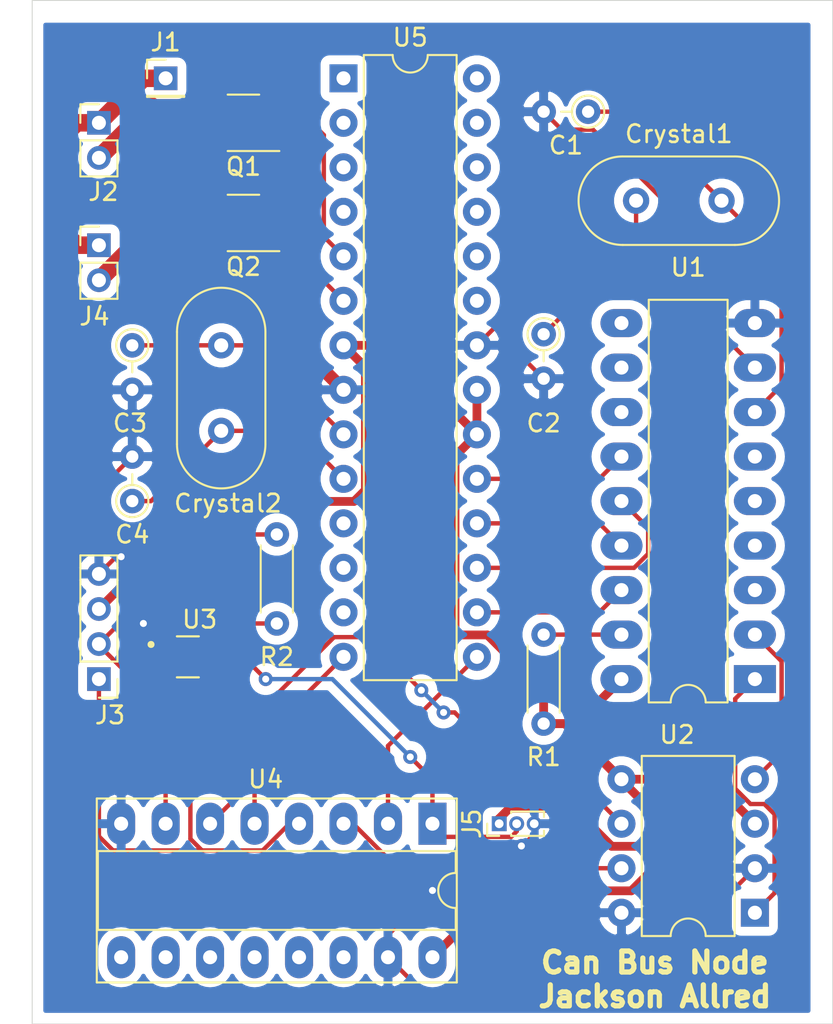
<source format=kicad_pcb>
(kicad_pcb (version 20171130) (host pcbnew "(5.1.8)-1")

  (general
    (thickness 1.6)
    (drawings 6)
    (tracks 200)
    (zones 0)
    (modules 20)
    (nets 54)
  )

  (page A4)
  (layers
    (0 F.Cu signal)
    (31 B.Cu signal)
    (32 B.Adhes user)
    (33 F.Adhes user)
    (34 B.Paste user)
    (35 F.Paste user)
    (36 B.SilkS user)
    (37 F.SilkS user)
    (38 B.Mask user)
    (39 F.Mask user)
    (40 Dwgs.User user)
    (41 Cmts.User user)
    (42 Eco1.User user)
    (43 Eco2.User user)
    (44 Edge.Cuts user)
    (45 Margin user)
    (46 B.CrtYd user)
    (47 F.CrtYd user)
    (48 B.Fab user)
    (49 F.Fab user)
  )

  (setup
    (last_trace_width 0.25)
    (trace_clearance 0.2)
    (zone_clearance 0.508)
    (zone_45_only no)
    (trace_min 0.2)
    (via_size 0.8)
    (via_drill 0.4)
    (via_min_size 0.4)
    (via_min_drill 0.3)
    (uvia_size 0.3)
    (uvia_drill 0.1)
    (uvias_allowed no)
    (uvia_min_size 0.2)
    (uvia_min_drill 0.1)
    (edge_width 0.05)
    (segment_width 0.2)
    (pcb_text_width 0.3)
    (pcb_text_size 1.5 1.5)
    (mod_edge_width 0.12)
    (mod_text_size 1 1)
    (mod_text_width 0.15)
    (pad_size 1.524 1.524)
    (pad_drill 0.762)
    (pad_to_mask_clearance 0)
    (aux_axis_origin 0 0)
    (visible_elements 7FFFFFFF)
    (pcbplotparams
      (layerselection 0x010fc_ffffffff)
      (usegerberextensions true)
      (usegerberattributes true)
      (usegerberadvancedattributes true)
      (creategerberjobfile true)
      (excludeedgelayer true)
      (linewidth 0.100000)
      (plotframeref false)
      (viasonmask false)
      (mode 1)
      (useauxorigin false)
      (hpglpennumber 1)
      (hpglpenspeed 20)
      (hpglpendiameter 15.000000)
      (psnegative false)
      (psa4output false)
      (plotreference true)
      (plotvalue true)
      (plotinvisibletext false)
      (padsonsilk false)
      (subtractmaskfromsilk false)
      (outputformat 1)
      (mirror false)
      (drillshape 0)
      (scaleselection 1)
      (outputdirectory "../GerberPcbs/Node/"))
  )

  (net 0 "")
  (net 1 "Net-(C1-Pad1)")
  (net 2 GND)
  (net 3 "Net-(C2-Pad1)")
  (net 4 ClockIn1)
  (net 5 ClockIn2)
  (net 6 LipoBattery)
  (net 7 "Net-(J2-Pad2)")
  (net 8 "Net-(J3-Pad1)")
  (net 9 "Net-(J3-Pad2)")
  (net 10 5V)
  (net 11 "Net-(J4-Pad2)")
  (net 12 IgnitOne)
  (net 13 IgnitTwo)
  (net 14 "Net-(R1-Pad2)")
  (net 15 "Net-(R2-Pad2)")
  (net 16 "Net-(U1-Pad1)")
  (net 17 "Net-(U1-Pad10)")
  (net 18 "Net-(U1-Pad2)")
  (net 19 "Net-(U1-Pad11)")
  (net 20 "Net-(U1-Pad3)")
  (net 21 Int)
  (net 22 "Net-(U1-Pad4)")
  (net 23 SCK)
  (net 24 "Net-(U1-Pad5)")
  (net 25 SI)
  (net 26 "Net-(U1-Pad6)")
  (net 27 SO)
  (net 28 CS)
  (net 29 CanLow)
  (net 30 CanHigh)
  (net 31 EnableUart)
  (net 32 VCC)
  (net 33 "Net-(U4-Pad9)")
  (net 34 Tx)
  (net 35 "Net-(U4-Pad10)")
  (net 36 "Net-(U4-Pad11)")
  (net 37 "Net-(U4-Pad12)")
  (net 38 Rx)
  (net 39 "Net-(U4-Pad13)")
  (net 40 "Net-(U4-Pad14)")
  (net 41 "Net-(U5-Pad1)")
  (net 42 "Net-(U5-Pad2)")
  (net 43 "Net-(U5-Pad3)")
  (net 44 "Net-(U5-Pad23)")
  (net 45 "Net-(U5-Pad24)")
  (net 46 "Net-(U5-Pad11)")
  (net 47 "Net-(U5-Pad25)")
  (net 48 "Net-(U5-Pad12)")
  (net 49 "Net-(U5-Pad26)")
  (net 50 "Net-(U5-Pad13)")
  (net 51 "Net-(U5-Pad27)")
  (net 52 "Net-(U5-Pad28)")
  (net 53 "Net-(U5-Pad4)")

  (net_class Default "This is the default net class."
    (clearance 0.2)
    (trace_width 0.25)
    (via_dia 0.8)
    (via_drill 0.4)
    (uvia_dia 0.3)
    (uvia_drill 0.1)
    (add_net CS)
    (add_net CanHigh)
    (add_net CanLow)
    (add_net ClockIn1)
    (add_net ClockIn2)
    (add_net EnableUart)
    (add_net GND)
    (add_net IgnitOne)
    (add_net IgnitTwo)
    (add_net Int)
    (add_net "Net-(C1-Pad1)")
    (add_net "Net-(C2-Pad1)")
    (add_net "Net-(J2-Pad2)")
    (add_net "Net-(J3-Pad1)")
    (add_net "Net-(J3-Pad2)")
    (add_net "Net-(J4-Pad2)")
    (add_net "Net-(R1-Pad2)")
    (add_net "Net-(R2-Pad2)")
    (add_net "Net-(U1-Pad1)")
    (add_net "Net-(U1-Pad10)")
    (add_net "Net-(U1-Pad11)")
    (add_net "Net-(U1-Pad2)")
    (add_net "Net-(U1-Pad3)")
    (add_net "Net-(U1-Pad4)")
    (add_net "Net-(U1-Pad5)")
    (add_net "Net-(U1-Pad6)")
    (add_net "Net-(U4-Pad10)")
    (add_net "Net-(U4-Pad11)")
    (add_net "Net-(U4-Pad12)")
    (add_net "Net-(U4-Pad13)")
    (add_net "Net-(U4-Pad14)")
    (add_net "Net-(U4-Pad9)")
    (add_net "Net-(U5-Pad1)")
    (add_net "Net-(U5-Pad11)")
    (add_net "Net-(U5-Pad12)")
    (add_net "Net-(U5-Pad13)")
    (add_net "Net-(U5-Pad2)")
    (add_net "Net-(U5-Pad23)")
    (add_net "Net-(U5-Pad24)")
    (add_net "Net-(U5-Pad25)")
    (add_net "Net-(U5-Pad26)")
    (add_net "Net-(U5-Pad27)")
    (add_net "Net-(U5-Pad28)")
    (add_net "Net-(U5-Pad3)")
    (add_net "Net-(U5-Pad4)")
    (add_net Rx)
    (add_net SCK)
    (add_net SI)
    (add_net SO)
    (add_net Tx)
    (add_net VCC)
  )

  (net_class 5V ""
    (clearance 0.2)
    (trace_width 0.5)
    (via_dia 0.8)
    (via_drill 0.4)
    (uvia_dia 0.3)
    (uvia_drill 0.1)
    (add_net 5V)
  )

  (net_class HighCurrent ""
    (clearance 0.2)
    (trace_width 0.75)
    (via_dia 0.8)
    (via_drill 0.4)
    (uvia_dia 0.3)
    (uvia_drill 0.1)
    (add_net LipoBattery)
  )

  (module Connector_PinHeader_1.00mm:PinHeader_1x03_P1.00mm_Vertical (layer F.Cu) (tedit 59FED738) (tstamp 61667381)
    (at 107.95 96.52 90)
    (descr "Through hole straight pin header, 1x03, 1.00mm pitch, single row")
    (tags "Through hole pin header THT 1x03 1.00mm single row")
    (path /61667F01)
    (fp_text reference J5 (at 0 -1.56 90) (layer F.SilkS)
      (effects (font (size 1 1) (thickness 0.15)))
    )
    (fp_text value !EnableUartSwitch (at 0 3.56 90) (layer F.Fab)
      (effects (font (size 1 1) (thickness 0.15)))
    )
    (fp_line (start -0.3175 -0.5) (end 0.635 -0.5) (layer F.Fab) (width 0.1))
    (fp_line (start 0.635 -0.5) (end 0.635 2.5) (layer F.Fab) (width 0.1))
    (fp_line (start 0.635 2.5) (end -0.635 2.5) (layer F.Fab) (width 0.1))
    (fp_line (start -0.635 2.5) (end -0.635 -0.1825) (layer F.Fab) (width 0.1))
    (fp_line (start -0.635 -0.1825) (end -0.3175 -0.5) (layer F.Fab) (width 0.1))
    (fp_line (start -0.695 2.56) (end -0.394493 2.56) (layer F.SilkS) (width 0.12))
    (fp_line (start 0.394493 2.56) (end 0.695 2.56) (layer F.SilkS) (width 0.12))
    (fp_line (start -0.695 0.685) (end -0.695 2.56) (layer F.SilkS) (width 0.12))
    (fp_line (start 0.695 0.685) (end 0.695 2.56) (layer F.SilkS) (width 0.12))
    (fp_line (start -0.695 0.685) (end -0.608276 0.685) (layer F.SilkS) (width 0.12))
    (fp_line (start 0.608276 0.685) (end 0.695 0.685) (layer F.SilkS) (width 0.12))
    (fp_line (start -0.695 0) (end -0.695 -0.685) (layer F.SilkS) (width 0.12))
    (fp_line (start -0.695 -0.685) (end 0 -0.685) (layer F.SilkS) (width 0.12))
    (fp_line (start -1.15 -1) (end -1.15 3) (layer F.CrtYd) (width 0.05))
    (fp_line (start -1.15 3) (end 1.15 3) (layer F.CrtYd) (width 0.05))
    (fp_line (start 1.15 3) (end 1.15 -1) (layer F.CrtYd) (width 0.05))
    (fp_line (start 1.15 -1) (end -1.15 -1) (layer F.CrtYd) (width 0.05))
    (fp_text user %R (at 0 1) (layer F.Fab)
      (effects (font (size 0.76 0.76) (thickness 0.114)))
    )
    (pad 3 thru_hole oval (at 0 2 90) (size 0.85 0.85) (drill 0.5) (layers *.Cu *.Mask)
      (net 2 GND))
    (pad 2 thru_hole oval (at 0 1 90) (size 0.85 0.85) (drill 0.5) (layers *.Cu *.Mask)
      (net 31 EnableUart))
    (pad 1 thru_hole rect (at 0 0 90) (size 0.85 0.85) (drill 0.5) (layers *.Cu *.Mask)
      (net 10 5V))
    (model ${KISYS3DMOD}/Connector_PinHeader_1.00mm.3dshapes/PinHeader_1x03_P1.00mm_Vertical.wrl
      (at (xyz 0 0 0))
      (scale (xyz 1 1 1))
      (rotate (xyz 0 0 0))
    )
  )

  (module Resistor_THT:R_Axial_DIN0204_L3.6mm_D1.6mm_P2.54mm_Vertical (layer F.Cu) (tedit 5AE5139B) (tstamp 61663A4E)
    (at 113.03 55.88 180)
    (descr "Resistor, Axial_DIN0204 series, Axial, Vertical, pin pitch=2.54mm, 0.167W, length*diameter=3.6*1.6mm^2, http://cdn-reichelt.de/documents/datenblatt/B400/1_4W%23YAG.pdf")
    (tags "Resistor Axial_DIN0204 series Axial Vertical pin pitch 2.54mm 0.167W length 3.6mm diameter 1.6mm")
    (path /61643131)
    (fp_text reference C1 (at 1.27 -1.92) (layer F.SilkS)
      (effects (font (size 1 1) (thickness 0.15)))
    )
    (fp_text value 22pF (at 1.27 1.92) (layer F.Fab)
      (effects (font (size 1 1) (thickness 0.15)))
    )
    (fp_circle (center 0 0) (end 0.8 0) (layer F.Fab) (width 0.1))
    (fp_circle (center 0 0) (end 0.92 0) (layer F.SilkS) (width 0.12))
    (fp_line (start 0 0) (end 2.54 0) (layer F.Fab) (width 0.1))
    (fp_line (start 0.92 0) (end 1.54 0) (layer F.SilkS) (width 0.12))
    (fp_line (start -1.05 -1.05) (end -1.05 1.05) (layer F.CrtYd) (width 0.05))
    (fp_line (start -1.05 1.05) (end 3.49 1.05) (layer F.CrtYd) (width 0.05))
    (fp_line (start 3.49 1.05) (end 3.49 -1.05) (layer F.CrtYd) (width 0.05))
    (fp_line (start 3.49 -1.05) (end -1.05 -1.05) (layer F.CrtYd) (width 0.05))
    (fp_text user %R (at 1.27 -1.92) (layer F.Fab)
      (effects (font (size 1 1) (thickness 0.15)))
    )
    (pad 1 thru_hole circle (at 0 0 180) (size 1.4 1.4) (drill 0.7) (layers *.Cu *.Mask)
      (net 1 "Net-(C1-Pad1)"))
    (pad 2 thru_hole oval (at 2.54 0 180) (size 1.4 1.4) (drill 0.7) (layers *.Cu *.Mask)
      (net 2 GND))
    (model ${KISYS3DMOD}/Resistor_THT.3dshapes/R_Axial_DIN0204_L3.6mm_D1.6mm_P2.54mm_Vertical.wrl
      (at (xyz 0 0 0))
      (scale (xyz 1 1 1))
      (rotate (xyz 0 0 0))
    )
  )

  (module Resistor_THT:R_Axial_DIN0204_L3.6mm_D1.6mm_P2.54mm_Vertical (layer F.Cu) (tedit 5AE5139B) (tstamp 61663A5D)
    (at 110.49 68.58 270)
    (descr "Resistor, Axial_DIN0204 series, Axial, Vertical, pin pitch=2.54mm, 0.167W, length*diameter=3.6*1.6mm^2, http://cdn-reichelt.de/documents/datenblatt/B400/1_4W%23YAG.pdf")
    (tags "Resistor Axial_DIN0204 series Axial Vertical pin pitch 2.54mm 0.167W length 3.6mm diameter 1.6mm")
    (path /61643585)
    (fp_text reference C2 (at 5.08 0 180) (layer F.SilkS)
      (effects (font (size 1 1) (thickness 0.15)))
    )
    (fp_text value 22pF (at 1.27 1.92 90) (layer F.Fab)
      (effects (font (size 1 1) (thickness 0.15)))
    )
    (fp_line (start 3.49 -1.05) (end -1.05 -1.05) (layer F.CrtYd) (width 0.05))
    (fp_line (start 3.49 1.05) (end 3.49 -1.05) (layer F.CrtYd) (width 0.05))
    (fp_line (start -1.05 1.05) (end 3.49 1.05) (layer F.CrtYd) (width 0.05))
    (fp_line (start -1.05 -1.05) (end -1.05 1.05) (layer F.CrtYd) (width 0.05))
    (fp_line (start 0.92 0) (end 1.54 0) (layer F.SilkS) (width 0.12))
    (fp_line (start 0 0) (end 2.54 0) (layer F.Fab) (width 0.1))
    (fp_circle (center 0 0) (end 0.92 0) (layer F.SilkS) (width 0.12))
    (fp_circle (center 0 0) (end 0.8 0) (layer F.Fab) (width 0.1))
    (fp_text user %R (at 1.27 -1.92 90) (layer F.Fab)
      (effects (font (size 1 1) (thickness 0.15)))
    )
    (pad 2 thru_hole oval (at 2.54 0 270) (size 1.4 1.4) (drill 0.7) (layers *.Cu *.Mask)
      (net 2 GND))
    (pad 1 thru_hole circle (at 0 0 270) (size 1.4 1.4) (drill 0.7) (layers *.Cu *.Mask)
      (net 3 "Net-(C2-Pad1)"))
    (model ${KISYS3DMOD}/Resistor_THT.3dshapes/R_Axial_DIN0204_L3.6mm_D1.6mm_P2.54mm_Vertical.wrl
      (at (xyz 0 0 0))
      (scale (xyz 1 1 1))
      (rotate (xyz 0 0 0))
    )
  )

  (module Resistor_THT:R_Axial_DIN0204_L3.6mm_D1.6mm_P2.54mm_Vertical (layer F.Cu) (tedit 5AE5139B) (tstamp 61663A6C)
    (at 86.995 69.215 270)
    (descr "Resistor, Axial_DIN0204 series, Axial, Vertical, pin pitch=2.54mm, 0.167W, length*diameter=3.6*1.6mm^2, http://cdn-reichelt.de/documents/datenblatt/B400/1_4W%23YAG.pdf")
    (tags "Resistor Axial_DIN0204 series Axial Vertical pin pitch 2.54mm 0.167W length 3.6mm diameter 1.6mm")
    (path /6172874F)
    (fp_text reference C3 (at 4.445 0.127 180) (layer F.SilkS)
      (effects (font (size 1 1) (thickness 0.15)))
    )
    (fp_text value C (at 1.27 1.92 90) (layer F.Fab)
      (effects (font (size 1 1) (thickness 0.15)))
    )
    (fp_line (start 3.49 -1.05) (end -1.05 -1.05) (layer F.CrtYd) (width 0.05))
    (fp_line (start 3.49 1.05) (end 3.49 -1.05) (layer F.CrtYd) (width 0.05))
    (fp_line (start -1.05 1.05) (end 3.49 1.05) (layer F.CrtYd) (width 0.05))
    (fp_line (start -1.05 -1.05) (end -1.05 1.05) (layer F.CrtYd) (width 0.05))
    (fp_line (start 0.92 0) (end 1.54 0) (layer F.SilkS) (width 0.12))
    (fp_line (start 0 0) (end 2.54 0) (layer F.Fab) (width 0.1))
    (fp_circle (center 0 0) (end 0.92 0) (layer F.SilkS) (width 0.12))
    (fp_circle (center 0 0) (end 0.8 0) (layer F.Fab) (width 0.1))
    (fp_text user %R (at 1.27 -1.92 90) (layer F.Fab)
      (effects (font (size 1 1) (thickness 0.15)))
    )
    (pad 2 thru_hole oval (at 2.54 0 270) (size 1.4 1.4) (drill 0.7) (layers *.Cu *.Mask)
      (net 2 GND))
    (pad 1 thru_hole circle (at 0 0 270) (size 1.4 1.4) (drill 0.7) (layers *.Cu *.Mask)
      (net 4 ClockIn1))
    (model ${KISYS3DMOD}/Resistor_THT.3dshapes/R_Axial_DIN0204_L3.6mm_D1.6mm_P2.54mm_Vertical.wrl
      (at (xyz 0 0 0))
      (scale (xyz 1 1 1))
      (rotate (xyz 0 0 0))
    )
  )

  (module Resistor_THT:R_Axial_DIN0204_L3.6mm_D1.6mm_P2.54mm_Vertical (layer F.Cu) (tedit 5AE5139B) (tstamp 61663A7B)
    (at 86.995 78.105 90)
    (descr "Resistor, Axial_DIN0204 series, Axial, Vertical, pin pitch=2.54mm, 0.167W, length*diameter=3.6*1.6mm^2, http://cdn-reichelt.de/documents/datenblatt/B400/1_4W%23YAG.pdf")
    (tags "Resistor Axial_DIN0204 series Axial Vertical pin pitch 2.54mm 0.167W length 3.6mm diameter 1.6mm")
    (path /61728755)
    (fp_text reference C4 (at -1.905 0 180) (layer F.SilkS)
      (effects (font (size 1 1) (thickness 0.15)))
    )
    (fp_text value C (at 1.27 1.92 90) (layer F.Fab)
      (effects (font (size 1 1) (thickness 0.15)))
    )
    (fp_circle (center 0 0) (end 0.8 0) (layer F.Fab) (width 0.1))
    (fp_circle (center 0 0) (end 0.92 0) (layer F.SilkS) (width 0.12))
    (fp_line (start 0 0) (end 2.54 0) (layer F.Fab) (width 0.1))
    (fp_line (start 0.92 0) (end 1.54 0) (layer F.SilkS) (width 0.12))
    (fp_line (start -1.05 -1.05) (end -1.05 1.05) (layer F.CrtYd) (width 0.05))
    (fp_line (start -1.05 1.05) (end 3.49 1.05) (layer F.CrtYd) (width 0.05))
    (fp_line (start 3.49 1.05) (end 3.49 -1.05) (layer F.CrtYd) (width 0.05))
    (fp_line (start 3.49 -1.05) (end -1.05 -1.05) (layer F.CrtYd) (width 0.05))
    (fp_text user %R (at 1.27 -1.92 90) (layer F.Fab)
      (effects (font (size 1 1) (thickness 0.15)))
    )
    (pad 1 thru_hole circle (at 0 0 90) (size 1.4 1.4) (drill 0.7) (layers *.Cu *.Mask)
      (net 5 ClockIn2))
    (pad 2 thru_hole oval (at 2.54 0 90) (size 1.4 1.4) (drill 0.7) (layers *.Cu *.Mask)
      (net 2 GND))
    (model ${KISYS3DMOD}/Resistor_THT.3dshapes/R_Axial_DIN0204_L3.6mm_D1.6mm_P2.54mm_Vertical.wrl
      (at (xyz 0 0 0))
      (scale (xyz 1 1 1))
      (rotate (xyz 0 0 0))
    )
  )

  (module Resistor_THT:R_Axial_DIN0204_L3.6mm_D1.6mm_P5.08mm_Horizontal (layer F.Cu) (tedit 5AE5139B) (tstamp 61663B45)
    (at 110.49 90.805 90)
    (descr "Resistor, Axial_DIN0204 series, Axial, Horizontal, pin pitch=5.08mm, 0.167W, length*diameter=3.6*1.6mm^2, http://cdn-reichelt.de/documents/datenblatt/B400/1_4W%23YAG.pdf")
    (tags "Resistor Axial_DIN0204 series Axial Horizontal pin pitch 5.08mm 0.167W length 3.6mm diameter 1.6mm")
    (path /6163DD79)
    (fp_text reference R1 (at -1.905 0 180) (layer F.SilkS)
      (effects (font (size 1 1) (thickness 0.15)))
    )
    (fp_text value 1k (at 2.54 1.92 90) (layer F.Fab)
      (effects (font (size 1 1) (thickness 0.15)))
    )
    (fp_line (start 0.74 -0.8) (end 0.74 0.8) (layer F.Fab) (width 0.1))
    (fp_line (start 0.74 0.8) (end 4.34 0.8) (layer F.Fab) (width 0.1))
    (fp_line (start 4.34 0.8) (end 4.34 -0.8) (layer F.Fab) (width 0.1))
    (fp_line (start 4.34 -0.8) (end 0.74 -0.8) (layer F.Fab) (width 0.1))
    (fp_line (start 0 0) (end 0.74 0) (layer F.Fab) (width 0.1))
    (fp_line (start 5.08 0) (end 4.34 0) (layer F.Fab) (width 0.1))
    (fp_line (start 0.62 -0.92) (end 4.46 -0.92) (layer F.SilkS) (width 0.12))
    (fp_line (start 0.62 0.92) (end 4.46 0.92) (layer F.SilkS) (width 0.12))
    (fp_line (start -0.95 -1.05) (end -0.95 1.05) (layer F.CrtYd) (width 0.05))
    (fp_line (start -0.95 1.05) (end 6.03 1.05) (layer F.CrtYd) (width 0.05))
    (fp_line (start 6.03 1.05) (end 6.03 -1.05) (layer F.CrtYd) (width 0.05))
    (fp_line (start 6.03 -1.05) (end -0.95 -1.05) (layer F.CrtYd) (width 0.05))
    (fp_text user %R (at 2.54 0 90) (layer F.Fab)
      (effects (font (size 0.72 0.72) (thickness 0.108)))
    )
    (pad 1 thru_hole circle (at 0 0 90) (size 1.4 1.4) (drill 0.7) (layers *.Cu *.Mask)
      (net 10 5V))
    (pad 2 thru_hole oval (at 5.08 0 90) (size 1.4 1.4) (drill 0.7) (layers *.Cu *.Mask)
      (net 14 "Net-(R1-Pad2)"))
    (model ${KISYS3DMOD}/Resistor_THT.3dshapes/R_Axial_DIN0204_L3.6mm_D1.6mm_P5.08mm_Horizontal.wrl
      (at (xyz 0 0 0))
      (scale (xyz 1 1 1))
      (rotate (xyz 0 0 0))
    )
  )

  (module Libs:SOT65P210X110-5N (layer F.Cu) (tedit 61640626) (tstamp 61663BAF)
    (at 90.17 86.995)
    (path /6164DD02)
    (fp_text reference U3 (at 0.675 -2.135) (layer F.SilkS)
      (effects (font (size 1 1) (thickness 0.15)))
    )
    (fp_text value 74AHC1G126 (at 7.66 2.135) (layer F.Fab)
      (effects (font (size 1 1) (thickness 0.15)))
    )
    (fp_line (start 0.625 -1) (end -0.625 -1) (layer F.Fab) (width 0.127))
    (fp_line (start -0.625 -1) (end -0.625 1) (layer F.Fab) (width 0.127))
    (fp_line (start -0.625 1) (end 0.625 1) (layer F.Fab) (width 0.127))
    (fp_line (start 0.625 1) (end 0.625 -1) (layer F.Fab) (width 0.127))
    (fp_line (start -1.805 -1.25) (end -1.805 1.25) (layer F.CrtYd) (width 0.05))
    (fp_line (start -1.805 1.25) (end 1.805 1.25) (layer F.CrtYd) (width 0.05))
    (fp_line (start 1.805 1.25) (end 1.805 -1.25) (layer F.CrtYd) (width 0.05))
    (fp_line (start 1.805 -1.25) (end -1.805 -1.25) (layer F.CrtYd) (width 0.05))
    (fp_circle (center -2.103 -0.707) (end -2.003 -0.707) (layer F.SilkS) (width 0.2))
    (fp_circle (center -2.103 -0.707) (end -2.003 -0.707) (layer F.Fab) (width 0.2))
    (fp_line (start 0.625 -1.17) (end -0.625 -1.17) (layer F.SilkS) (width 0.127))
    (fp_line (start -0.625 1.17) (end 0.625 1.17) (layer F.SilkS) (width 0.127))
    (pad 1 smd roundrect (at -0.96 -0.65) (size 1.19 0.4) (layers F.Cu F.Paste F.Mask) (roundrect_rratio 0.05)
      (net 31 EnableUart))
    (pad 2 smd roundrect (at -0.96 0) (size 1.19 0.4) (layers F.Cu F.Paste F.Mask) (roundrect_rratio 0.05)
      (net 15 "Net-(R2-Pad2)"))
    (pad 3 smd roundrect (at -0.96 0.65) (size 1.19 0.4) (layers F.Cu F.Paste F.Mask) (roundrect_rratio 0.05)
      (net 2 GND))
    (pad 4 smd roundrect (at 0.96 0.65) (size 1.19 0.4) (layers F.Cu F.Paste F.Mask) (roundrect_rratio 0.05)
      (net 8 "Net-(J3-Pad1)"))
    (pad 5 smd roundrect (at 0.96 -0.65) (size 1.19 0.4) (layers F.Cu F.Paste F.Mask) (roundrect_rratio 0.05)
      (net 32 VCC))
  )

  (module Connector_PinHeader_2.00mm:PinHeader_1x01_P2.00mm_Vertical (layer F.Cu) (tedit 59FED667) (tstamp 61663ABE)
    (at 88.9 53.975)
    (descr "Through hole straight pin header, 1x01, 2.00mm pitch, single row")
    (tags "Through hole pin header THT 1x01 2.00mm single row")
    (path /61669D1B)
    (fp_text reference J1 (at 0 -2.06) (layer F.SilkS)
      (effects (font (size 1 1) (thickness 0.15)))
    )
    (fp_text value "Input Lipo" (at 0 2.06) (layer F.Fab)
      (effects (font (size 1 1) (thickness 0.15)))
    )
    (fp_line (start -0.5 -1) (end 1 -1) (layer F.Fab) (width 0.1))
    (fp_line (start 1 -1) (end 1 1) (layer F.Fab) (width 0.1))
    (fp_line (start 1 1) (end -1 1) (layer F.Fab) (width 0.1))
    (fp_line (start -1 1) (end -1 -0.5) (layer F.Fab) (width 0.1))
    (fp_line (start -1 -0.5) (end -0.5 -1) (layer F.Fab) (width 0.1))
    (fp_line (start -1.06 1.06) (end 1.06 1.06) (layer F.SilkS) (width 0.12))
    (fp_line (start -1.06 1) (end -1.06 1.06) (layer F.SilkS) (width 0.12))
    (fp_line (start 1.06 1) (end 1.06 1.06) (layer F.SilkS) (width 0.12))
    (fp_line (start -1.06 1) (end 1.06 1) (layer F.SilkS) (width 0.12))
    (fp_line (start -1.06 0) (end -1.06 -1.06) (layer F.SilkS) (width 0.12))
    (fp_line (start -1.06 -1.06) (end 0 -1.06) (layer F.SilkS) (width 0.12))
    (fp_line (start -1.5 -1.5) (end -1.5 1.5) (layer F.CrtYd) (width 0.05))
    (fp_line (start -1.5 1.5) (end 1.5 1.5) (layer F.CrtYd) (width 0.05))
    (fp_line (start 1.5 1.5) (end 1.5 -1.5) (layer F.CrtYd) (width 0.05))
    (fp_line (start 1.5 -1.5) (end -1.5 -1.5) (layer F.CrtYd) (width 0.05))
    (fp_text user %R (at 0 0 90) (layer F.Fab)
      (effects (font (size 1 1) (thickness 0.15)))
    )
    (pad 1 thru_hole rect (at 0 0) (size 1.35 1.35) (drill 0.8) (layers *.Cu *.Mask)
      (net 6 LipoBattery))
    (model ${KISYS3DMOD}/Connector_PinHeader_2.00mm.3dshapes/PinHeader_1x01_P2.00mm_Vertical.wrl
      (at (xyz 0 0 0))
      (scale (xyz 1 1 1))
      (rotate (xyz 0 0 0))
    )
  )

  (module Connector_PinHeader_2.00mm:PinHeader_1x02_P2.00mm_Vertical (layer F.Cu) (tedit 59FED667) (tstamp 61663B02)
    (at 85.09 63.5)
    (descr "Through hole straight pin header, 1x02, 2.00mm pitch, single row")
    (tags "Through hole pin header THT 1x02 2.00mm single row")
    (path /616DB9D4)
    (fp_text reference J4 (at -0.254 4.064) (layer F.SilkS)
      (effects (font (size 1 1) (thickness 0.15)))
    )
    (fp_text value IgnitTwoPinOut (at 0 4.06) (layer F.Fab)
      (effects (font (size 1 1) (thickness 0.15)))
    )
    (fp_line (start 1.5 -1.5) (end -1.5 -1.5) (layer F.CrtYd) (width 0.05))
    (fp_line (start 1.5 3.5) (end 1.5 -1.5) (layer F.CrtYd) (width 0.05))
    (fp_line (start -1.5 3.5) (end 1.5 3.5) (layer F.CrtYd) (width 0.05))
    (fp_line (start -1.5 -1.5) (end -1.5 3.5) (layer F.CrtYd) (width 0.05))
    (fp_line (start -1.06 -1.06) (end 0 -1.06) (layer F.SilkS) (width 0.12))
    (fp_line (start -1.06 0) (end -1.06 -1.06) (layer F.SilkS) (width 0.12))
    (fp_line (start -1.06 1) (end 1.06 1) (layer F.SilkS) (width 0.12))
    (fp_line (start 1.06 1) (end 1.06 3.06) (layer F.SilkS) (width 0.12))
    (fp_line (start -1.06 1) (end -1.06 3.06) (layer F.SilkS) (width 0.12))
    (fp_line (start -1.06 3.06) (end 1.06 3.06) (layer F.SilkS) (width 0.12))
    (fp_line (start -1 -0.5) (end -0.5 -1) (layer F.Fab) (width 0.1))
    (fp_line (start -1 3) (end -1 -0.5) (layer F.Fab) (width 0.1))
    (fp_line (start 1 3) (end -1 3) (layer F.Fab) (width 0.1))
    (fp_line (start 1 -1) (end 1 3) (layer F.Fab) (width 0.1))
    (fp_line (start -0.5 -1) (end 1 -1) (layer F.Fab) (width 0.1))
    (fp_text user %R (at 0 1 90) (layer F.Fab)
      (effects (font (size 1 1) (thickness 0.15)))
    )
    (pad 2 thru_hole oval (at 0 2) (size 1.35 1.35) (drill 0.8) (layers *.Cu *.Mask)
      (net 11 "Net-(J4-Pad2)"))
    (pad 1 thru_hole rect (at 0 0) (size 1.35 1.35) (drill 0.8) (layers *.Cu *.Mask)
      (net 6 LipoBattery))
    (model ${KISYS3DMOD}/Connector_PinHeader_2.00mm.3dshapes/PinHeader_1x02_P2.00mm_Vertical.wrl
      (at (xyz 0 0 0))
      (scale (xyz 1 1 1))
      (rotate (xyz 0 0 0))
    )
  )

  (module Package_TO_SOT_SMD:SOT-23-8_Handsoldering (layer F.Cu) (tedit 5A0AB76C) (tstamp 61663B32)
    (at 93.345 62.23 180)
    (descr "8-pin SOT-23 package, Handsoldering, http://www.analog.com/media/en/package-pcb-resources/package/pkg_pdf/sot-23rj/rj_8.pdf")
    (tags "SOT-23-8 Handsoldering")
    (path /616DB9CC)
    (attr smd)
    (fp_text reference Q2 (at 0 -2.5) (layer F.SilkS)
      (effects (font (size 1 1) (thickness 0.15)))
    )
    (fp_text value AO4576 (at 0 2.5) (layer F.Fab)
      (effects (font (size 1 1) (thickness 0.15)))
    )
    (fp_line (start -0.9 1.61) (end 0.9 1.61) (layer F.SilkS) (width 0.12))
    (fp_line (start 0.9 -1.61) (end -2.05 -1.61) (layer F.SilkS) (width 0.12))
    (fp_line (start -2.4 1.8) (end -2.4 -1.8) (layer F.CrtYd) (width 0.05))
    (fp_line (start 2.4 1.8) (end -2.4 1.8) (layer F.CrtYd) (width 0.05))
    (fp_line (start 2.4 -1.8) (end 2.4 1.8) (layer F.CrtYd) (width 0.05))
    (fp_line (start -2.4 -1.8) (end 2.4 -1.8) (layer F.CrtYd) (width 0.05))
    (fp_line (start -0.9 -0.9) (end -0.25 -1.55) (layer F.Fab) (width 0.1))
    (fp_line (start 0.9 -1.55) (end -0.25 -1.55) (layer F.Fab) (width 0.1))
    (fp_line (start -0.9 -0.9) (end -0.9 1.55) (layer F.Fab) (width 0.1))
    (fp_line (start 0.9 1.55) (end -0.9 1.55) (layer F.Fab) (width 0.1))
    (fp_line (start 0.9 -1.55) (end 0.9 1.55) (layer F.Fab) (width 0.1))
    (fp_text user %R (at 0 0 90) (layer F.Fab)
      (effects (font (size 0.5 0.5) (thickness 0.075)))
    )
    (pad 1 smd rect (at -1.35 -0.98 180) (size 1.56 0.4) (layers F.Cu F.Paste F.Mask)
      (net 2 GND))
    (pad 2 smd rect (at -1.35 -0.33 180) (size 1.56 0.4) (layers F.Cu F.Paste F.Mask)
      (net 2 GND))
    (pad 3 smd rect (at -1.35 0.33 180) (size 1.56 0.4) (layers F.Cu F.Paste F.Mask)
      (net 2 GND))
    (pad 4 smd rect (at -1.35 0.98 180) (size 1.56 0.4) (layers F.Cu F.Paste F.Mask)
      (net 13 IgnitTwo))
    (pad 5 smd rect (at 1.35 0.98 180) (size 1.56 0.4) (layers F.Cu F.Paste F.Mask)
      (net 11 "Net-(J4-Pad2)"))
    (pad 6 smd rect (at 1.35 0.33 180) (size 1.56 0.4) (layers F.Cu F.Paste F.Mask))
    (pad 7 smd rect (at 1.35 -0.33 180) (size 1.56 0.4) (layers F.Cu F.Paste F.Mask))
    (pad 8 smd rect (at 1.35 -0.98 180) (size 1.56 0.4) (layers F.Cu F.Paste F.Mask))
    (model ${KISYS3DMOD}/Package_TO_SOT_SMD.3dshapes/SOT-23-8.wrl
      (at (xyz 0 0 0))
      (scale (xyz 1 1 1))
      (rotate (xyz 0 0 0))
    )
  )

  (module Package_DIP:DIP-8_W7.62mm (layer F.Cu) (tedit 5A02E8C5) (tstamp 61663B9A)
    (at 122.555 101.6 180)
    (descr "8-lead though-hole mounted DIP package, row spacing 7.62 mm (300 mils)")
    (tags "THT DIP DIL PDIP 2.54mm 7.62mm 300mil")
    (path /61639619)
    (fp_text reference U2 (at 4.445 10.16) (layer F.SilkS)
      (effects (font (size 1 1) (thickness 0.15)))
    )
    (fp_text value MCP2551-I-P (at 3.81 9.95) (layer F.Fab)
      (effects (font (size 1 1) (thickness 0.15)))
    )
    (fp_line (start 1.635 -1.27) (end 6.985 -1.27) (layer F.Fab) (width 0.1))
    (fp_line (start 6.985 -1.27) (end 6.985 8.89) (layer F.Fab) (width 0.1))
    (fp_line (start 6.985 8.89) (end 0.635 8.89) (layer F.Fab) (width 0.1))
    (fp_line (start 0.635 8.89) (end 0.635 -0.27) (layer F.Fab) (width 0.1))
    (fp_line (start 0.635 -0.27) (end 1.635 -1.27) (layer F.Fab) (width 0.1))
    (fp_line (start 2.81 -1.33) (end 1.16 -1.33) (layer F.SilkS) (width 0.12))
    (fp_line (start 1.16 -1.33) (end 1.16 8.95) (layer F.SilkS) (width 0.12))
    (fp_line (start 1.16 8.95) (end 6.46 8.95) (layer F.SilkS) (width 0.12))
    (fp_line (start 6.46 8.95) (end 6.46 -1.33) (layer F.SilkS) (width 0.12))
    (fp_line (start 6.46 -1.33) (end 4.81 -1.33) (layer F.SilkS) (width 0.12))
    (fp_line (start -1.1 -1.55) (end -1.1 9.15) (layer F.CrtYd) (width 0.05))
    (fp_line (start -1.1 9.15) (end 8.7 9.15) (layer F.CrtYd) (width 0.05))
    (fp_line (start 8.7 9.15) (end 8.7 -1.55) (layer F.CrtYd) (width 0.05))
    (fp_line (start 8.7 -1.55) (end -1.1 -1.55) (layer F.CrtYd) (width 0.05))
    (fp_arc (start 3.81 -1.33) (end 2.81 -1.33) (angle -180) (layer F.SilkS) (width 0.12))
    (fp_text user %R (at 3.81 3.81) (layer F.Fab)
      (effects (font (size 1 1) (thickness 0.15)))
    )
    (pad 1 thru_hole rect (at 0 0 180) (size 1.6 1.6) (drill 0.8) (layers *.Cu *.Mask)
      (net 16 "Net-(U1-Pad1)"))
    (pad 5 thru_hole oval (at 7.62 7.62 180) (size 1.6 1.6) (drill 0.8) (layers *.Cu *.Mask)
      (net 10 5V))
    (pad 2 thru_hole oval (at 0 2.54 180) (size 1.6 1.6) (drill 0.8) (layers *.Cu *.Mask)
      (net 2 GND))
    (pad 6 thru_hole oval (at 7.62 5.08 180) (size 1.6 1.6) (drill 0.8) (layers *.Cu *.Mask)
      (net 29 CanLow))
    (pad 3 thru_hole oval (at 0 5.08 180) (size 1.6 1.6) (drill 0.8) (layers *.Cu *.Mask)
      (net 10 5V))
    (pad 7 thru_hole oval (at 7.62 2.54 180) (size 1.6 1.6) (drill 0.8) (layers *.Cu *.Mask)
      (net 30 CanHigh))
    (pad 4 thru_hole oval (at 0 7.62 180) (size 1.6 1.6) (drill 0.8) (layers *.Cu *.Mask)
      (net 18 "Net-(U1-Pad2)"))
    (pad 8 thru_hole oval (at 7.62 0 180) (size 1.6 1.6) (drill 0.8) (layers *.Cu *.Mask)
      (net 2 GND))
    (model ${KISYS3DMOD}/Package_DIP.3dshapes/DIP-8_W7.62mm.wrl
      (at (xyz 0 0 0))
      (scale (xyz 1 1 1))
      (rotate (xyz 0 0 0))
    )
  )

  (module Crystal:Crystal_HC49-4H_Vertical (layer F.Cu) (tedit 5A1AD3B7) (tstamp 61663AA9)
    (at 92.075 69.215 270)
    (descr "Crystal THT HC-49-4H http://5hertz.com/pdfs/04404_D.pdf")
    (tags "THT crystalHC-49-4H")
    (path /61728745)
    (fp_text reference Crystal2 (at 9.017 -0.381 180) (layer F.SilkS)
      (effects (font (size 1 1) (thickness 0.15)))
    )
    (fp_text value 16Mhz (at 2.44 3.525 90) (layer F.Fab)
      (effects (font (size 1 1) (thickness 0.15)))
    )
    (fp_line (start 8.5 -2.8) (end -3.6 -2.8) (layer F.CrtYd) (width 0.05))
    (fp_line (start 8.5 2.8) (end 8.5 -2.8) (layer F.CrtYd) (width 0.05))
    (fp_line (start -3.6 2.8) (end 8.5 2.8) (layer F.CrtYd) (width 0.05))
    (fp_line (start -3.6 -2.8) (end -3.6 2.8) (layer F.CrtYd) (width 0.05))
    (fp_line (start -0.76 2.525) (end 5.64 2.525) (layer F.SilkS) (width 0.12))
    (fp_line (start -0.76 -2.525) (end 5.64 -2.525) (layer F.SilkS) (width 0.12))
    (fp_line (start -0.56 2) (end 5.44 2) (layer F.Fab) (width 0.1))
    (fp_line (start -0.56 -2) (end 5.44 -2) (layer F.Fab) (width 0.1))
    (fp_line (start -0.76 2.325) (end 5.64 2.325) (layer F.Fab) (width 0.1))
    (fp_line (start -0.76 -2.325) (end 5.64 -2.325) (layer F.Fab) (width 0.1))
    (fp_arc (start 5.64 0) (end 5.64 -2.525) (angle 180) (layer F.SilkS) (width 0.12))
    (fp_arc (start -0.76 0) (end -0.76 -2.525) (angle -180) (layer F.SilkS) (width 0.12))
    (fp_arc (start 5.44 0) (end 5.44 -2) (angle 180) (layer F.Fab) (width 0.1))
    (fp_arc (start -0.56 0) (end -0.56 -2) (angle -180) (layer F.Fab) (width 0.1))
    (fp_arc (start 5.64 0) (end 5.64 -2.325) (angle 180) (layer F.Fab) (width 0.1))
    (fp_arc (start -0.76 0) (end -0.76 -2.325) (angle -180) (layer F.Fab) (width 0.1))
    (fp_text user %R (at 2.44 0 90) (layer F.Fab)
      (effects (font (size 1 1) (thickness 0.15)))
    )
    (pad 2 thru_hole circle (at 4.88 0 270) (size 1.5 1.5) (drill 0.8) (layers *.Cu *.Mask)
      (net 5 ClockIn2))
    (pad 1 thru_hole circle (at 0 0 270) (size 1.5 1.5) (drill 0.8) (layers *.Cu *.Mask)
      (net 4 ClockIn1))
    (model ${KISYS3DMOD}/Crystal.3dshapes/Crystal_HC49-4H_Vertical.wrl
      (at (xyz 0 0 0))
      (scale (xyz 1 1 1))
      (rotate (xyz 0 0 0))
    )
  )

  (module Package_DIP:DIP-16_W7.62mm_Socket_LongPads (layer F.Cu) (tedit 5A02E8C5) (tstamp 61663BDB)
    (at 104.14 96.52 270)
    (descr "16-lead though-hole mounted DIP package, row spacing 7.62 mm (300 mils), Socket, LongPads")
    (tags "THT DIP DIL PDIP 2.54mm 7.62mm 300mil Socket LongPads")
    (path /61652466)
    (fp_text reference U4 (at -2.54 9.525 180) (layer F.SilkS)
      (effects (font (size 1 1) (thickness 0.15)))
    )
    (fp_text value 74LS157 (at 3.81 20.11 90) (layer F.Fab)
      (effects (font (size 1 1) (thickness 0.15)))
    )
    (fp_line (start 1.635 -1.27) (end 6.985 -1.27) (layer F.Fab) (width 0.1))
    (fp_line (start 6.985 -1.27) (end 6.985 19.05) (layer F.Fab) (width 0.1))
    (fp_line (start 6.985 19.05) (end 0.635 19.05) (layer F.Fab) (width 0.1))
    (fp_line (start 0.635 19.05) (end 0.635 -0.27) (layer F.Fab) (width 0.1))
    (fp_line (start 0.635 -0.27) (end 1.635 -1.27) (layer F.Fab) (width 0.1))
    (fp_line (start -1.27 -1.33) (end -1.27 19.11) (layer F.Fab) (width 0.1))
    (fp_line (start -1.27 19.11) (end 8.89 19.11) (layer F.Fab) (width 0.1))
    (fp_line (start 8.89 19.11) (end 8.89 -1.33) (layer F.Fab) (width 0.1))
    (fp_line (start 8.89 -1.33) (end -1.27 -1.33) (layer F.Fab) (width 0.1))
    (fp_line (start 2.81 -1.33) (end 1.56 -1.33) (layer F.SilkS) (width 0.12))
    (fp_line (start 1.56 -1.33) (end 1.56 19.11) (layer F.SilkS) (width 0.12))
    (fp_line (start 1.56 19.11) (end 6.06 19.11) (layer F.SilkS) (width 0.12))
    (fp_line (start 6.06 19.11) (end 6.06 -1.33) (layer F.SilkS) (width 0.12))
    (fp_line (start 6.06 -1.33) (end 4.81 -1.33) (layer F.SilkS) (width 0.12))
    (fp_line (start -1.44 -1.39) (end -1.44 19.17) (layer F.SilkS) (width 0.12))
    (fp_line (start -1.44 19.17) (end 9.06 19.17) (layer F.SilkS) (width 0.12))
    (fp_line (start 9.06 19.17) (end 9.06 -1.39) (layer F.SilkS) (width 0.12))
    (fp_line (start 9.06 -1.39) (end -1.44 -1.39) (layer F.SilkS) (width 0.12))
    (fp_line (start -1.55 -1.6) (end -1.55 19.4) (layer F.CrtYd) (width 0.05))
    (fp_line (start -1.55 19.4) (end 9.15 19.4) (layer F.CrtYd) (width 0.05))
    (fp_line (start 9.15 19.4) (end 9.15 -1.6) (layer F.CrtYd) (width 0.05))
    (fp_line (start 9.15 -1.6) (end -1.55 -1.6) (layer F.CrtYd) (width 0.05))
    (fp_arc (start 3.81 -1.33) (end 2.81 -1.33) (angle -180) (layer F.SilkS) (width 0.12))
    (fp_text user %R (at 3.81 8.89 90) (layer F.Fab)
      (effects (font (size 1 1) (thickness 0.15)))
    )
    (pad 1 thru_hole rect (at 0 0 270) (size 2.4 1.6) (drill 0.8) (layers *.Cu *.Mask)
      (net 31 EnableUart))
    (pad 9 thru_hole oval (at 7.62 17.78 270) (size 2.4 1.6) (drill 0.8) (layers *.Cu *.Mask)
      (net 33 "Net-(U4-Pad9)"))
    (pad 2 thru_hole oval (at 0 2.54 270) (size 2.4 1.6) (drill 0.8) (layers *.Cu *.Mask)
      (net 34 Tx))
    (pad 10 thru_hole oval (at 7.62 15.24 270) (size 2.4 1.6) (drill 0.8) (layers *.Cu *.Mask)
      (net 35 "Net-(U4-Pad10)"))
    (pad 3 thru_hole oval (at 0 5.08 270) (size 2.4 1.6) (drill 0.8) (layers *.Cu *.Mask)
      (net 30 CanHigh))
    (pad 11 thru_hole oval (at 7.62 12.7 270) (size 2.4 1.6) (drill 0.8) (layers *.Cu *.Mask)
      (net 36 "Net-(U4-Pad11)"))
    (pad 4 thru_hole oval (at 0 7.62 270) (size 2.4 1.6) (drill 0.8) (layers *.Cu *.Mask)
      (net 8 "Net-(J3-Pad1)"))
    (pad 12 thru_hole oval (at 7.62 10.16 270) (size 2.4 1.6) (drill 0.8) (layers *.Cu *.Mask)
      (net 37 "Net-(U4-Pad12)"))
    (pad 5 thru_hole oval (at 0 10.16 270) (size 2.4 1.6) (drill 0.8) (layers *.Cu *.Mask)
      (net 38 Rx))
    (pad 13 thru_hole oval (at 7.62 7.62 270) (size 2.4 1.6) (drill 0.8) (layers *.Cu *.Mask)
      (net 39 "Net-(U4-Pad13)"))
    (pad 6 thru_hole oval (at 0 12.7 270) (size 2.4 1.6) (drill 0.8) (layers *.Cu *.Mask)
      (net 29 CanLow))
    (pad 14 thru_hole oval (at 7.62 5.08 270) (size 2.4 1.6) (drill 0.8) (layers *.Cu *.Mask)
      (net 40 "Net-(U4-Pad14)"))
    (pad 7 thru_hole oval (at 0 15.24 270) (size 2.4 1.6) (drill 0.8) (layers *.Cu *.Mask)
      (net 9 "Net-(J3-Pad2)"))
    (pad 15 thru_hole oval (at 7.62 2.54 270) (size 2.4 1.6) (drill 0.8) (layers *.Cu *.Mask)
      (net 2 GND))
    (pad 8 thru_hole oval (at 0 17.78 270) (size 2.4 1.6) (drill 0.8) (layers *.Cu *.Mask)
      (net 2 GND))
    (pad 16 thru_hole oval (at 7.62 0 270) (size 2.4 1.6) (drill 0.8) (layers *.Cu *.Mask)
      (net 10 5V))
    (model ${KISYS3DMOD}/Package_DIP.3dshapes/DIP-16_W7.62mm_Socket.wrl
      (at (xyz 0 0 0))
      (scale (xyz 1 1 1))
      (rotate (xyz 0 0 0))
    )
  )

  (module Package_DIP:DIP-18_W7.62mm_LongPads (layer F.Cu) (tedit 5A02E8C5) (tstamp 61663B7E)
    (at 122.555 88.265 180)
    (descr "18-lead though-hole mounted DIP package, row spacing 7.62 mm (300 mils), LongPads")
    (tags "THT DIP DIL PDIP 2.54mm 7.62mm 300mil LongPads")
    (path /61637FC9)
    (fp_text reference U1 (at 3.81 23.495) (layer F.SilkS)
      (effects (font (size 1 1) (thickness 0.15)))
    )
    (fp_text value MCP2515-xSO (at 3.81 22.65) (layer F.Fab)
      (effects (font (size 1 1) (thickness 0.15)))
    )
    (fp_line (start 1.635 -1.27) (end 6.985 -1.27) (layer F.Fab) (width 0.1))
    (fp_line (start 6.985 -1.27) (end 6.985 21.59) (layer F.Fab) (width 0.1))
    (fp_line (start 6.985 21.59) (end 0.635 21.59) (layer F.Fab) (width 0.1))
    (fp_line (start 0.635 21.59) (end 0.635 -0.27) (layer F.Fab) (width 0.1))
    (fp_line (start 0.635 -0.27) (end 1.635 -1.27) (layer F.Fab) (width 0.1))
    (fp_line (start 2.81 -1.33) (end 1.56 -1.33) (layer F.SilkS) (width 0.12))
    (fp_line (start 1.56 -1.33) (end 1.56 21.65) (layer F.SilkS) (width 0.12))
    (fp_line (start 1.56 21.65) (end 6.06 21.65) (layer F.SilkS) (width 0.12))
    (fp_line (start 6.06 21.65) (end 6.06 -1.33) (layer F.SilkS) (width 0.12))
    (fp_line (start 6.06 -1.33) (end 4.81 -1.33) (layer F.SilkS) (width 0.12))
    (fp_line (start -1.45 -1.55) (end -1.45 21.85) (layer F.CrtYd) (width 0.05))
    (fp_line (start -1.45 21.85) (end 9.1 21.85) (layer F.CrtYd) (width 0.05))
    (fp_line (start 9.1 21.85) (end 9.1 -1.55) (layer F.CrtYd) (width 0.05))
    (fp_line (start 9.1 -1.55) (end -1.45 -1.55) (layer F.CrtYd) (width 0.05))
    (fp_arc (start 3.81 -1.33) (end 2.81 -1.33) (angle -180) (layer F.SilkS) (width 0.12))
    (fp_text user %R (at 3.81 10.16) (layer F.Fab)
      (effects (font (size 1 1) (thickness 0.15)))
    )
    (pad 1 thru_hole rect (at 0 0 180) (size 2.4 1.6) (drill 0.8) (layers *.Cu *.Mask)
      (net 16 "Net-(U1-Pad1)"))
    (pad 10 thru_hole oval (at 7.62 20.32 180) (size 2.4 1.6) (drill 0.8) (layers *.Cu *.Mask)
      (net 17 "Net-(U1-Pad10)"))
    (pad 2 thru_hole oval (at 0 2.54 180) (size 2.4 1.6) (drill 0.8) (layers *.Cu *.Mask)
      (net 18 "Net-(U1-Pad2)"))
    (pad 11 thru_hole oval (at 7.62 17.78 180) (size 2.4 1.6) (drill 0.8) (layers *.Cu *.Mask)
      (net 19 "Net-(U1-Pad11)"))
    (pad 3 thru_hole oval (at 0 5.08 180) (size 2.4 1.6) (drill 0.8) (layers *.Cu *.Mask)
      (net 20 "Net-(U1-Pad3)"))
    (pad 12 thru_hole oval (at 7.62 15.24 180) (size 2.4 1.6) (drill 0.8) (layers *.Cu *.Mask)
      (net 21 Int))
    (pad 4 thru_hole oval (at 0 7.62 180) (size 2.4 1.6) (drill 0.8) (layers *.Cu *.Mask)
      (net 22 "Net-(U1-Pad4)"))
    (pad 13 thru_hole oval (at 7.62 12.7 180) (size 2.4 1.6) (drill 0.8) (layers *.Cu *.Mask)
      (net 23 SCK))
    (pad 5 thru_hole oval (at 0 10.16 180) (size 2.4 1.6) (drill 0.8) (layers *.Cu *.Mask)
      (net 24 "Net-(U1-Pad5)"))
    (pad 14 thru_hole oval (at 7.62 10.16 180) (size 2.4 1.6) (drill 0.8) (layers *.Cu *.Mask)
      (net 25 SI))
    (pad 6 thru_hole oval (at 0 12.7 180) (size 2.4 1.6) (drill 0.8) (layers *.Cu *.Mask)
      (net 26 "Net-(U1-Pad6)"))
    (pad 15 thru_hole oval (at 7.62 7.62 180) (size 2.4 1.6) (drill 0.8) (layers *.Cu *.Mask)
      (net 27 SO))
    (pad 7 thru_hole oval (at 0 15.24 180) (size 2.4 1.6) (drill 0.8) (layers *.Cu *.Mask)
      (net 1 "Net-(C1-Pad1)"))
    (pad 16 thru_hole oval (at 7.62 5.08 180) (size 2.4 1.6) (drill 0.8) (layers *.Cu *.Mask)
      (net 28 CS))
    (pad 8 thru_hole oval (at 0 17.78 180) (size 2.4 1.6) (drill 0.8) (layers *.Cu *.Mask)
      (net 3 "Net-(C2-Pad1)"))
    (pad 17 thru_hole oval (at 7.62 2.54 180) (size 2.4 1.6) (drill 0.8) (layers *.Cu *.Mask)
      (net 14 "Net-(R1-Pad2)"))
    (pad 9 thru_hole oval (at 0 20.32 180) (size 2.4 1.6) (drill 0.8) (layers *.Cu *.Mask)
      (net 2 GND))
    (pad 18 thru_hole oval (at 7.62 0 180) (size 2.4 1.6) (drill 0.8) (layers *.Cu *.Mask)
      (net 10 5V))
    (model ${KISYS3DMOD}/Package_DIP.3dshapes/DIP-18_W7.62mm.wrl
      (at (xyz 0 0 0))
      (scale (xyz 1 1 1))
      (rotate (xyz 0 0 0))
    )
  )

  (module Resistor_THT:R_Axial_DIN0204_L3.6mm_D1.6mm_P5.08mm_Horizontal (layer F.Cu) (tedit 5AE5139B) (tstamp 61663B58)
    (at 95.25 80.01 270)
    (descr "Resistor, Axial_DIN0204 series, Axial, Horizontal, pin pitch=5.08mm, 0.167W, length*diameter=3.6*1.6mm^2, http://cdn-reichelt.de/documents/datenblatt/B400/1_4W%23YAG.pdf")
    (tags "Resistor Axial_DIN0204 series Axial Horizontal pin pitch 5.08mm 0.167W length 3.6mm diameter 1.6mm")
    (path /6164EB28)
    (fp_text reference R2 (at 6.985 0 180) (layer F.SilkS)
      (effects (font (size 1 1) (thickness 0.15)))
    )
    (fp_text value 10k (at 2.54 1.92 90) (layer F.Fab)
      (effects (font (size 1 1) (thickness 0.15)))
    )
    (fp_line (start 6.03 -1.05) (end -0.95 -1.05) (layer F.CrtYd) (width 0.05))
    (fp_line (start 6.03 1.05) (end 6.03 -1.05) (layer F.CrtYd) (width 0.05))
    (fp_line (start -0.95 1.05) (end 6.03 1.05) (layer F.CrtYd) (width 0.05))
    (fp_line (start -0.95 -1.05) (end -0.95 1.05) (layer F.CrtYd) (width 0.05))
    (fp_line (start 0.62 0.92) (end 4.46 0.92) (layer F.SilkS) (width 0.12))
    (fp_line (start 0.62 -0.92) (end 4.46 -0.92) (layer F.SilkS) (width 0.12))
    (fp_line (start 5.08 0) (end 4.34 0) (layer F.Fab) (width 0.1))
    (fp_line (start 0 0) (end 0.74 0) (layer F.Fab) (width 0.1))
    (fp_line (start 4.34 -0.8) (end 0.74 -0.8) (layer F.Fab) (width 0.1))
    (fp_line (start 4.34 0.8) (end 4.34 -0.8) (layer F.Fab) (width 0.1))
    (fp_line (start 0.74 0.8) (end 4.34 0.8) (layer F.Fab) (width 0.1))
    (fp_line (start 0.74 -0.8) (end 0.74 0.8) (layer F.Fab) (width 0.1))
    (fp_text user %R (at 2.54 0 90) (layer F.Fab)
      (effects (font (size 0.72 0.72) (thickness 0.108)))
    )
    (pad 2 thru_hole oval (at 5.08 0 270) (size 1.4 1.4) (drill 0.7) (layers *.Cu *.Mask)
      (net 15 "Net-(R2-Pad2)"))
    (pad 1 thru_hole circle (at 0 0 270) (size 1.4 1.4) (drill 0.7) (layers *.Cu *.Mask)
      (net 9 "Net-(J3-Pad2)"))
    (model ${KISYS3DMOD}/Resistor_THT.3dshapes/R_Axial_DIN0204_L3.6mm_D1.6mm_P5.08mm_Horizontal.wrl
      (at (xyz 0 0 0))
      (scale (xyz 1 1 1))
      (rotate (xyz 0 0 0))
    )
  )

  (module Connector_PinHeader_2.00mm:PinHeader_1x04_P2.00mm_Vertical (layer F.Cu) (tedit 59FED667) (tstamp 61663AEC)
    (at 85.09 88.265 180)
    (descr "Through hole straight pin header, 1x04, 2.00mm pitch, single row")
    (tags "Through hole pin header THT 1x04 2.00mm single row")
    (path /6164A269)
    (fp_text reference J3 (at -0.635 -2.06) (layer F.SilkS)
      (effects (font (size 1 1) (thickness 0.15)))
    )
    (fp_text value InputCanBus (at 0 8.06) (layer F.Fab)
      (effects (font (size 1 1) (thickness 0.15)))
    )
    (fp_line (start -0.5 -1) (end 1 -1) (layer F.Fab) (width 0.1))
    (fp_line (start 1 -1) (end 1 7) (layer F.Fab) (width 0.1))
    (fp_line (start 1 7) (end -1 7) (layer F.Fab) (width 0.1))
    (fp_line (start -1 7) (end -1 -0.5) (layer F.Fab) (width 0.1))
    (fp_line (start -1 -0.5) (end -0.5 -1) (layer F.Fab) (width 0.1))
    (fp_line (start -1.06 7.06) (end 1.06 7.06) (layer F.SilkS) (width 0.12))
    (fp_line (start -1.06 1) (end -1.06 7.06) (layer F.SilkS) (width 0.12))
    (fp_line (start 1.06 1) (end 1.06 7.06) (layer F.SilkS) (width 0.12))
    (fp_line (start -1.06 1) (end 1.06 1) (layer F.SilkS) (width 0.12))
    (fp_line (start -1.06 0) (end -1.06 -1.06) (layer F.SilkS) (width 0.12))
    (fp_line (start -1.06 -1.06) (end 0 -1.06) (layer F.SilkS) (width 0.12))
    (fp_line (start -1.5 -1.5) (end -1.5 7.5) (layer F.CrtYd) (width 0.05))
    (fp_line (start -1.5 7.5) (end 1.5 7.5) (layer F.CrtYd) (width 0.05))
    (fp_line (start 1.5 7.5) (end 1.5 -1.5) (layer F.CrtYd) (width 0.05))
    (fp_line (start 1.5 -1.5) (end -1.5 -1.5) (layer F.CrtYd) (width 0.05))
    (fp_text user %R (at 0 3 90) (layer F.Fab)
      (effects (font (size 1 1) (thickness 0.15)))
    )
    (pad 1 thru_hole rect (at 0 0 180) (size 1.35 1.35) (drill 0.8) (layers *.Cu *.Mask)
      (net 8 "Net-(J3-Pad1)"))
    (pad 2 thru_hole oval (at 0 2 180) (size 1.35 1.35) (drill 0.8) (layers *.Cu *.Mask)
      (net 9 "Net-(J3-Pad2)"))
    (pad 3 thru_hole oval (at 0 4 180) (size 1.35 1.35) (drill 0.8) (layers *.Cu *.Mask)
      (net 10 5V))
    (pad 4 thru_hole oval (at 0 6 180) (size 1.35 1.35) (drill 0.8) (layers *.Cu *.Mask)
      (net 2 GND))
    (model ${KISYS3DMOD}/Connector_PinHeader_2.00mm.3dshapes/PinHeader_1x04_P2.00mm_Vertical.wrl
      (at (xyz 0 0 0))
      (scale (xyz 1 1 1))
      (rotate (xyz 0 0 0))
    )
  )

  (module Crystal:Crystal_HC49-4H_Vertical (layer F.Cu) (tedit 5A1AD3B7) (tstamp 61663A92)
    (at 120.65 60.96 180)
    (descr "Crystal THT HC-49-4H http://5hertz.com/pdfs/04404_D.pdf")
    (tags "THT crystalHC-49-4H")
    (path /6164208F)
    (fp_text reference Crystal1 (at 2.44 3.81) (layer F.SilkS)
      (effects (font (size 1 1) (thickness 0.15)))
    )
    (fp_text value 8Mhz (at 2.44 3.525) (layer F.Fab)
      (effects (font (size 1 1) (thickness 0.15)))
    )
    (fp_line (start -0.76 -2.325) (end 5.64 -2.325) (layer F.Fab) (width 0.1))
    (fp_line (start -0.76 2.325) (end 5.64 2.325) (layer F.Fab) (width 0.1))
    (fp_line (start -0.56 -2) (end 5.44 -2) (layer F.Fab) (width 0.1))
    (fp_line (start -0.56 2) (end 5.44 2) (layer F.Fab) (width 0.1))
    (fp_line (start -0.76 -2.525) (end 5.64 -2.525) (layer F.SilkS) (width 0.12))
    (fp_line (start -0.76 2.525) (end 5.64 2.525) (layer F.SilkS) (width 0.12))
    (fp_line (start -3.6 -2.8) (end -3.6 2.8) (layer F.CrtYd) (width 0.05))
    (fp_line (start -3.6 2.8) (end 8.5 2.8) (layer F.CrtYd) (width 0.05))
    (fp_line (start 8.5 2.8) (end 8.5 -2.8) (layer F.CrtYd) (width 0.05))
    (fp_line (start 8.5 -2.8) (end -3.6 -2.8) (layer F.CrtYd) (width 0.05))
    (fp_text user %R (at 2.44 0) (layer F.Fab)
      (effects (font (size 1 1) (thickness 0.15)))
    )
    (fp_arc (start -0.76 0) (end -0.76 -2.325) (angle -180) (layer F.Fab) (width 0.1))
    (fp_arc (start 5.64 0) (end 5.64 -2.325) (angle 180) (layer F.Fab) (width 0.1))
    (fp_arc (start -0.56 0) (end -0.56 -2) (angle -180) (layer F.Fab) (width 0.1))
    (fp_arc (start 5.44 0) (end 5.44 -2) (angle 180) (layer F.Fab) (width 0.1))
    (fp_arc (start -0.76 0) (end -0.76 -2.525) (angle -180) (layer F.SilkS) (width 0.12))
    (fp_arc (start 5.64 0) (end 5.64 -2.525) (angle 180) (layer F.SilkS) (width 0.12))
    (pad 1 thru_hole circle (at 0 0 180) (size 1.5 1.5) (drill 0.8) (layers *.Cu *.Mask)
      (net 1 "Net-(C1-Pad1)"))
    (pad 2 thru_hole circle (at 4.88 0 180) (size 1.5 1.5) (drill 0.8) (layers *.Cu *.Mask)
      (net 3 "Net-(C2-Pad1)"))
    (model ${KISYS3DMOD}/Crystal.3dshapes/Crystal_HC49-4H_Vertical.wrl
      (at (xyz 0 0 0))
      (scale (xyz 1 1 1))
      (rotate (xyz 0 0 0))
    )
  )

  (module Package_TO_SOT_SMD:SOT-23-8_Handsoldering (layer F.Cu) (tedit 5A0AB76C) (tstamp 61663B1A)
    (at 93.345 56.515 180)
    (descr "8-pin SOT-23 package, Handsoldering, http://www.analog.com/media/en/package-pcb-resources/package/pkg_pdf/sot-23rj/rj_8.pdf")
    (tags "SOT-23-8 Handsoldering")
    (path /6167F055)
    (attr smd)
    (fp_text reference Q1 (at 0 -2.5) (layer F.SilkS)
      (effects (font (size 1 1) (thickness 0.15)))
    )
    (fp_text value AO4576 (at 0 2.5) (layer F.Fab)
      (effects (font (size 1 1) (thickness 0.15)))
    )
    (fp_line (start 0.9 -1.55) (end 0.9 1.55) (layer F.Fab) (width 0.1))
    (fp_line (start 0.9 1.55) (end -0.9 1.55) (layer F.Fab) (width 0.1))
    (fp_line (start -0.9 -0.9) (end -0.9 1.55) (layer F.Fab) (width 0.1))
    (fp_line (start 0.9 -1.55) (end -0.25 -1.55) (layer F.Fab) (width 0.1))
    (fp_line (start -0.9 -0.9) (end -0.25 -1.55) (layer F.Fab) (width 0.1))
    (fp_line (start -2.4 -1.8) (end 2.4 -1.8) (layer F.CrtYd) (width 0.05))
    (fp_line (start 2.4 -1.8) (end 2.4 1.8) (layer F.CrtYd) (width 0.05))
    (fp_line (start 2.4 1.8) (end -2.4 1.8) (layer F.CrtYd) (width 0.05))
    (fp_line (start -2.4 1.8) (end -2.4 -1.8) (layer F.CrtYd) (width 0.05))
    (fp_line (start 0.9 -1.61) (end -2.05 -1.61) (layer F.SilkS) (width 0.12))
    (fp_line (start -0.9 1.61) (end 0.9 1.61) (layer F.SilkS) (width 0.12))
    (fp_text user %R (at 0 0 90) (layer F.Fab)
      (effects (font (size 0.5 0.5) (thickness 0.075)))
    )
    (pad 8 smd rect (at 1.35 -0.98 180) (size 1.56 0.4) (layers F.Cu F.Paste F.Mask))
    (pad 7 smd rect (at 1.35 -0.33 180) (size 1.56 0.4) (layers F.Cu F.Paste F.Mask))
    (pad 6 smd rect (at 1.35 0.33 180) (size 1.56 0.4) (layers F.Cu F.Paste F.Mask))
    (pad 5 smd rect (at 1.35 0.98 180) (size 1.56 0.4) (layers F.Cu F.Paste F.Mask)
      (net 7 "Net-(J2-Pad2)"))
    (pad 4 smd rect (at -1.35 0.98 180) (size 1.56 0.4) (layers F.Cu F.Paste F.Mask)
      (net 12 IgnitOne))
    (pad 3 smd rect (at -1.35 0.33 180) (size 1.56 0.4) (layers F.Cu F.Paste F.Mask)
      (net 2 GND))
    (pad 2 smd rect (at -1.35 -0.33 180) (size 1.56 0.4) (layers F.Cu F.Paste F.Mask)
      (net 2 GND))
    (pad 1 smd rect (at -1.35 -0.98 180) (size 1.56 0.4) (layers F.Cu F.Paste F.Mask)
      (net 2 GND))
    (model ${KISYS3DMOD}/Package_TO_SOT_SMD.3dshapes/SOT-23-8.wrl
      (at (xyz 0 0 0))
      (scale (xyz 1 1 1))
      (rotate (xyz 0 0 0))
    )
  )

  (module Connector_PinHeader_2.00mm:PinHeader_1x02_P2.00mm_Vertical (layer F.Cu) (tedit 59FED667) (tstamp 61663AD4)
    (at 85.09 56.515)
    (descr "Through hole straight pin header, 1x02, 2.00mm pitch, single row")
    (tags "Through hole pin header THT 1x02 2.00mm single row")
    (path /61696200)
    (fp_text reference J2 (at 0.254 3.937) (layer F.SilkS)
      (effects (font (size 1 1) (thickness 0.15)))
    )
    (fp_text value IgnitOnePinOut (at 0 4.06) (layer F.Fab)
      (effects (font (size 1 1) (thickness 0.15)))
    )
    (fp_line (start -0.5 -1) (end 1 -1) (layer F.Fab) (width 0.1))
    (fp_line (start 1 -1) (end 1 3) (layer F.Fab) (width 0.1))
    (fp_line (start 1 3) (end -1 3) (layer F.Fab) (width 0.1))
    (fp_line (start -1 3) (end -1 -0.5) (layer F.Fab) (width 0.1))
    (fp_line (start -1 -0.5) (end -0.5 -1) (layer F.Fab) (width 0.1))
    (fp_line (start -1.06 3.06) (end 1.06 3.06) (layer F.SilkS) (width 0.12))
    (fp_line (start -1.06 1) (end -1.06 3.06) (layer F.SilkS) (width 0.12))
    (fp_line (start 1.06 1) (end 1.06 3.06) (layer F.SilkS) (width 0.12))
    (fp_line (start -1.06 1) (end 1.06 1) (layer F.SilkS) (width 0.12))
    (fp_line (start -1.06 0) (end -1.06 -1.06) (layer F.SilkS) (width 0.12))
    (fp_line (start -1.06 -1.06) (end 0 -1.06) (layer F.SilkS) (width 0.12))
    (fp_line (start -1.5 -1.5) (end -1.5 3.5) (layer F.CrtYd) (width 0.05))
    (fp_line (start -1.5 3.5) (end 1.5 3.5) (layer F.CrtYd) (width 0.05))
    (fp_line (start 1.5 3.5) (end 1.5 -1.5) (layer F.CrtYd) (width 0.05))
    (fp_line (start 1.5 -1.5) (end -1.5 -1.5) (layer F.CrtYd) (width 0.05))
    (fp_text user %R (at 0 1 90) (layer F.Fab)
      (effects (font (size 1 1) (thickness 0.15)))
    )
    (pad 1 thru_hole rect (at 0 0) (size 1.35 1.35) (drill 0.8) (layers *.Cu *.Mask)
      (net 6 LipoBattery))
    (pad 2 thru_hole oval (at 0 2) (size 1.35 1.35) (drill 0.8) (layers *.Cu *.Mask)
      (net 7 "Net-(J2-Pad2)"))
    (model ${KISYS3DMOD}/Connector_PinHeader_2.00mm.3dshapes/PinHeader_1x02_P2.00mm_Vertical.wrl
      (at (xyz 0 0 0))
      (scale (xyz 1 1 1))
      (rotate (xyz 0 0 0))
    )
  )

  (module Package_DIP:DIP-28_W7.62mm (layer F.Cu) (tedit 5A02E8C5) (tstamp 61663C0B)
    (at 99.06 53.975)
    (descr "28-lead though-hole mounted DIP package, row spacing 7.62 mm (300 mils)")
    (tags "THT DIP DIL PDIP 2.54mm 7.62mm 300mil")
    (path /61663585)
    (fp_text reference U5 (at 3.81 -2.33) (layer F.SilkS)
      (effects (font (size 1 1) (thickness 0.15)))
    )
    (fp_text value ATmega328P-PU (at 3.81 35.35) (layer F.Fab)
      (effects (font (size 1 1) (thickness 0.15)))
    )
    (fp_line (start 1.635 -1.27) (end 6.985 -1.27) (layer F.Fab) (width 0.1))
    (fp_line (start 6.985 -1.27) (end 6.985 34.29) (layer F.Fab) (width 0.1))
    (fp_line (start 6.985 34.29) (end 0.635 34.29) (layer F.Fab) (width 0.1))
    (fp_line (start 0.635 34.29) (end 0.635 -0.27) (layer F.Fab) (width 0.1))
    (fp_line (start 0.635 -0.27) (end 1.635 -1.27) (layer F.Fab) (width 0.1))
    (fp_line (start 2.81 -1.33) (end 1.16 -1.33) (layer F.SilkS) (width 0.12))
    (fp_line (start 1.16 -1.33) (end 1.16 34.35) (layer F.SilkS) (width 0.12))
    (fp_line (start 1.16 34.35) (end 6.46 34.35) (layer F.SilkS) (width 0.12))
    (fp_line (start 6.46 34.35) (end 6.46 -1.33) (layer F.SilkS) (width 0.12))
    (fp_line (start 6.46 -1.33) (end 4.81 -1.33) (layer F.SilkS) (width 0.12))
    (fp_line (start -1.1 -1.55) (end -1.1 34.55) (layer F.CrtYd) (width 0.05))
    (fp_line (start -1.1 34.55) (end 8.7 34.55) (layer F.CrtYd) (width 0.05))
    (fp_line (start 8.7 34.55) (end 8.7 -1.55) (layer F.CrtYd) (width 0.05))
    (fp_line (start 8.7 -1.55) (end -1.1 -1.55) (layer F.CrtYd) (width 0.05))
    (fp_arc (start 3.81 -1.33) (end 2.81 -1.33) (angle -180) (layer F.SilkS) (width 0.12))
    (fp_text user %R (at 3.81 16.51) (layer F.Fab)
      (effects (font (size 1 1) (thickness 0.15)))
    )
    (pad 1 thru_hole rect (at 0 0) (size 1.6 1.6) (drill 0.8) (layers *.Cu *.Mask)
      (net 41 "Net-(U5-Pad1)"))
    (pad 15 thru_hole oval (at 7.62 33.02) (size 1.6 1.6) (drill 0.8) (layers *.Cu *.Mask)
      (net 34 Tx))
    (pad 2 thru_hole oval (at 0 2.54) (size 1.6 1.6) (drill 0.8) (layers *.Cu *.Mask)
      (net 42 "Net-(U5-Pad2)"))
    (pad 16 thru_hole oval (at 7.62 30.48) (size 1.6 1.6) (drill 0.8) (layers *.Cu *.Mask)
      (net 28 CS))
    (pad 3 thru_hole oval (at 0 5.08) (size 1.6 1.6) (drill 0.8) (layers *.Cu *.Mask)
      (net 43 "Net-(U5-Pad3)"))
    (pad 17 thru_hole oval (at 7.62 27.94) (size 1.6 1.6) (drill 0.8) (layers *.Cu *.Mask)
      (net 25 SI))
    (pad 4 thru_hole oval (at 0 7.62) (size 1.6 1.6) (drill 0.8) (layers *.Cu *.Mask)
      (net 53 "Net-(U5-Pad4)"))
    (pad 18 thru_hole oval (at 7.62 25.4) (size 1.6 1.6) (drill 0.8) (layers *.Cu *.Mask)
      (net 27 SO))
    (pad 5 thru_hole oval (at 0 10.16) (size 1.6 1.6) (drill 0.8) (layers *.Cu *.Mask)
      (net 13 IgnitTwo))
    (pad 19 thru_hole oval (at 7.62 22.86) (size 1.6 1.6) (drill 0.8) (layers *.Cu *.Mask)
      (net 23 SCK))
    (pad 6 thru_hole oval (at 0 12.7) (size 1.6 1.6) (drill 0.8) (layers *.Cu *.Mask)
      (net 12 IgnitOne))
    (pad 20 thru_hole oval (at 7.62 20.32) (size 1.6 1.6) (drill 0.8) (layers *.Cu *.Mask)
      (net 10 5V))
    (pad 7 thru_hole oval (at 0 15.24) (size 1.6 1.6) (drill 0.8) (layers *.Cu *.Mask)
      (net 10 5V))
    (pad 21 thru_hole oval (at 7.62 17.78) (size 1.6 1.6) (drill 0.8) (layers *.Cu *.Mask)
      (net 10 5V))
    (pad 8 thru_hole oval (at 0 17.78) (size 1.6 1.6) (drill 0.8) (layers *.Cu *.Mask)
      (net 2 GND))
    (pad 22 thru_hole oval (at 7.62 15.24) (size 1.6 1.6) (drill 0.8) (layers *.Cu *.Mask)
      (net 2 GND))
    (pad 9 thru_hole oval (at 0 20.32) (size 1.6 1.6) (drill 0.8) (layers *.Cu *.Mask)
      (net 4 ClockIn1))
    (pad 23 thru_hole oval (at 7.62 12.7) (size 1.6 1.6) (drill 0.8) (layers *.Cu *.Mask)
      (net 44 "Net-(U5-Pad23)"))
    (pad 10 thru_hole oval (at 0 22.86) (size 1.6 1.6) (drill 0.8) (layers *.Cu *.Mask)
      (net 5 ClockIn2))
    (pad 24 thru_hole oval (at 7.62 10.16) (size 1.6 1.6) (drill 0.8) (layers *.Cu *.Mask)
      (net 45 "Net-(U5-Pad24)"))
    (pad 11 thru_hole oval (at 0 25.4) (size 1.6 1.6) (drill 0.8) (layers *.Cu *.Mask)
      (net 46 "Net-(U5-Pad11)"))
    (pad 25 thru_hole oval (at 7.62 7.62) (size 1.6 1.6) (drill 0.8) (layers *.Cu *.Mask)
      (net 47 "Net-(U5-Pad25)"))
    (pad 12 thru_hole oval (at 0 27.94) (size 1.6 1.6) (drill 0.8) (layers *.Cu *.Mask)
      (net 48 "Net-(U5-Pad12)"))
    (pad 26 thru_hole oval (at 7.62 5.08) (size 1.6 1.6) (drill 0.8) (layers *.Cu *.Mask)
      (net 49 "Net-(U5-Pad26)"))
    (pad 13 thru_hole oval (at 0 30.48) (size 1.6 1.6) (drill 0.8) (layers *.Cu *.Mask)
      (net 50 "Net-(U5-Pad13)"))
    (pad 27 thru_hole oval (at 7.62 2.54) (size 1.6 1.6) (drill 0.8) (layers *.Cu *.Mask)
      (net 51 "Net-(U5-Pad27)"))
    (pad 14 thru_hole oval (at 0 33.02) (size 1.6 1.6) (drill 0.8) (layers *.Cu *.Mask)
      (net 38 Rx))
    (pad 28 thru_hole oval (at 7.62 0) (size 1.6 1.6) (drill 0.8) (layers *.Cu *.Mask)
      (net 52 "Net-(U5-Pad28)"))
    (model ${KISYS3DMOD}/Package_DIP.3dshapes/DIP-28_W7.62mm.wrl
      (at (xyz 0 0 0))
      (scale (xyz 1 1 1))
      (rotate (xyz 0 0 0))
    )
  )

  (gr_line (start 82.55 49.53) (end 81.28 49.53) (layer Edge.Cuts) (width 0.05) (tstamp 616760E4))
  (gr_line (start 127 49.53) (end 82.55 49.53) (layer Edge.Cuts) (width 0.05))
  (gr_line (start 127 107.95) (end 127 49.53) (layer Edge.Cuts) (width 0.05))
  (gr_line (start 81.28 107.95) (end 127 107.95) (layer Edge.Cuts) (width 0.05))
  (gr_line (start 81.28 49.53) (end 81.28 107.95) (layer Edge.Cuts) (width 0.05))
  (gr_text "Can Bus Node\nJackson Allred" (at 116.84 105.41) (layer F.SilkS)
    (effects (font (size 1.2 1.2) (thickness 0.3)))
  )

  (segment (start 115.57 55.88) (end 120.65 60.96) (width 0.25) (layer F.Cu) (net 1))
  (segment (start 113.03 55.88) (end 115.57 55.88) (width 0.25) (layer F.Cu) (net 1))
  (segment (start 124.08001 71.49999) (end 122.555 73.025) (width 0.25) (layer F.Cu) (net 1))
  (segment (start 124.08001 64.39001) (end 124.08001 71.49999) (width 0.25) (layer F.Cu) (net 1))
  (segment (start 120.65 60.96) (end 124.08001 64.39001) (width 0.25) (layer F.Cu) (net 1))
  (segment (start 94.695 56.185) (end 94.695 57.495) (width 0.75) (layer F.Cu) (net 2))
  (segment (start 94.695 67.39) (end 99.06 71.755) (width 0.75) (layer F.Cu) (net 2))
  (segment (start 94.695 61.9) (end 94.695 62.15) (width 0.25) (layer F.Cu) (net 2))
  (segment (start 94.695 62.15) (end 94.695 63.21) (width 0.25) (layer F.Cu) (net 2))
  (segment (start 94.695 57.495) (end 94.96 57.495) (width 0.25) (layer F.Cu) (net 2))
  (segment (start 94.96 57.495) (end 96.52 59.055) (width 0.75) (layer F.Cu) (net 2))
  (segment (start 96.52 63.66) (end 94.695 65.485) (width 0.75) (layer F.Cu) (net 2))
  (segment (start 96.52 59.055) (end 96.52 63.66) (width 0.75) (layer F.Cu) (net 2))
  (segment (start 94.695 65.485) (end 94.695 67.39) (width 0.75) (layer F.Cu) (net 2))
  (segment (start 94.695 62.15) (end 94.695 65.485) (width 0.75) (layer F.Cu) (net 2))
  (segment (start 86.995 71.755) (end 86.995 75.565) (width 0.25) (layer F.Cu) (net 2))
  (segment (start 111.515001 56.905001) (end 110.49 55.88) (width 0.25) (layer F.Cu) (net 2))
  (segment (start 113.306003 56.905001) (end 111.515001 56.905001) (width 0.25) (layer F.Cu) (net 2))
  (segment (start 122.555 66.153998) (end 113.306003 56.905001) (width 0.25) (layer F.Cu) (net 2))
  (segment (start 122.555 67.945) (end 122.555 66.153998) (width 0.25) (layer F.Cu) (net 2))
  (segment (start 110.49 65.405) (end 106.68 69.215) (width 0.25) (layer F.Cu) (net 2))
  (segment (start 110.49 55.88) (end 110.49 65.405) (width 0.25) (layer F.Cu) (net 2))
  (segment (start 108.585 69.215) (end 110.49 71.12) (width 0.25) (layer F.Cu) (net 2))
  (segment (start 106.68 69.215) (end 108.585 69.215) (width 0.25) (layer F.Cu) (net 2))
  (segment (start 119.140002 101.6) (end 114.935 101.6) (width 0.25) (layer F.Cu) (net 2))
  (segment (start 114.935 101.6) (end 111.125 101.6) (width 0.25) (layer F.Cu) (net 2))
  (segment (start 111.125 101.6) (end 106.68 106.045) (width 0.25) (layer F.Cu) (net 2))
  (segment (start 103.505 106.045) (end 101.6 104.14) (width 0.25) (layer F.Cu) (net 2))
  (segment (start 106.68 106.045) (end 103.505 106.045) (width 0.25) (layer F.Cu) (net 2))
  (segment (start 85.09 77.47) (end 86.995 75.565) (width 0.25) (layer F.Cu) (net 2))
  (segment (start 85.09 82.265) (end 85.09 77.47) (width 0.25) (layer F.Cu) (net 2))
  (segment (start 88.615 87.645) (end 87.63 86.66) (width 0.25) (layer F.Cu) (net 2))
  (segment (start 89.21 87.645) (end 88.615 87.645) (width 0.25) (layer F.Cu) (net 2))
  (segment (start 87.63 86.66) (end 87.63 85.09) (width 0.25) (layer F.Cu) (net 2))
  (segment (start 87.63 85.09) (end 87.63 85.09) (width 0.25) (layer F.Cu) (net 2) (tstamp 616663E5))
  (via (at 87.63 85.09) (size 0.8) (drill 0.4) (layers F.Cu B.Cu) (net 2))
  (segment (start 85.09 82.265) (end 86.075 81.28) (width 0.25) (layer F.Cu) (net 2))
  (segment (start 86.075 81.28) (end 86.36 81.28) (width 0.25) (layer F.Cu) (net 2))
  (segment (start 86.36 81.28) (end 86.36 81.28) (width 0.25) (layer F.Cu) (net 2) (tstamp 616663ED))
  (via (at 86.36 81.28) (size 0.8) (drill 0.4) (layers F.Cu B.Cu) (net 2))
  (segment (start 86.36 83.82) (end 87.63 85.09) (width 0.25) (layer B.Cu) (net 2))
  (segment (start 86.36 81.28) (end 86.36 83.82) (width 0.25) (layer B.Cu) (net 2))
  (segment (start 122.555 99.06) (end 120.015 101.6) (width 0.25) (layer F.Cu) (net 2))
  (segment (start 120.015 101.6) (end 119.140002 101.6) (width 0.25) (layer F.Cu) (net 2))
  (segment (start 109.95 97.12104) (end 109.28104 97.79) (width 0.25) (layer F.Cu) (net 2))
  (segment (start 109.95 96.52) (end 109.95 97.12104) (width 0.25) (layer F.Cu) (net 2))
  (segment (start 109.28104 97.79) (end 109.22 97.79) (width 0.25) (layer F.Cu) (net 2))
  (segment (start 101.6 104.14) (end 101.6 102.87) (width 0.25) (layer F.Cu) (net 2))
  (segment (start 101.6 102.87) (end 104.14 100.33) (width 0.25) (layer F.Cu) (net 2))
  (segment (start 109.22 97.79) (end 109.22 97.79) (width 0.25) (layer F.Cu) (net 2) (tstamp 616676E1))
  (via (at 109.22 97.79) (size 0.8) (drill 0.4) (layers F.Cu B.Cu) (net 2))
  (segment (start 104.14 100.33) (end 104.14 100.33) (width 0.25) (layer F.Cu) (net 2) (tstamp 616676E3))
  (via (at 104.14 100.33) (size 0.8) (drill 0.4) (layers F.Cu B.Cu) (net 2))
  (segment (start 106.68 97.79) (end 104.14 100.33) (width 0.25) (layer B.Cu) (net 2))
  (segment (start 109.22 97.79) (end 106.68 97.79) (width 0.25) (layer B.Cu) (net 2))
  (segment (start 115.77 63.3) (end 110.49 68.58) (width 0.25) (layer F.Cu) (net 3))
  (segment (start 115.77 60.96) (end 115.77 63.3) (width 0.25) (layer F.Cu) (net 3))
  (segment (start 115.77 63.7) (end 122.555 70.485) (width 0.25) (layer F.Cu) (net 3))
  (segment (start 115.77 63.3) (end 115.77 63.7) (width 0.25) (layer F.Cu) (net 3))
  (segment (start 86.995 69.215) (end 92.075 69.215) (width 0.25) (layer F.Cu) (net 4))
  (segment (start 93.98 69.215) (end 99.06 74.295) (width 0.25) (layer F.Cu) (net 4))
  (segment (start 92.075 69.215) (end 93.98 69.215) (width 0.25) (layer F.Cu) (net 4))
  (segment (start 88.065 78.105) (end 92.075 74.095) (width 0.25) (layer F.Cu) (net 5))
  (segment (start 86.995 78.105) (end 88.065 78.105) (width 0.25) (layer F.Cu) (net 5))
  (segment (start 96.32 74.095) (end 99.06 76.835) (width 0.25) (layer F.Cu) (net 5))
  (segment (start 92.075 74.095) (end 96.32 74.095) (width 0.25) (layer F.Cu) (net 5))
  (segment (start 87.63 53.975) (end 85.09 56.515) (width 1) (layer F.Cu) (net 6))
  (segment (start 88.9 53.975) (end 87.63 53.975) (width 1) (layer F.Cu) (net 6))
  (segment (start 85.09 56.515) (end 83.82 56.515) (width 1) (layer F.Cu) (net 6))
  (segment (start 83.82 56.515) (end 83.185 57.15) (width 1) (layer F.Cu) (net 6))
  (segment (start 83.185 57.15) (end 83.185 62.865) (width 1) (layer F.Cu) (net 6))
  (segment (start 83.185 62.865) (end 83.82 63.5) (width 1) (layer F.Cu) (net 6))
  (segment (start 83.82 63.5) (end 85.09 63.5) (width 1) (layer F.Cu) (net 6))
  (segment (start 88.07 55.535) (end 85.09 58.515) (width 1) (layer F.Cu) (net 7))
  (segment (start 91.995 55.535) (end 88.07 55.535) (width 0.75) (layer F.Cu) (net 7))
  (segment (start 90.974006 98.04501) (end 90.31499 97.385994) (width 0.25) (layer F.Cu) (net 8))
  (segment (start 90.31499 97.385994) (end 90.31499 88.46001) (width 0.25) (layer F.Cu) (net 8))
  (segment (start 94.445994 98.04501) (end 90.974006 98.04501) (width 0.25) (layer F.Cu) (net 8))
  (segment (start 90.31499 88.46001) (end 91.13 87.645) (width 0.25) (layer F.Cu) (net 8))
  (segment (start 96.52 95.971004) (end 94.445994 98.04501) (width 0.25) (layer F.Cu) (net 8))
  (segment (start 96.52 96.52) (end 96.52 95.971004) (width 0.25) (layer F.Cu) (net 8))
  (segment (start 85.09 97.241004) (end 85.09 88.265) (width 0.25) (layer F.Cu) (net 8))
  (segment (start 85.894006 98.04501) (end 85.09 97.241004) (width 0.25) (layer F.Cu) (net 8))
  (segment (start 90.974006 98.04501) (end 85.894006 98.04501) (width 0.25) (layer F.Cu) (net 8))
  (segment (start 85.09 86.329998) (end 85.09 86.265) (width 0.25) (layer F.Cu) (net 9))
  (segment (start 88.9 90.139998) (end 85.09 86.329998) (width 0.25) (layer F.Cu) (net 9))
  (segment (start 88.9 96.52) (end 88.9 90.139998) (width 0.25) (layer F.Cu) (net 9))
  (segment (start 91.345 80.01) (end 95.25 80.01) (width 0.25) (layer F.Cu) (net 9))
  (segment (start 85.09 86.265) (end 91.345 80.01) (width 0.25) (layer F.Cu) (net 9))
  (segment (start 101.6 69.215) (end 106.68 74.295) (width 0.5) (layer F.Cu) (net 10))
  (segment (start 99.06 69.215) (end 101.6 69.215) (width 0.5) (layer F.Cu) (net 10))
  (segment (start 106.68 74.295) (end 105.429999 75.545001) (width 0.5) (layer F.Cu) (net 10))
  (segment (start 112.395 90.805) (end 114.935 88.265) (width 0.5) (layer F.Cu) (net 10))
  (segment (start 110.49 90.805) (end 112.395 90.805) (width 0.5) (layer F.Cu) (net 10))
  (segment (start 111.76 90.805) (end 114.935 93.98) (width 0.5) (layer F.Cu) (net 10))
  (segment (start 110.49 90.805) (end 111.76 90.805) (width 0.5) (layer F.Cu) (net 10))
  (segment (start 120.015 93.98) (end 122.555 96.52) (width 0.5) (layer F.Cu) (net 10))
  (segment (start 114.935 93.98) (end 120.015 93.98) (width 0.5) (layer F.Cu) (net 10))
  (segment (start 110.49 88.954998) (end 107.280001 85.744999) (width 0.5) (layer F.Cu) (net 10))
  (segment (start 110.49 90.805) (end 110.49 88.954998) (width 0.5) (layer F.Cu) (net 10))
  (segment (start 107.280001 85.744999) (end 105.429999 85.744999) (width 0.5) (layer F.Cu) (net 10))
  (segment (start 105.429999 75.545001) (end 105.429999 85.744999) (width 0.5) (layer F.Cu) (net 10))
  (segment (start 107.930001 100.349999) (end 104.14 104.14) (width 0.5) (layer F.Cu) (net 10))
  (segment (start 116.635011 99.209991) (end 115.495003 100.349999) (width 0.5) (layer F.Cu) (net 10))
  (segment (start 115.495003 100.349999) (end 107.930001 100.349999) (width 0.5) (layer F.Cu) (net 10))
  (segment (start 111.698188 90.805) (end 116.635011 95.741823) (width 0.5) (layer F.Cu) (net 10))
  (segment (start 110.49 90.805) (end 111.698188 90.805) (width 0.5) (layer F.Cu) (net 10))
  (segment (start 91.230001 78.124999) (end 85.09 84.265) (width 0.5) (layer F.Cu) (net 10))
  (segment (start 99.660001 78.124999) (end 91.230001 78.124999) (width 0.5) (layer F.Cu) (net 10))
  (segment (start 100.310001 77.474999) (end 99.660001 78.124999) (width 0.5) (layer F.Cu) (net 10))
  (segment (start 100.310001 70.465001) (end 100.310001 77.474999) (width 0.5) (layer F.Cu) (net 10))
  (segment (start 99.06 69.215) (end 100.310001 70.465001) (width 0.5) (layer F.Cu) (net 10))
  (segment (start 106.68 71.755) (end 106.68 74.295) (width 0.5) (layer F.Cu) (net 10))
  (segment (start 116.450021 97.809999) (end 116.635011 97.994989) (width 0.5) (layer F.Cu) (net 10))
  (segment (start 114.374997 97.809999) (end 116.450021 97.809999) (width 0.5) (layer F.Cu) (net 10))
  (segment (start 112.209997 95.644999) (end 114.374997 97.809999) (width 0.5) (layer F.Cu) (net 10))
  (segment (start 108.529999 95.644999) (end 112.209997 95.644999) (width 0.5) (layer F.Cu) (net 10))
  (segment (start 107.95 96.52) (end 107.95 96.224998) (width 0.5) (layer F.Cu) (net 10))
  (segment (start 107.95 96.224998) (end 108.529999 95.644999) (width 0.5) (layer F.Cu) (net 10))
  (segment (start 116.635011 97.994989) (end 116.635011 99.209991) (width 0.5) (layer F.Cu) (net 10))
  (segment (start 116.635011 95.741823) (end 116.635011 97.994989) (width 0.5) (layer F.Cu) (net 10))
  (segment (start 85.09 65.5) (end 89.34 61.25) (width 1) (layer F.Cu) (net 11))
  (segment (start 89.34 61.25) (end 91.995 61.25) (width 0.75) (layer F.Cu) (net 11))
  (segment (start 97.484989 57.409987) (end 95.735001 55.659999) (width 0.25) (layer F.Cu) (net 12))
  (segment (start 97.484989 65.099989) (end 97.484989 57.409987) (width 0.25) (layer F.Cu) (net 12))
  (segment (start 99.06 66.675) (end 97.484989 65.099989) (width 0.25) (layer F.Cu) (net 12))
  (segment (start 95.664999 55.659999) (end 95.465009 55.460009) (width 0.25) (layer F.Cu) (net 12))
  (segment (start 95.735001 55.659999) (end 95.664999 55.659999) (width 0.25) (layer F.Cu) (net 12))
  (segment (start 94.74501 55.48499) (end 94.695 55.48499) (width 0.25) (layer F.Cu) (net 12))
  (segment (start 94.769991 55.460009) (end 94.74501 55.48499) (width 0.25) (layer F.Cu) (net 12))
  (segment (start 95.465009 55.460009) (end 94.769991 55.460009) (width 0.25) (layer F.Cu) (net 12))
  (segment (start 93.589999 55.074999) (end 93.589999 60.144999) (width 0.25) (layer F.Cu) (net 13))
  (segment (start 93.654999 55.009999) (end 93.589999 55.074999) (width 0.25) (layer F.Cu) (net 13))
  (segment (start 95.735001 55.009999) (end 93.654999 55.009999) (width 0.25) (layer F.Cu) (net 13))
  (segment (start 97.934999 57.209997) (end 95.735001 55.009999) (width 0.25) (layer F.Cu) (net 13))
  (segment (start 97.934999 63.009999) (end 97.934999 57.209997) (width 0.25) (layer F.Cu) (net 13))
  (segment (start 93.589999 60.144999) (end 94.695 61.25) (width 0.25) (layer F.Cu) (net 13))
  (segment (start 99.06 64.135) (end 97.934999 63.009999) (width 0.25) (layer F.Cu) (net 13))
  (segment (start 110.49 85.725) (end 114.935 85.725) (width 0.25) (layer F.Cu) (net 14))
  (segment (start 88.28999 86.667908) (end 88.617082 86.995) (width 0.25) (layer F.Cu) (net 15))
  (segment (start 88.28999 86.022092) (end 88.28999 86.667908) (width 0.25) (layer F.Cu) (net 15))
  (segment (start 89.222082 85.09) (end 88.28999 86.022092) (width 0.25) (layer F.Cu) (net 15))
  (segment (start 95.25 85.09) (end 89.222082 85.09) (width 0.25) (layer F.Cu) (net 15))
  (segment (start 123.680001 95.979999) (end 123.680001 100.474999) (width 0.25) (layer F.Cu) (net 16))
  (segment (start 123.095001 95.394999) (end 123.680001 95.979999) (width 0.25) (layer F.Cu) (net 16))
  (segment (start 122.304997 95.394999) (end 123.095001 95.394999) (width 0.25) (layer F.Cu) (net 16))
  (segment (start 121.429999 94.520001) (end 122.304997 95.394999) (width 0.25) (layer F.Cu) (net 16))
  (segment (start 123.680001 100.474999) (end 122.555 101.6) (width 0.25) (layer F.Cu) (net 16))
  (segment (start 121.429999 89.390001) (end 121.429999 94.520001) (width 0.25) (layer F.Cu) (net 16))
  (segment (start 122.555 88.265) (end 121.429999 89.390001) (width 0.25) (layer F.Cu) (net 16))
  (segment (start 124.080001 87.250001) (end 122.555 85.725) (width 0.25) (layer F.Cu) (net 18))
  (segment (start 124.080001 92.454999) (end 124.080001 87.250001) (width 0.25) (layer F.Cu) (net 18))
  (segment (start 122.555 93.98) (end 124.080001 92.454999) (width 0.25) (layer F.Cu) (net 18))
  (segment (start 113.665 76.835) (end 114.935 75.565) (width 0.25) (layer F.Cu) (net 23))
  (segment (start 106.68 76.835) (end 113.665 76.835) (width 0.25) (layer F.Cu) (net 23))
  (segment (start 116.46001 79.63001) (end 114.935 78.105) (width 0.25) (layer F.Cu) (net 25))
  (segment (start 116.46001 81.110994) (end 116.46001 79.63001) (width 0.25) (layer F.Cu) (net 25))
  (segment (start 115.656004 81.915) (end 116.46001 81.110994) (width 0.25) (layer F.Cu) (net 25))
  (segment (start 106.68 81.915) (end 115.656004 81.915) (width 0.25) (layer F.Cu) (net 25))
  (segment (start 113.665 79.375) (end 114.935 80.645) (width 0.25) (layer F.Cu) (net 27))
  (segment (start 106.68 79.375) (end 113.665 79.375) (width 0.25) (layer F.Cu) (net 27))
  (segment (start 113.665 84.455) (end 114.935 83.185) (width 0.25) (layer F.Cu) (net 28))
  (segment (start 106.68 84.455) (end 113.665 84.455) (width 0.25) (layer F.Cu) (net 28))
  (segment (start 92.96501 94.99499) (end 91.44 96.52) (width 0.25) (layer F.Cu) (net 29))
  (segment (start 114.935 96.52) (end 113.40999 94.99499) (width 0.25) (layer F.Cu) (net 29))
  (segment (start 98.519999 85.869999) (end 100.474999 85.869999) (width 0.25) (layer F.Cu) (net 29))
  (segment (start 92.96501 91.424988) (end 98.519999 85.869999) (width 0.25) (layer F.Cu) (net 29))
  (segment (start 92.96501 94.99499) (end 92.96501 91.424988) (width 0.25) (layer F.Cu) (net 29))
  (segment (start 100.474999 85.869999) (end 103.505 88.9) (width 0.25) (layer F.Cu) (net 29))
  (segment (start 113.40999 94.99499) (end 110.23499 94.99499) (width 0.25) (layer F.Cu) (net 29))
  (segment (start 110.23499 94.99499) (end 105.41 90.17) (width 0.25) (layer F.Cu) (net 29))
  (segment (start 105.41 90.17) (end 104.775 90.17) (width 0.25) (layer F.Cu) (net 29))
  (segment (start 104.775 90.17) (end 104.775 90.17) (width 0.25) (layer F.Cu) (net 29) (tstamp 61666042))
  (via (at 104.775 90.17) (size 0.8) (drill 0.4) (layers F.Cu B.Cu) (net 29))
  (segment (start 103.505 88.9) (end 103.505 88.9) (width 0.25) (layer F.Cu) (net 29) (tstamp 61666044))
  (via (at 103.505 88.9) (size 0.8) (drill 0.4) (layers F.Cu B.Cu) (net 29))
  (segment (start 103.505 88.9) (end 104.775 90.17) (width 0.25) (layer B.Cu) (net 29))
  (segment (start 99.608996 96.52) (end 99.06 96.52) (width 0.25) (layer F.Cu) (net 30))
  (segment (start 102.148996 99.06) (end 99.608996 96.52) (width 0.25) (layer F.Cu) (net 30))
  (segment (start 114.935 99.06) (end 102.148996 99.06) (width 0.25) (layer F.Cu) (net 30))
  (segment (start 90.452918 86.995) (end 89.817918 86.36) (width 0.25) (layer F.Cu) (net 31))
  (segment (start 91.722918 86.995) (end 90.452918 86.995) (width 0.25) (layer F.Cu) (net 31))
  (segment (start 104.14 96.52) (end 104.14 93.98) (width 0.25) (layer F.Cu) (net 31))
  (segment (start 104.14 93.98) (end 102.87 92.71) (width 0.25) (layer F.Cu) (net 31))
  (segment (start 91.722918 86.995) (end 93.345 86.995) (width 0.25) (layer F.Cu) (net 31))
  (segment (start 93.345 86.995) (end 94.615 88.265) (width 0.25) (layer F.Cu) (net 31))
  (segment (start 102.87 92.71) (end 102.87 92.71) (width 0.25) (layer F.Cu) (net 31) (tstamp 61666040))
  (via (at 102.87 92.71) (size 0.8) (drill 0.4) (layers F.Cu B.Cu) (net 31))
  (segment (start 94.615 88.265) (end 94.615 88.265) (width 0.25) (layer F.Cu) (net 31) (tstamp 61666046))
  (via (at 94.615 88.265) (size 0.8) (drill 0.4) (layers F.Cu B.Cu) (net 31))
  (segment (start 98.425 88.265) (end 102.87 92.71) (width 0.25) (layer B.Cu) (net 31))
  (segment (start 94.615 88.265) (end 98.425 88.265) (width 0.25) (layer B.Cu) (net 31))
  (segment (start 108.95 96.955002) (end 108.95 96.52) (width 0.25) (layer F.Cu) (net 31))
  (segment (start 108.635001 97.270001) (end 108.95 96.955002) (width 0.25) (layer F.Cu) (net 31))
  (segment (start 104.890001 97.270001) (end 108.635001 97.270001) (width 0.25) (layer F.Cu) (net 31))
  (segment (start 104.14 96.52) (end 104.890001 97.270001) (width 0.25) (layer F.Cu) (net 31))
  (segment (start 101.6 92.075) (end 106.68 86.995) (width 0.25) (layer F.Cu) (net 34))
  (segment (start 101.6 96.52) (end 101.6 92.075) (width 0.25) (layer F.Cu) (net 34))
  (segment (start 93.98 92.075) (end 99.06 86.995) (width 0.25) (layer F.Cu) (net 38))
  (segment (start 93.98 96.52) (end 93.98 92.075) (width 0.25) (layer F.Cu) (net 38))

  (zone (net 2) (net_name GND) (layer B.Cu) (tstamp 61676122) (hatch edge 0.508)
    (connect_pads (clearance 0.508))
    (min_thickness 0.254)
    (fill yes (arc_segments 32) (thermal_gap 0.508) (thermal_bridge_width 0.508))
    (polygon
      (pts
        (xy 125.73 107.315) (xy 81.915 107.315) (xy 81.915 50.8) (xy 125.73 50.8)
      )
    )
    (filled_polygon
      (pts
        (xy 125.603 107.188) (xy 82.042 107.188) (xy 82.042 103.669508) (xy 84.925 103.669508) (xy 84.925 104.610491)
        (xy 84.945764 104.821308) (xy 85.027818 105.091807) (xy 85.161068 105.3411) (xy 85.340392 105.559607) (xy 85.558899 105.738932)
        (xy 85.808192 105.872182) (xy 86.078691 105.954236) (xy 86.36 105.981943) (xy 86.641308 105.954236) (xy 86.911807 105.872182)
        (xy 87.1611 105.738932) (xy 87.379607 105.559608) (xy 87.558932 105.341101) (xy 87.63 105.208142) (xy 87.701068 105.3411)
        (xy 87.880392 105.559607) (xy 88.098899 105.738932) (xy 88.348192 105.872182) (xy 88.618691 105.954236) (xy 88.9 105.981943)
        (xy 89.181308 105.954236) (xy 89.451807 105.872182) (xy 89.7011 105.738932) (xy 89.919607 105.559608) (xy 90.098932 105.341101)
        (xy 90.17 105.208142) (xy 90.241068 105.3411) (xy 90.420392 105.559607) (xy 90.638899 105.738932) (xy 90.888192 105.872182)
        (xy 91.158691 105.954236) (xy 91.44 105.981943) (xy 91.721308 105.954236) (xy 91.991807 105.872182) (xy 92.2411 105.738932)
        (xy 92.459607 105.559608) (xy 92.638932 105.341101) (xy 92.71 105.208142) (xy 92.781068 105.3411) (xy 92.960392 105.559607)
        (xy 93.178899 105.738932) (xy 93.428192 105.872182) (xy 93.698691 105.954236) (xy 93.98 105.981943) (xy 94.261308 105.954236)
        (xy 94.531807 105.872182) (xy 94.7811 105.738932) (xy 94.999607 105.559608) (xy 95.178932 105.341101) (xy 95.25 105.208142)
        (xy 95.321068 105.3411) (xy 95.500392 105.559607) (xy 95.718899 105.738932) (xy 95.968192 105.872182) (xy 96.238691 105.954236)
        (xy 96.52 105.981943) (xy 96.801308 105.954236) (xy 97.071807 105.872182) (xy 97.3211 105.738932) (xy 97.539607 105.559608)
        (xy 97.718932 105.341101) (xy 97.79 105.208142) (xy 97.861068 105.3411) (xy 98.040392 105.559607) (xy 98.258899 105.738932)
        (xy 98.508192 105.872182) (xy 98.778691 105.954236) (xy 99.06 105.981943) (xy 99.341308 105.954236) (xy 99.611807 105.872182)
        (xy 99.8611 105.738932) (xy 100.079607 105.559608) (xy 100.258932 105.341101) (xy 100.327265 105.213259) (xy 100.477399 105.442839)
        (xy 100.675105 105.6445) (xy 100.908354 105.803715) (xy 101.168182 105.914367) (xy 101.250961 105.931904) (xy 101.473 105.809915)
        (xy 101.473 104.267) (xy 101.453 104.267) (xy 101.453 104.013) (xy 101.473 104.013) (xy 101.473 102.470085)
        (xy 101.727 102.470085) (xy 101.727 104.013) (xy 101.747 104.013) (xy 101.747 104.267) (xy 101.727 104.267)
        (xy 101.727 105.809915) (xy 101.949039 105.931904) (xy 102.031818 105.914367) (xy 102.291646 105.803715) (xy 102.524895 105.6445)
        (xy 102.722601 105.442839) (xy 102.872735 105.213258) (xy 102.941068 105.3411) (xy 103.120392 105.559607) (xy 103.338899 105.738932)
        (xy 103.588192 105.872182) (xy 103.858691 105.954236) (xy 104.14 105.981943) (xy 104.421308 105.954236) (xy 104.691807 105.872182)
        (xy 104.9411 105.738932) (xy 105.159607 105.559608) (xy 105.338932 105.341101) (xy 105.472182 105.091808) (xy 105.554236 104.821309)
        (xy 105.575 104.610492) (xy 105.575 103.669509) (xy 105.554236 103.458691) (xy 105.472182 103.188192) (xy 105.338932 102.938899)
        (xy 105.159608 102.720392) (xy 104.941101 102.541068) (xy 104.691808 102.407818) (xy 104.421309 102.325764) (xy 104.14 102.298057)
        (xy 103.858692 102.325764) (xy 103.588193 102.407818) (xy 103.3389 102.541068) (xy 103.120393 102.720392) (xy 102.941068 102.938899)
        (xy 102.872735 103.066741) (xy 102.722601 102.837161) (xy 102.524895 102.6355) (xy 102.291646 102.476285) (xy 102.031818 102.365633)
        (xy 101.949039 102.348096) (xy 101.727 102.470085) (xy 101.473 102.470085) (xy 101.250961 102.348096) (xy 101.168182 102.365633)
        (xy 100.908354 102.476285) (xy 100.675105 102.6355) (xy 100.477399 102.837161) (xy 100.327265 103.066741) (xy 100.258932 102.938899)
        (xy 100.079608 102.720392) (xy 99.861101 102.541068) (xy 99.611808 102.407818) (xy 99.341309 102.325764) (xy 99.06 102.298057)
        (xy 98.778692 102.325764) (xy 98.508193 102.407818) (xy 98.2589 102.541068) (xy 98.040393 102.720392) (xy 97.861068 102.938899)
        (xy 97.79 103.071858) (xy 97.718932 102.938899) (xy 97.539608 102.720392) (xy 97.321101 102.541068) (xy 97.071808 102.407818)
        (xy 96.801309 102.325764) (xy 96.52 102.298057) (xy 96.238692 102.325764) (xy 95.968193 102.407818) (xy 95.7189 102.541068)
        (xy 95.500393 102.720392) (xy 95.321068 102.938899) (xy 95.25 103.071858) (xy 95.178932 102.938899) (xy 94.999608 102.720392)
        (xy 94.781101 102.541068) (xy 94.531808 102.407818) (xy 94.261309 102.325764) (xy 93.98 102.298057) (xy 93.698692 102.325764)
        (xy 93.428193 102.407818) (xy 93.1789 102.541068) (xy 92.960393 102.720392) (xy 92.781068 102.938899) (xy 92.71 103.071858)
        (xy 92.638932 102.938899) (xy 92.459608 102.720392) (xy 92.241101 102.541068) (xy 91.991808 102.407818) (xy 91.721309 102.325764)
        (xy 91.44 102.298057) (xy 91.158692 102.325764) (xy 90.888193 102.407818) (xy 90.6389 102.541068) (xy 90.420393 102.720392)
        (xy 90.241068 102.938899) (xy 90.17 103.071858) (xy 90.098932 102.938899) (xy 89.919608 102.720392) (xy 89.701101 102.541068)
        (xy 89.451808 102.407818) (xy 89.181309 102.325764) (xy 88.9 102.298057) (xy 88.618692 102.325764) (xy 88.348193 102.407818)
        (xy 88.0989 102.541068) (xy 87.880393 102.720392) (xy 87.701068 102.938899) (xy 87.63 103.071858) (xy 87.558932 102.938899)
        (xy 87.379608 102.720392) (xy 87.161101 102.541068) (xy 86.911808 102.407818) (xy 86.641309 102.325764) (xy 86.36 102.298057)
        (xy 86.078692 102.325764) (xy 85.808193 102.407818) (xy 85.5589 102.541068) (xy 85.340393 102.720392) (xy 85.161068 102.938899)
        (xy 85.027818 103.188192) (xy 84.945764 103.458691) (xy 84.925 103.669508) (xy 82.042 103.669508) (xy 82.042 101.949039)
        (xy 113.543096 101.949039) (xy 113.583754 102.083087) (xy 113.703963 102.33742) (xy 113.871481 102.563414) (xy 114.079869 102.752385)
        (xy 114.321119 102.89707) (xy 114.58596 102.991909) (xy 114.808 102.870624) (xy 114.808 101.727) (xy 115.062 101.727)
        (xy 115.062 102.870624) (xy 115.28404 102.991909) (xy 115.548881 102.89707) (xy 115.790131 102.752385) (xy 115.998519 102.563414)
        (xy 116.166037 102.33742) (xy 116.286246 102.083087) (xy 116.326904 101.949039) (xy 116.204915 101.727) (xy 115.062 101.727)
        (xy 114.808 101.727) (xy 113.665085 101.727) (xy 113.543096 101.949039) (xy 82.042 101.949039) (xy 82.042 96.647)
        (xy 84.925 96.647) (xy 84.925 97.047) (xy 84.97735 97.324514) (xy 85.082834 97.586483) (xy 85.237399 97.822839)
        (xy 85.435105 98.0245) (xy 85.668354 98.183715) (xy 85.928182 98.294367) (xy 86.010961 98.311904) (xy 86.233 98.189915)
        (xy 86.233 96.647) (xy 84.925 96.647) (xy 82.042 96.647) (xy 82.042 95.993) (xy 84.925 95.993)
        (xy 84.925 96.393) (xy 86.233 96.393) (xy 86.233 94.850085) (xy 86.487 94.850085) (xy 86.487 96.393)
        (xy 86.507 96.393) (xy 86.507 96.647) (xy 86.487 96.647) (xy 86.487 98.189915) (xy 86.709039 98.311904)
        (xy 86.791818 98.294367) (xy 87.051646 98.183715) (xy 87.284895 98.0245) (xy 87.482601 97.822839) (xy 87.632735 97.593258)
        (xy 87.701068 97.7211) (xy 87.880392 97.939607) (xy 88.098899 98.118932) (xy 88.348192 98.252182) (xy 88.618691 98.334236)
        (xy 88.9 98.361943) (xy 89.181308 98.334236) (xy 89.451807 98.252182) (xy 89.7011 98.118932) (xy 89.919607 97.939608)
        (xy 90.098932 97.721101) (xy 90.17 97.588142) (xy 90.241068 97.7211) (xy 90.420392 97.939607) (xy 90.638899 98.118932)
        (xy 90.888192 98.252182) (xy 91.158691 98.334236) (xy 91.44 98.361943) (xy 91.721308 98.334236) (xy 91.991807 98.252182)
        (xy 92.2411 98.118932) (xy 92.459607 97.939608) (xy 92.638932 97.721101) (xy 92.71 97.588142) (xy 92.781068 97.7211)
        (xy 92.960392 97.939607) (xy 93.178899 98.118932) (xy 93.428192 98.252182) (xy 93.698691 98.334236) (xy 93.98 98.361943)
        (xy 94.261308 98.334236) (xy 94.531807 98.252182) (xy 94.7811 98.118932) (xy 94.999607 97.939608) (xy 95.178932 97.721101)
        (xy 95.25 97.588142) (xy 95.321068 97.7211) (xy 95.500392 97.939607) (xy 95.718899 98.118932) (xy 95.968192 98.252182)
        (xy 96.238691 98.334236) (xy 96.52 98.361943) (xy 96.801308 98.334236) (xy 97.071807 98.252182) (xy 97.3211 98.118932)
        (xy 97.539607 97.939608) (xy 97.718932 97.721101) (xy 97.79 97.588142) (xy 97.861068 97.7211) (xy 98.040392 97.939607)
        (xy 98.258899 98.118932) (xy 98.508192 98.252182) (xy 98.778691 98.334236) (xy 99.06 98.361943) (xy 99.341308 98.334236)
        (xy 99.611807 98.252182) (xy 99.8611 98.118932) (xy 100.079607 97.939608) (xy 100.258932 97.721101) (xy 100.33 97.588142)
        (xy 100.401068 97.7211) (xy 100.580392 97.939607) (xy 100.798899 98.118932) (xy 101.048192 98.252182) (xy 101.318691 98.334236)
        (xy 101.6 98.361943) (xy 101.881308 98.334236) (xy 102.151807 98.252182) (xy 102.4011 98.118932) (xy 102.619607 97.939608)
        (xy 102.712419 97.826517) (xy 102.714188 97.844482) (xy 102.750498 97.96418) (xy 102.809463 98.074494) (xy 102.888815 98.171185)
        (xy 102.985506 98.250537) (xy 103.09582 98.309502) (xy 103.215518 98.345812) (xy 103.34 98.358072) (xy 104.94 98.358072)
        (xy 105.064482 98.345812) (xy 105.18418 98.309502) (xy 105.294494 98.250537) (xy 105.391185 98.171185) (xy 105.470537 98.074494)
        (xy 105.529502 97.96418) (xy 105.565812 97.844482) (xy 105.578072 97.72) (xy 105.578072 96.095) (xy 106.886928 96.095)
        (xy 106.886928 96.945) (xy 106.899188 97.069482) (xy 106.935498 97.18918) (xy 106.994463 97.299494) (xy 107.073815 97.396185)
        (xy 107.170506 97.475537) (xy 107.28082 97.534502) (xy 107.400518 97.570812) (xy 107.525 97.583072) (xy 108.375 97.583072)
        (xy 108.499482 97.570812) (xy 108.61918 97.534502) (xy 108.623603 97.532138) (xy 108.640809 97.539265) (xy 108.845599 97.58)
        (xy 109.054401 97.58) (xy 109.259191 97.539265) (xy 109.452098 97.45936) (xy 109.457118 97.456006) (xy 109.62475 97.528872)
        (xy 109.659938 97.53954) (xy 109.823 97.412257) (xy 109.823 97.121413) (xy 109.88936 97.022098) (xy 109.969265 96.829191)
        (xy 110.005504 96.647) (xy 110.077 96.647) (xy 110.077 97.412257) (xy 110.240062 97.53954) (xy 110.27525 97.528872)
        (xy 110.465822 97.446034) (xy 110.636571 97.327609) (xy 110.780936 97.178148) (xy 110.893368 97.003394) (xy 110.969547 96.810064)
        (xy 110.843621 96.647) (xy 110.077 96.647) (xy 110.005504 96.647) (xy 110.01 96.624401) (xy 110.01 96.415599)
        (xy 109.969265 96.210809) (xy 109.88936 96.017902) (xy 109.823 95.918587) (xy 109.823 95.627743) (xy 110.077 95.627743)
        (xy 110.077 96.393) (xy 110.843621 96.393) (xy 110.969547 96.229936) (xy 110.893368 96.036606) (xy 110.780936 95.861852)
        (xy 110.636571 95.712391) (xy 110.465822 95.593966) (xy 110.27525 95.511128) (xy 110.240062 95.50046) (xy 110.077 95.627743)
        (xy 109.823 95.627743) (xy 109.659938 95.50046) (xy 109.62475 95.511128) (xy 109.457118 95.583994) (xy 109.452098 95.58064)
        (xy 109.259191 95.500735) (xy 109.054401 95.46) (xy 108.845599 95.46) (xy 108.640809 95.500735) (xy 108.623603 95.507862)
        (xy 108.61918 95.505498) (xy 108.499482 95.469188) (xy 108.375 95.456928) (xy 107.525 95.456928) (xy 107.400518 95.469188)
        (xy 107.28082 95.505498) (xy 107.170506 95.564463) (xy 107.073815 95.643815) (xy 106.994463 95.740506) (xy 106.935498 95.85082)
        (xy 106.899188 95.970518) (xy 106.886928 96.095) (xy 105.578072 96.095) (xy 105.578072 95.32) (xy 105.565812 95.195518)
        (xy 105.529502 95.07582) (xy 105.470537 94.965506) (xy 105.391185 94.868815) (xy 105.294494 94.789463) (xy 105.18418 94.730498)
        (xy 105.064482 94.694188) (xy 104.94 94.681928) (xy 103.34 94.681928) (xy 103.215518 94.694188) (xy 103.09582 94.730498)
        (xy 102.985506 94.789463) (xy 102.888815 94.868815) (xy 102.809463 94.965506) (xy 102.750498 95.07582) (xy 102.714188 95.195518)
        (xy 102.712419 95.213482) (xy 102.619608 95.100392) (xy 102.401101 94.921068) (xy 102.151808 94.787818) (xy 101.881309 94.705764)
        (xy 101.6 94.678057) (xy 101.318692 94.705764) (xy 101.048193 94.787818) (xy 100.7989 94.921068) (xy 100.580393 95.100392)
        (xy 100.401068 95.318899) (xy 100.33 95.451858) (xy 100.258932 95.318899) (xy 100.079608 95.100392) (xy 99.861101 94.921068)
        (xy 99.611808 94.787818) (xy 99.341309 94.705764) (xy 99.06 94.678057) (xy 98.778692 94.705764) (xy 98.508193 94.787818)
        (xy 98.2589 94.921068) (xy 98.040393 95.100392) (xy 97.861068 95.318899) (xy 97.79 95.451858) (xy 97.718932 95.318899)
        (xy 97.539608 95.100392) (xy 97.321101 94.921068) (xy 97.071808 94.787818) (xy 96.801309 94.705764) (xy 96.52 94.678057)
        (xy 96.238692 94.705764) (xy 95.968193 94.787818) (xy 95.7189 94.921068) (xy 95.500393 95.100392) (xy 95.321068 95.318899)
        (xy 95.25 95.451858) (xy 95.178932 95.318899) (xy 94.999608 95.100392) (xy 94.781101 94.921068) (xy 94.531808 94.787818)
        (xy 94.261309 94.705764) (xy 93.98 94.678057) (xy 93.698692 94.705764) (xy 93.428193 94.787818) (xy 93.1789 94.921068)
        (xy 92.960393 95.100392) (xy 92.781068 95.318899) (xy 92.71 95.451858) (xy 92.638932 95.318899) (xy 92.459608 95.100392)
        (xy 92.241101 94.921068) (xy 91.991808 94.787818) (xy 91.721309 94.705764) (xy 91.44 94.678057) (xy 91.158692 94.705764)
        (xy 90.888193 94.787818) (xy 90.6389 94.921068) (xy 90.420393 95.100392) (xy 90.241068 95.318899) (xy 90.17 95.451858)
        (xy 90.098932 95.318899) (xy 89.919608 95.100392) (xy 89.701101 94.921068) (xy 89.451808 94.787818) (xy 89.181309 94.705764)
        (xy 88.9 94.678057) (xy 88.618692 94.705764) (xy 88.348193 94.787818) (xy 88.0989 94.921068) (xy 87.880393 95.100392)
        (xy 87.701068 95.318899) (xy 87.632735 95.446741) (xy 87.482601 95.217161) (xy 87.284895 95.0155) (xy 87.051646 94.856285)
        (xy 86.791818 94.745633) (xy 86.709039 94.728096) (xy 86.487 94.850085) (xy 86.233 94.850085) (xy 86.010961 94.728096)
        (xy 85.928182 94.745633) (xy 85.668354 94.856285) (xy 85.435105 95.0155) (xy 85.237399 95.217161) (xy 85.082834 95.453517)
        (xy 84.97735 95.715486) (xy 84.925 95.993) (xy 82.042 95.993) (xy 82.042 93.838665) (xy 113.5 93.838665)
        (xy 113.5 94.121335) (xy 113.555147 94.398574) (xy 113.66332 94.659727) (xy 113.820363 94.894759) (xy 114.020241 95.094637)
        (xy 114.252759 95.25) (xy 114.020241 95.405363) (xy 113.820363 95.605241) (xy 113.66332 95.840273) (xy 113.555147 96.101426)
        (xy 113.5 96.378665) (xy 113.5 96.661335) (xy 113.555147 96.938574) (xy 113.66332 97.199727) (xy 113.820363 97.434759)
        (xy 114.020241 97.634637) (xy 114.252759 97.79) (xy 114.020241 97.945363) (xy 113.820363 98.145241) (xy 113.66332 98.380273)
        (xy 113.555147 98.641426) (xy 113.5 98.918665) (xy 113.5 99.201335) (xy 113.555147 99.478574) (xy 113.66332 99.739727)
        (xy 113.820363 99.974759) (xy 114.020241 100.174637) (xy 114.255273 100.33168) (xy 114.265865 100.336067) (xy 114.079869 100.447615)
        (xy 113.871481 100.636586) (xy 113.703963 100.86258) (xy 113.583754 101.116913) (xy 113.543096 101.250961) (xy 113.665085 101.473)
        (xy 114.808 101.473) (xy 114.808 101.453) (xy 115.062 101.453) (xy 115.062 101.473) (xy 116.204915 101.473)
        (xy 116.326904 101.250961) (xy 116.286246 101.116913) (xy 116.166037 100.86258) (xy 116.11965 100.8) (xy 121.116928 100.8)
        (xy 121.116928 102.4) (xy 121.129188 102.524482) (xy 121.165498 102.64418) (xy 121.224463 102.754494) (xy 121.303815 102.851185)
        (xy 121.400506 102.930537) (xy 121.51082 102.989502) (xy 121.630518 103.025812) (xy 121.755 103.038072) (xy 123.355 103.038072)
        (xy 123.479482 103.025812) (xy 123.59918 102.989502) (xy 123.709494 102.930537) (xy 123.806185 102.851185) (xy 123.885537 102.754494)
        (xy 123.944502 102.64418) (xy 123.980812 102.524482) (xy 123.993072 102.4) (xy 123.993072 100.8) (xy 123.980812 100.675518)
        (xy 123.944502 100.55582) (xy 123.885537 100.445506) (xy 123.806185 100.348815) (xy 123.709494 100.269463) (xy 123.59918 100.210498)
        (xy 123.479482 100.174188) (xy 123.45492 100.171769) (xy 123.618519 100.023414) (xy 123.786037 99.79742) (xy 123.906246 99.543087)
        (xy 123.946904 99.409039) (xy 123.824915 99.187) (xy 122.682 99.187) (xy 122.682 99.207) (xy 122.428 99.207)
        (xy 122.428 99.187) (xy 121.285085 99.187) (xy 121.163096 99.409039) (xy 121.203754 99.543087) (xy 121.323963 99.79742)
        (xy 121.491481 100.023414) (xy 121.65508 100.171769) (xy 121.630518 100.174188) (xy 121.51082 100.210498) (xy 121.400506 100.269463)
        (xy 121.303815 100.348815) (xy 121.224463 100.445506) (xy 121.165498 100.55582) (xy 121.129188 100.675518) (xy 121.116928 100.8)
        (xy 116.11965 100.8) (xy 115.998519 100.636586) (xy 115.790131 100.447615) (xy 115.604135 100.336067) (xy 115.614727 100.33168)
        (xy 115.849759 100.174637) (xy 116.049637 99.974759) (xy 116.20668 99.739727) (xy 116.314853 99.478574) (xy 116.37 99.201335)
        (xy 116.37 98.918665) (xy 116.314853 98.641426) (xy 116.20668 98.380273) (xy 116.049637 98.145241) (xy 115.849759 97.945363)
        (xy 115.617241 97.79) (xy 115.849759 97.634637) (xy 116.049637 97.434759) (xy 116.20668 97.199727) (xy 116.314853 96.938574)
        (xy 116.37 96.661335) (xy 116.37 96.378665) (xy 116.314853 96.101426) (xy 116.20668 95.840273) (xy 116.049637 95.605241)
        (xy 115.849759 95.405363) (xy 115.617241 95.25) (xy 115.849759 95.094637) (xy 116.049637 94.894759) (xy 116.20668 94.659727)
        (xy 116.314853 94.398574) (xy 116.37 94.121335) (xy 116.37 93.838665) (xy 121.12 93.838665) (xy 121.12 94.121335)
        (xy 121.175147 94.398574) (xy 121.28332 94.659727) (xy 121.440363 94.894759) (xy 121.640241 95.094637) (xy 121.872759 95.25)
        (xy 121.640241 95.405363) (xy 121.440363 95.605241) (xy 121.28332 95.840273) (xy 121.175147 96.101426) (xy 121.12 96.378665)
        (xy 121.12 96.661335) (xy 121.175147 96.938574) (xy 121.28332 97.199727) (xy 121.440363 97.434759) (xy 121.640241 97.634637)
        (xy 121.875273 97.79168) (xy 121.885865 97.796067) (xy 121.699869 97.907615) (xy 121.491481 98.096586) (xy 121.323963 98.32258)
        (xy 121.203754 98.576913) (xy 121.163096 98.710961) (xy 121.285085 98.933) (xy 122.428 98.933) (xy 122.428 98.913)
        (xy 122.682 98.913) (xy 122.682 98.933) (xy 123.824915 98.933) (xy 123.946904 98.710961) (xy 123.906246 98.576913)
        (xy 123.786037 98.32258) (xy 123.618519 98.096586) (xy 123.410131 97.907615) (xy 123.224135 97.796067) (xy 123.234727 97.79168)
        (xy 123.469759 97.634637) (xy 123.669637 97.434759) (xy 123.82668 97.199727) (xy 123.934853 96.938574) (xy 123.99 96.661335)
        (xy 123.99 96.378665) (xy 123.934853 96.101426) (xy 123.82668 95.840273) (xy 123.669637 95.605241) (xy 123.469759 95.405363)
        (xy 123.237241 95.25) (xy 123.469759 95.094637) (xy 123.669637 94.894759) (xy 123.82668 94.659727) (xy 123.934853 94.398574)
        (xy 123.99 94.121335) (xy 123.99 93.838665) (xy 123.934853 93.561426) (xy 123.82668 93.300273) (xy 123.669637 93.065241)
        (xy 123.469759 92.865363) (xy 123.234727 92.70832) (xy 122.973574 92.600147) (xy 122.696335 92.545) (xy 122.413665 92.545)
        (xy 122.136426 92.600147) (xy 121.875273 92.70832) (xy 121.640241 92.865363) (xy 121.440363 93.065241) (xy 121.28332 93.300273)
        (xy 121.175147 93.561426) (xy 121.12 93.838665) (xy 116.37 93.838665) (xy 116.314853 93.561426) (xy 116.20668 93.300273)
        (xy 116.049637 93.065241) (xy 115.849759 92.865363) (xy 115.614727 92.70832) (xy 115.353574 92.600147) (xy 115.076335 92.545)
        (xy 114.793665 92.545) (xy 114.516426 92.600147) (xy 114.255273 92.70832) (xy 114.020241 92.865363) (xy 113.820363 93.065241)
        (xy 113.66332 93.300273) (xy 113.555147 93.561426) (xy 113.5 93.838665) (xy 82.042 93.838665) (xy 82.042 87.59)
        (xy 83.776928 87.59) (xy 83.776928 88.94) (xy 83.789188 89.064482) (xy 83.825498 89.18418) (xy 83.884463 89.294494)
        (xy 83.963815 89.391185) (xy 84.060506 89.470537) (xy 84.17082 89.529502) (xy 84.290518 89.565812) (xy 84.415 89.578072)
        (xy 85.765 89.578072) (xy 85.889482 89.565812) (xy 86.00918 89.529502) (xy 86.119494 89.470537) (xy 86.216185 89.391185)
        (xy 86.295537 89.294494) (xy 86.354502 89.18418) (xy 86.390812 89.064482) (xy 86.403072 88.94) (xy 86.403072 88.163061)
        (xy 93.58 88.163061) (xy 93.58 88.366939) (xy 93.619774 88.566898) (xy 93.697795 88.755256) (xy 93.811063 88.924774)
        (xy 93.955226 89.068937) (xy 94.124744 89.182205) (xy 94.313102 89.260226) (xy 94.513061 89.3) (xy 94.716939 89.3)
        (xy 94.916898 89.260226) (xy 95.105256 89.182205) (xy 95.274774 89.068937) (xy 95.318711 89.025) (xy 98.110199 89.025)
        (xy 101.835 92.749802) (xy 101.835 92.811939) (xy 101.874774 93.011898) (xy 101.952795 93.200256) (xy 102.066063 93.369774)
        (xy 102.210226 93.513937) (xy 102.379744 93.627205) (xy 102.568102 93.705226) (xy 102.768061 93.745) (xy 102.971939 93.745)
        (xy 103.171898 93.705226) (xy 103.360256 93.627205) (xy 103.529774 93.513937) (xy 103.673937 93.369774) (xy 103.787205 93.200256)
        (xy 103.865226 93.011898) (xy 103.905 92.811939) (xy 103.905 92.608061) (xy 103.865226 92.408102) (xy 103.787205 92.219744)
        (xy 103.673937 92.050226) (xy 103.529774 91.906063) (xy 103.360256 91.792795) (xy 103.171898 91.714774) (xy 102.971939 91.675)
        (xy 102.909802 91.675) (xy 100.032863 88.798061) (xy 102.47 88.798061) (xy 102.47 89.001939) (xy 102.509774 89.201898)
        (xy 102.587795 89.390256) (xy 102.701063 89.559774) (xy 102.845226 89.703937) (xy 103.014744 89.817205) (xy 103.203102 89.895226)
        (xy 103.403061 89.935) (xy 103.465199 89.935) (xy 103.74 90.209802) (xy 103.74 90.271939) (xy 103.779774 90.471898)
        (xy 103.857795 90.660256) (xy 103.971063 90.829774) (xy 104.115226 90.973937) (xy 104.284744 91.087205) (xy 104.473102 91.165226)
        (xy 104.673061 91.205) (xy 104.876939 91.205) (xy 105.076898 91.165226) (xy 105.265256 91.087205) (xy 105.434774 90.973937)
        (xy 105.578937 90.829774) (xy 105.683346 90.673514) (xy 109.155 90.673514) (xy 109.155 90.936486) (xy 109.206304 91.194405)
        (xy 109.306939 91.437359) (xy 109.453038 91.656013) (xy 109.638987 91.841962) (xy 109.857641 91.988061) (xy 110.100595 92.088696)
        (xy 110.358514 92.14) (xy 110.621486 92.14) (xy 110.879405 92.088696) (xy 111.122359 91.988061) (xy 111.341013 91.841962)
        (xy 111.526962 91.656013) (xy 111.673061 91.437359) (xy 111.773696 91.194405) (xy 111.825 90.936486) (xy 111.825 90.673514)
        (xy 111.773696 90.415595) (xy 111.673061 90.172641) (xy 111.526962 89.953987) (xy 111.341013 89.768038) (xy 111.122359 89.621939)
        (xy 110.879405 89.521304) (xy 110.621486 89.47) (xy 110.358514 89.47) (xy 110.100595 89.521304) (xy 109.857641 89.621939)
        (xy 109.638987 89.768038) (xy 109.453038 89.953987) (xy 109.306939 90.172641) (xy 109.206304 90.415595) (xy 109.155 90.673514)
        (xy 105.683346 90.673514) (xy 105.692205 90.660256) (xy 105.770226 90.471898) (xy 105.81 90.271939) (xy 105.81 90.068061)
        (xy 105.770226 89.868102) (xy 105.692205 89.679744) (xy 105.578937 89.510226) (xy 105.434774 89.366063) (xy 105.265256 89.252795)
        (xy 105.076898 89.174774) (xy 104.876939 89.135) (xy 104.814802 89.135) (xy 104.54 88.860199) (xy 104.54 88.798061)
        (xy 104.500226 88.598102) (xy 104.422205 88.409744) (xy 104.308937 88.240226) (xy 104.164774 88.096063) (xy 103.995256 87.982795)
        (xy 103.806898 87.904774) (xy 103.606939 87.865) (xy 103.403061 87.865) (xy 103.203102 87.904774) (xy 103.014744 87.982795)
        (xy 102.845226 88.096063) (xy 102.701063 88.240226) (xy 102.587795 88.409744) (xy 102.509774 88.598102) (xy 102.47 88.798061)
        (xy 100.032863 88.798061) (xy 99.571262 88.336461) (xy 99.739727 88.26668) (xy 99.974759 88.109637) (xy 100.174637 87.909759)
        (xy 100.33168 87.674727) (xy 100.439853 87.413574) (xy 100.495 87.136335) (xy 100.495 86.853665) (xy 100.439853 86.576426)
        (xy 100.33168 86.315273) (xy 100.174637 86.080241) (xy 99.974759 85.880363) (xy 99.742241 85.725) (xy 99.974759 85.569637)
        (xy 100.174637 85.369759) (xy 100.33168 85.134727) (xy 100.439853 84.873574) (xy 100.495 84.596335) (xy 100.495 84.313665)
        (xy 100.439853 84.036426) (xy 100.33168 83.775273) (xy 100.174637 83.540241) (xy 99.974759 83.340363) (xy 99.742241 83.185)
        (xy 99.974759 83.029637) (xy 100.174637 82.829759) (xy 100.33168 82.594727) (xy 100.439853 82.333574) (xy 100.495 82.056335)
        (xy 100.495 81.773665) (xy 100.439853 81.496426) (xy 100.33168 81.235273) (xy 100.174637 81.000241) (xy 99.974759 80.800363)
        (xy 99.742241 80.645) (xy 99.974759 80.489637) (xy 100.174637 80.289759) (xy 100.33168 80.054727) (xy 100.439853 79.793574)
        (xy 100.495 79.516335) (xy 100.495 79.233665) (xy 100.439853 78.956426) (xy 100.33168 78.695273) (xy 100.174637 78.460241)
        (xy 99.974759 78.260363) (xy 99.742241 78.105) (xy 99.974759 77.949637) (xy 100.174637 77.749759) (xy 100.33168 77.514727)
        (xy 100.439853 77.253574) (xy 100.495 76.976335) (xy 100.495 76.693665) (xy 100.439853 76.416426) (xy 100.33168 76.155273)
        (xy 100.174637 75.920241) (xy 99.974759 75.720363) (xy 99.742241 75.565) (xy 99.974759 75.409637) (xy 100.174637 75.209759)
        (xy 100.33168 74.974727) (xy 100.439853 74.713574) (xy 100.495 74.436335) (xy 100.495 74.153665) (xy 100.439853 73.876426)
        (xy 100.33168 73.615273) (xy 100.174637 73.380241) (xy 99.974759 73.180363) (xy 99.739727 73.02332) (xy 99.729135 73.018933)
        (xy 99.915131 72.907385) (xy 100.123519 72.718414) (xy 100.291037 72.49242) (xy 100.411246 72.238087) (xy 100.451904 72.104039)
        (xy 100.329915 71.882) (xy 99.187 71.882) (xy 99.187 71.902) (xy 98.933 71.902) (xy 98.933 71.882)
        (xy 97.790085 71.882) (xy 97.668096 72.104039) (xy 97.708754 72.238087) (xy 97.828963 72.49242) (xy 97.996481 72.718414)
        (xy 98.204869 72.907385) (xy 98.390865 73.018933) (xy 98.380273 73.02332) (xy 98.145241 73.180363) (xy 97.945363 73.380241)
        (xy 97.78832 73.615273) (xy 97.680147 73.876426) (xy 97.625 74.153665) (xy 97.625 74.436335) (xy 97.680147 74.713574)
        (xy 97.78832 74.974727) (xy 97.945363 75.209759) (xy 98.145241 75.409637) (xy 98.377759 75.565) (xy 98.145241 75.720363)
        (xy 97.945363 75.920241) (xy 97.78832 76.155273) (xy 97.680147 76.416426) (xy 97.625 76.693665) (xy 97.625 76.976335)
        (xy 97.680147 77.253574) (xy 97.78832 77.514727) (xy 97.945363 77.749759) (xy 98.145241 77.949637) (xy 98.377759 78.105)
        (xy 98.145241 78.260363) (xy 97.945363 78.460241) (xy 97.78832 78.695273) (xy 97.680147 78.956426) (xy 97.625 79.233665)
        (xy 97.625 79.516335) (xy 97.680147 79.793574) (xy 97.78832 80.054727) (xy 97.945363 80.289759) (xy 98.145241 80.489637)
        (xy 98.377759 80.645) (xy 98.145241 80.800363) (xy 97.945363 81.000241) (xy 97.78832 81.235273) (xy 97.680147 81.496426)
        (xy 97.625 81.773665) (xy 97.625 82.056335) (xy 97.680147 82.333574) (xy 97.78832 82.594727) (xy 97.945363 82.829759)
        (xy 98.145241 83.029637) (xy 98.377759 83.185) (xy 98.145241 83.340363) (xy 97.945363 83.540241) (xy 97.78832 83.775273)
        (xy 97.680147 84.036426) (xy 97.625 84.313665) (xy 97.625 84.596335) (xy 97.680147 84.873574) (xy 97.78832 85.134727)
        (xy 97.945363 85.369759) (xy 98.145241 85.569637) (xy 98.377759 85.725) (xy 98.145241 85.880363) (xy 97.945363 86.080241)
        (xy 97.78832 86.315273) (xy 97.680147 86.576426) (xy 97.625 86.853665) (xy 97.625 87.136335) (xy 97.680147 87.413574)
        (xy 97.718017 87.505) (xy 95.318711 87.505) (xy 95.274774 87.461063) (xy 95.105256 87.347795) (xy 94.916898 87.269774)
        (xy 94.716939 87.23) (xy 94.513061 87.23) (xy 94.313102 87.269774) (xy 94.124744 87.347795) (xy 93.955226 87.461063)
        (xy 93.811063 87.605226) (xy 93.697795 87.774744) (xy 93.619774 87.963102) (xy 93.58 88.163061) (xy 86.403072 88.163061)
        (xy 86.403072 87.59) (xy 86.390812 87.465518) (xy 86.354502 87.34582) (xy 86.295537 87.235506) (xy 86.216185 87.138815)
        (xy 86.129303 87.067513) (xy 86.250907 86.885518) (xy 86.349658 86.647113) (xy 86.4 86.394024) (xy 86.4 86.135976)
        (xy 86.349658 85.882887) (xy 86.250907 85.644482) (xy 86.107544 85.429923) (xy 85.942621 85.265) (xy 86.107544 85.100077)
        (xy 86.202132 84.958514) (xy 93.915 84.958514) (xy 93.915 85.221486) (xy 93.966304 85.479405) (xy 94.066939 85.722359)
        (xy 94.213038 85.941013) (xy 94.398987 86.126962) (xy 94.617641 86.273061) (xy 94.860595 86.373696) (xy 95.118514 86.425)
        (xy 95.381486 86.425) (xy 95.639405 86.373696) (xy 95.882359 86.273061) (xy 96.101013 86.126962) (xy 96.286962 85.941013)
        (xy 96.433061 85.722359) (xy 96.533696 85.479405) (xy 96.585 85.221486) (xy 96.585 84.958514) (xy 96.533696 84.700595)
        (xy 96.433061 84.457641) (xy 96.286962 84.238987) (xy 96.101013 84.053038) (xy 95.882359 83.906939) (xy 95.639405 83.806304)
        (xy 95.381486 83.755) (xy 95.118514 83.755) (xy 94.860595 83.806304) (xy 94.617641 83.906939) (xy 94.398987 84.053038)
        (xy 94.213038 84.238987) (xy 94.066939 84.457641) (xy 93.966304 84.700595) (xy 93.915 84.958514) (xy 86.202132 84.958514)
        (xy 86.250907 84.885518) (xy 86.349658 84.647113) (xy 86.4 84.394024) (xy 86.4 84.135976) (xy 86.349658 83.882887)
        (xy 86.250907 83.644482) (xy 86.107544 83.429923) (xy 85.93594 83.258319) (xy 86.068303 83.136227) (xy 86.219473 82.928629)
        (xy 86.327238 82.695528) (xy 86.35791 82.5944) (xy 86.234224 82.392) (xy 85.217 82.392) (xy 85.217 82.412)
        (xy 84.963 82.412) (xy 84.963 82.392) (xy 83.945776 82.392) (xy 83.82209 82.5944) (xy 83.852762 82.695528)
        (xy 83.960527 82.928629) (xy 84.111697 83.136227) (xy 84.24406 83.258319) (xy 84.072456 83.429923) (xy 83.929093 83.644482)
        (xy 83.830342 83.882887) (xy 83.78 84.135976) (xy 83.78 84.394024) (xy 83.830342 84.647113) (xy 83.929093 84.885518)
        (xy 84.072456 85.100077) (xy 84.237379 85.265) (xy 84.072456 85.429923) (xy 83.929093 85.644482) (xy 83.830342 85.882887)
        (xy 83.78 86.135976) (xy 83.78 86.394024) (xy 83.830342 86.647113) (xy 83.929093 86.885518) (xy 84.050697 87.067513)
        (xy 83.963815 87.138815) (xy 83.884463 87.235506) (xy 83.825498 87.34582) (xy 83.789188 87.465518) (xy 83.776928 87.59)
        (xy 82.042 87.59) (xy 82.042 81.9356) (xy 83.82209 81.9356) (xy 83.945776 82.138) (xy 84.963 82.138)
        (xy 84.963 81.119915) (xy 85.217 81.119915) (xy 85.217 82.138) (xy 86.234224 82.138) (xy 86.35791 81.9356)
        (xy 86.327238 81.834472) (xy 86.219473 81.601371) (xy 86.068303 81.393773) (xy 85.879537 81.219656) (xy 85.66043 81.085711)
        (xy 85.419401 80.997085) (xy 85.217 81.119915) (xy 84.963 81.119915) (xy 84.760599 80.997085) (xy 84.51957 81.085711)
        (xy 84.300463 81.219656) (xy 84.111697 81.393773) (xy 83.960527 81.601371) (xy 83.852762 81.834472) (xy 83.82209 81.9356)
        (xy 82.042 81.9356) (xy 82.042 79.878514) (xy 93.915 79.878514) (xy 93.915 80.141486) (xy 93.966304 80.399405)
        (xy 94.066939 80.642359) (xy 94.213038 80.861013) (xy 94.398987 81.046962) (xy 94.617641 81.193061) (xy 94.860595 81.293696)
        (xy 95.118514 81.345) (xy 95.381486 81.345) (xy 95.639405 81.293696) (xy 95.882359 81.193061) (xy 96.101013 81.046962)
        (xy 96.286962 80.861013) (xy 96.433061 80.642359) (xy 96.533696 80.399405) (xy 96.585 80.141486) (xy 96.585 79.878514)
        (xy 96.533696 79.620595) (xy 96.433061 79.377641) (xy 96.286962 79.158987) (xy 96.101013 78.973038) (xy 95.882359 78.826939)
        (xy 95.639405 78.726304) (xy 95.381486 78.675) (xy 95.118514 78.675) (xy 94.860595 78.726304) (xy 94.617641 78.826939)
        (xy 94.398987 78.973038) (xy 94.213038 79.158987) (xy 94.066939 79.377641) (xy 93.966304 79.620595) (xy 93.915 79.878514)
        (xy 82.042 79.878514) (xy 82.042 77.973514) (xy 85.66 77.973514) (xy 85.66 78.236486) (xy 85.711304 78.494405)
        (xy 85.811939 78.737359) (xy 85.958038 78.956013) (xy 86.143987 79.141962) (xy 86.362641 79.288061) (xy 86.605595 79.388696)
        (xy 86.863514 79.44) (xy 87.126486 79.44) (xy 87.384405 79.388696) (xy 87.627359 79.288061) (xy 87.846013 79.141962)
        (xy 88.031962 78.956013) (xy 88.178061 78.737359) (xy 88.278696 78.494405) (xy 88.33 78.236486) (xy 88.33 77.973514)
        (xy 88.278696 77.715595) (xy 88.178061 77.472641) (xy 88.031962 77.253987) (xy 87.846013 77.068038) (xy 87.627359 76.921939)
        (xy 87.41145 76.832506) (xy 87.436044 76.825047) (xy 87.673392 76.714792) (xy 87.88467 76.560351) (xy 88.061759 76.36766)
        (xy 88.197853 76.144123) (xy 88.287722 75.89833) (xy 88.165201 75.692) (xy 87.122 75.692) (xy 87.122 75.712)
        (xy 86.868 75.712) (xy 86.868 75.692) (xy 85.824799 75.692) (xy 85.702278 75.89833) (xy 85.792147 76.144123)
        (xy 85.928241 76.36766) (xy 86.10533 76.560351) (xy 86.316608 76.714792) (xy 86.553956 76.825047) (xy 86.57855 76.832506)
        (xy 86.362641 76.921939) (xy 86.143987 77.068038) (xy 85.958038 77.253987) (xy 85.811939 77.472641) (xy 85.711304 77.715595)
        (xy 85.66 77.973514) (xy 82.042 77.973514) (xy 82.042 75.23167) (xy 85.702278 75.23167) (xy 85.824799 75.438)
        (xy 86.868 75.438) (xy 86.868 74.395626) (xy 87.122 74.395626) (xy 87.122 75.438) (xy 88.165201 75.438)
        (xy 88.287722 75.23167) (xy 88.197853 74.985877) (xy 88.061759 74.76234) (xy 87.88467 74.569649) (xy 87.673392 74.415208)
        (xy 87.436044 74.304953) (xy 87.328329 74.272284) (xy 87.122 74.395626) (xy 86.868 74.395626) (xy 86.661671 74.272284)
        (xy 86.553956 74.304953) (xy 86.316608 74.415208) (xy 86.10533 74.569649) (xy 85.928241 74.76234) (xy 85.792147 74.985877)
        (xy 85.702278 75.23167) (xy 82.042 75.23167) (xy 82.042 73.958589) (xy 90.69 73.958589) (xy 90.69 74.231411)
        (xy 90.743225 74.498989) (xy 90.847629 74.751043) (xy 90.999201 74.977886) (xy 91.192114 75.170799) (xy 91.418957 75.322371)
        (xy 91.671011 75.426775) (xy 91.938589 75.48) (xy 92.211411 75.48) (xy 92.478989 75.426775) (xy 92.731043 75.322371)
        (xy 92.957886 75.170799) (xy 93.150799 74.977886) (xy 93.302371 74.751043) (xy 93.406775 74.498989) (xy 93.46 74.231411)
        (xy 93.46 73.958589) (xy 93.406775 73.691011) (xy 93.302371 73.438957) (xy 93.150799 73.212114) (xy 92.957886 73.019201)
        (xy 92.731043 72.867629) (xy 92.478989 72.763225) (xy 92.211411 72.71) (xy 91.938589 72.71) (xy 91.671011 72.763225)
        (xy 91.418957 72.867629) (xy 91.192114 73.019201) (xy 90.999201 73.212114) (xy 90.847629 73.438957) (xy 90.743225 73.691011)
        (xy 90.69 73.958589) (xy 82.042 73.958589) (xy 82.042 72.08833) (xy 85.702278 72.08833) (xy 85.792147 72.334123)
        (xy 85.928241 72.55766) (xy 86.10533 72.750351) (xy 86.316608 72.904792) (xy 86.553956 73.015047) (xy 86.661671 73.047716)
        (xy 86.868 72.924374) (xy 86.868 71.882) (xy 87.122 71.882) (xy 87.122 72.924374) (xy 87.328329 73.047716)
        (xy 87.436044 73.015047) (xy 87.673392 72.904792) (xy 87.88467 72.750351) (xy 88.061759 72.55766) (xy 88.197853 72.334123)
        (xy 88.287722 72.08833) (xy 88.165201 71.882) (xy 87.122 71.882) (xy 86.868 71.882) (xy 85.824799 71.882)
        (xy 85.702278 72.08833) (xy 82.042 72.08833) (xy 82.042 69.083514) (xy 85.66 69.083514) (xy 85.66 69.346486)
        (xy 85.711304 69.604405) (xy 85.811939 69.847359) (xy 85.958038 70.066013) (xy 86.143987 70.251962) (xy 86.362641 70.398061)
        (xy 86.57855 70.487494) (xy 86.553956 70.494953) (xy 86.316608 70.605208) (xy 86.10533 70.759649) (xy 85.928241 70.95234)
        (xy 85.792147 71.175877) (xy 85.702278 71.42167) (xy 85.824799 71.628) (xy 86.868 71.628) (xy 86.868 71.608)
        (xy 87.122 71.608) (xy 87.122 71.628) (xy 88.165201 71.628) (xy 88.287722 71.42167) (xy 88.197853 71.175877)
        (xy 88.061759 70.95234) (xy 87.88467 70.759649) (xy 87.673392 70.605208) (xy 87.436044 70.494953) (xy 87.41145 70.487494)
        (xy 87.627359 70.398061) (xy 87.846013 70.251962) (xy 88.031962 70.066013) (xy 88.178061 69.847359) (xy 88.278696 69.604405)
        (xy 88.33 69.346486) (xy 88.33 69.083514) (xy 88.329021 69.078589) (xy 90.69 69.078589) (xy 90.69 69.351411)
        (xy 90.743225 69.618989) (xy 90.847629 69.871043) (xy 90.999201 70.097886) (xy 91.192114 70.290799) (xy 91.418957 70.442371)
        (xy 91.671011 70.546775) (xy 91.938589 70.6) (xy 92.211411 70.6) (xy 92.478989 70.546775) (xy 92.731043 70.442371)
        (xy 92.957886 70.290799) (xy 93.150799 70.097886) (xy 93.302371 69.871043) (xy 93.406775 69.618989) (xy 93.46 69.351411)
        (xy 93.46 69.078589) (xy 93.406775 68.811011) (xy 93.302371 68.558957) (xy 93.150799 68.332114) (xy 92.957886 68.139201)
        (xy 92.731043 67.987629) (xy 92.478989 67.883225) (xy 92.211411 67.83) (xy 91.938589 67.83) (xy 91.671011 67.883225)
        (xy 91.418957 67.987629) (xy 91.192114 68.139201) (xy 90.999201 68.332114) (xy 90.847629 68.558957) (xy 90.743225 68.811011)
        (xy 90.69 69.078589) (xy 88.329021 69.078589) (xy 88.278696 68.825595) (xy 88.178061 68.582641) (xy 88.031962 68.363987)
        (xy 87.846013 68.178038) (xy 87.627359 68.031939) (xy 87.384405 67.931304) (xy 87.126486 67.88) (xy 86.863514 67.88)
        (xy 86.605595 67.931304) (xy 86.362641 68.031939) (xy 86.143987 68.178038) (xy 85.958038 68.363987) (xy 85.811939 68.582641)
        (xy 85.711304 68.825595) (xy 85.66 69.083514) (xy 82.042 69.083514) (xy 82.042 62.825) (xy 83.776928 62.825)
        (xy 83.776928 64.175) (xy 83.789188 64.299482) (xy 83.825498 64.41918) (xy 83.884463 64.529494) (xy 83.963815 64.626185)
        (xy 84.050697 64.697487) (xy 83.929093 64.879482) (xy 83.830342 65.117887) (xy 83.78 65.370976) (xy 83.78 65.629024)
        (xy 83.830342 65.882113) (xy 83.929093 66.120518) (xy 84.072456 66.335077) (xy 84.254923 66.517544) (xy 84.469482 66.660907)
        (xy 84.707887 66.759658) (xy 84.960976 66.81) (xy 85.219024 66.81) (xy 85.472113 66.759658) (xy 85.710518 66.660907)
        (xy 85.925077 66.517544) (xy 86.107544 66.335077) (xy 86.250907 66.120518) (xy 86.349658 65.882113) (xy 86.4 65.629024)
        (xy 86.4 65.370976) (xy 86.349658 65.117887) (xy 86.250907 64.879482) (xy 86.129303 64.697487) (xy 86.216185 64.626185)
        (xy 86.295537 64.529494) (xy 86.354502 64.41918) (xy 86.390812 64.299482) (xy 86.403072 64.175) (xy 86.403072 62.825)
        (xy 86.390812 62.700518) (xy 86.354502 62.58082) (xy 86.295537 62.470506) (xy 86.216185 62.373815) (xy 86.119494 62.294463)
        (xy 86.00918 62.235498) (xy 85.889482 62.199188) (xy 85.765 62.186928) (xy 84.415 62.186928) (xy 84.290518 62.199188)
        (xy 84.17082 62.235498) (xy 84.060506 62.294463) (xy 83.963815 62.373815) (xy 83.884463 62.470506) (xy 83.825498 62.58082)
        (xy 83.789188 62.700518) (xy 83.776928 62.825) (xy 82.042 62.825) (xy 82.042 55.84) (xy 83.776928 55.84)
        (xy 83.776928 57.19) (xy 83.789188 57.314482) (xy 83.825498 57.43418) (xy 83.884463 57.544494) (xy 83.963815 57.641185)
        (xy 84.050697 57.712487) (xy 83.929093 57.894482) (xy 83.830342 58.132887) (xy 83.78 58.385976) (xy 83.78 58.644024)
        (xy 83.830342 58.897113) (xy 83.929093 59.135518) (xy 84.072456 59.350077) (xy 84.254923 59.532544) (xy 84.469482 59.675907)
        (xy 84.707887 59.774658) (xy 84.960976 59.825) (xy 85.219024 59.825) (xy 85.472113 59.774658) (xy 85.710518 59.675907)
        (xy 85.925077 59.532544) (xy 86.107544 59.350077) (xy 86.250907 59.135518) (xy 86.349658 58.897113) (xy 86.4 58.644024)
        (xy 86.4 58.385976) (xy 86.349658 58.132887) (xy 86.250907 57.894482) (xy 86.129303 57.712487) (xy 86.216185 57.641185)
        (xy 86.295537 57.544494) (xy 86.354502 57.43418) (xy 86.390812 57.314482) (xy 86.403072 57.19) (xy 86.403072 55.84)
        (xy 86.390812 55.715518) (xy 86.354502 55.59582) (xy 86.295537 55.485506) (xy 86.216185 55.388815) (xy 86.119494 55.309463)
        (xy 86.00918 55.250498) (xy 85.889482 55.214188) (xy 85.765 55.201928) (xy 84.415 55.201928) (xy 84.290518 55.214188)
        (xy 84.17082 55.250498) (xy 84.060506 55.309463) (xy 83.963815 55.388815) (xy 83.884463 55.485506) (xy 83.825498 55.59582)
        (xy 83.789188 55.715518) (xy 83.776928 55.84) (xy 82.042 55.84) (xy 82.042 53.3) (xy 87.586928 53.3)
        (xy 87.586928 54.65) (xy 87.599188 54.774482) (xy 87.635498 54.89418) (xy 87.694463 55.004494) (xy 87.773815 55.101185)
        (xy 87.870506 55.180537) (xy 87.98082 55.239502) (xy 88.100518 55.275812) (xy 88.225 55.288072) (xy 89.575 55.288072)
        (xy 89.699482 55.275812) (xy 89.81918 55.239502) (xy 89.929494 55.180537) (xy 90.026185 55.101185) (xy 90.105537 55.004494)
        (xy 90.164502 54.89418) (xy 90.200812 54.774482) (xy 90.213072 54.65) (xy 90.213072 53.3) (xy 90.200812 53.175518)
        (xy 90.200655 53.175) (xy 97.621928 53.175) (xy 97.621928 54.775) (xy 97.634188 54.899482) (xy 97.670498 55.01918)
        (xy 97.729463 55.129494) (xy 97.808815 55.226185) (xy 97.905506 55.305537) (xy 98.01582 55.364502) (xy 98.135518 55.400812)
        (xy 98.143961 55.401643) (xy 97.945363 55.600241) (xy 97.78832 55.835273) (xy 97.680147 56.096426) (xy 97.625 56.373665)
        (xy 97.625 56.656335) (xy 97.680147 56.933574) (xy 97.78832 57.194727) (xy 97.945363 57.429759) (xy 98.145241 57.629637)
        (xy 98.377759 57.785) (xy 98.145241 57.940363) (xy 97.945363 58.140241) (xy 97.78832 58.375273) (xy 97.680147 58.636426)
        (xy 97.625 58.913665) (xy 97.625 59.196335) (xy 97.680147 59.473574) (xy 97.78832 59.734727) (xy 97.945363 59.969759)
        (xy 98.145241 60.169637) (xy 98.377759 60.325) (xy 98.145241 60.480363) (xy 97.945363 60.680241) (xy 97.78832 60.915273)
        (xy 97.680147 61.176426) (xy 97.625 61.453665) (xy 97.625 61.736335) (xy 97.680147 62.013574) (xy 97.78832 62.274727)
        (xy 97.945363 62.509759) (xy 98.145241 62.709637) (xy 98.377759 62.865) (xy 98.145241 63.020363) (xy 97.945363 63.220241)
        (xy 97.78832 63.455273) (xy 97.680147 63.716426) (xy 97.625 63.993665) (xy 97.625 64.276335) (xy 97.680147 64.553574)
        (xy 97.78832 64.814727) (xy 97.945363 65.049759) (xy 98.145241 65.249637) (xy 98.377759 65.405) (xy 98.145241 65.560363)
        (xy 97.945363 65.760241) (xy 97.78832 65.995273) (xy 97.680147 66.256426) (xy 97.625 66.533665) (xy 97.625 66.816335)
        (xy 97.680147 67.093574) (xy 97.78832 67.354727) (xy 97.945363 67.589759) (xy 98.145241 67.789637) (xy 98.377759 67.945)
        (xy 98.145241 68.100363) (xy 97.945363 68.300241) (xy 97.78832 68.535273) (xy 97.680147 68.796426) (xy 97.625 69.073665)
        (xy 97.625 69.356335) (xy 97.680147 69.633574) (xy 97.78832 69.894727) (xy 97.945363 70.129759) (xy 98.145241 70.329637)
        (xy 98.380273 70.48668) (xy 98.390865 70.491067) (xy 98.204869 70.602615) (xy 97.996481 70.791586) (xy 97.828963 71.01758)
        (xy 97.708754 71.271913) (xy 97.668096 71.405961) (xy 97.790085 71.628) (xy 98.933 71.628) (xy 98.933 71.608)
        (xy 99.187 71.608) (xy 99.187 71.628) (xy 100.329915 71.628) (xy 100.33779 71.613665) (xy 105.245 71.613665)
        (xy 105.245 71.896335) (xy 105.300147 72.173574) (xy 105.40832 72.434727) (xy 105.565363 72.669759) (xy 105.765241 72.869637)
        (xy 105.997759 73.025) (xy 105.765241 73.180363) (xy 105.565363 73.380241) (xy 105.40832 73.615273) (xy 105.300147 73.876426)
        (xy 105.245 74.153665) (xy 105.245 74.436335) (xy 105.300147 74.713574) (xy 105.40832 74.974727) (xy 105.565363 75.209759)
        (xy 105.765241 75.409637) (xy 105.997759 75.565) (xy 105.765241 75.720363) (xy 105.565363 75.920241) (xy 105.40832 76.155273)
        (xy 105.300147 76.416426) (xy 105.245 76.693665) (xy 105.245 76.976335) (xy 105.300147 77.253574) (xy 105.40832 77.514727)
        (xy 105.565363 77.749759) (xy 105.765241 77.949637) (xy 105.997759 78.105) (xy 105.765241 78.260363) (xy 105.565363 78.460241)
        (xy 105.40832 78.695273) (xy 105.300147 78.956426) (xy 105.245 79.233665) (xy 105.245 79.516335) (xy 105.300147 79.793574)
        (xy 105.40832 80.054727) (xy 105.565363 80.289759) (xy 105.765241 80.489637) (xy 105.997759 80.645) (xy 105.765241 80.800363)
        (xy 105.565363 81.000241) (xy 105.40832 81.235273) (xy 105.300147 81.496426) (xy 105.245 81.773665) (xy 105.245 82.056335)
        (xy 105.300147 82.333574) (xy 105.40832 82.594727) (xy 105.565363 82.829759) (xy 105.765241 83.029637) (xy 105.997759 83.185)
        (xy 105.765241 83.340363) (xy 105.565363 83.540241) (xy 105.40832 83.775273) (xy 105.300147 84.036426) (xy 105.245 84.313665)
        (xy 105.245 84.596335) (xy 105.300147 84.873574) (xy 105.40832 85.134727) (xy 105.565363 85.369759) (xy 105.765241 85.569637)
        (xy 105.997759 85.725) (xy 105.765241 85.880363) (xy 105.565363 86.080241) (xy 105.40832 86.315273) (xy 105.300147 86.576426)
        (xy 105.245 86.853665) (xy 105.245 87.136335) (xy 105.300147 87.413574) (xy 105.40832 87.674727) (xy 105.565363 87.909759)
        (xy 105.765241 88.109637) (xy 106.000273 88.26668) (xy 106.261426 88.374853) (xy 106.538665 88.43) (xy 106.821335 88.43)
        (xy 107.098574 88.374853) (xy 107.359727 88.26668) (xy 107.594759 88.109637) (xy 107.794637 87.909759) (xy 107.95168 87.674727)
        (xy 108.059853 87.413574) (xy 108.115 87.136335) (xy 108.115 86.853665) (xy 108.059853 86.576426) (xy 107.95168 86.315273)
        (xy 107.794637 86.080241) (xy 107.594759 85.880363) (xy 107.362241 85.725) (xy 107.559024 85.593514) (xy 109.155 85.593514)
        (xy 109.155 85.856486) (xy 109.206304 86.114405) (xy 109.306939 86.357359) (xy 109.453038 86.576013) (xy 109.638987 86.761962)
        (xy 109.857641 86.908061) (xy 110.100595 87.008696) (xy 110.358514 87.06) (xy 110.621486 87.06) (xy 110.879405 87.008696)
        (xy 111.122359 86.908061) (xy 111.341013 86.761962) (xy 111.526962 86.576013) (xy 111.673061 86.357359) (xy 111.773696 86.114405)
        (xy 111.825 85.856486) (xy 111.825 85.593514) (xy 111.773696 85.335595) (xy 111.673061 85.092641) (xy 111.526962 84.873987)
        (xy 111.341013 84.688038) (xy 111.122359 84.541939) (xy 110.879405 84.441304) (xy 110.621486 84.39) (xy 110.358514 84.39)
        (xy 110.100595 84.441304) (xy 109.857641 84.541939) (xy 109.638987 84.688038) (xy 109.453038 84.873987) (xy 109.306939 85.092641)
        (xy 109.206304 85.335595) (xy 109.155 85.593514) (xy 107.559024 85.593514) (xy 107.594759 85.569637) (xy 107.794637 85.369759)
        (xy 107.95168 85.134727) (xy 108.059853 84.873574) (xy 108.115 84.596335) (xy 108.115 84.313665) (xy 108.059853 84.036426)
        (xy 107.95168 83.775273) (xy 107.794637 83.540241) (xy 107.594759 83.340363) (xy 107.362241 83.185) (xy 107.594759 83.029637)
        (xy 107.794637 82.829759) (xy 107.95168 82.594727) (xy 108.059853 82.333574) (xy 108.115 82.056335) (xy 108.115 81.773665)
        (xy 108.059853 81.496426) (xy 107.95168 81.235273) (xy 107.794637 81.000241) (xy 107.594759 80.800363) (xy 107.362241 80.645)
        (xy 107.594759 80.489637) (xy 107.794637 80.289759) (xy 107.95168 80.054727) (xy 108.059853 79.793574) (xy 108.115 79.516335)
        (xy 108.115 79.233665) (xy 108.059853 78.956426) (xy 107.95168 78.695273) (xy 107.794637 78.460241) (xy 107.594759 78.260363)
        (xy 107.362241 78.105) (xy 107.594759 77.949637) (xy 107.794637 77.749759) (xy 107.95168 77.514727) (xy 108.059853 77.253574)
        (xy 108.115 76.976335) (xy 108.115 76.693665) (xy 108.059853 76.416426) (xy 107.95168 76.155273) (xy 107.794637 75.920241)
        (xy 107.594759 75.720363) (xy 107.362241 75.565) (xy 107.594759 75.409637) (xy 107.794637 75.209759) (xy 107.95168 74.974727)
        (xy 108.059853 74.713574) (xy 108.115 74.436335) (xy 108.115 74.153665) (xy 108.059853 73.876426) (xy 107.95168 73.615273)
        (xy 107.794637 73.380241) (xy 107.594759 73.180363) (xy 107.362241 73.025) (xy 107.594759 72.869637) (xy 107.794637 72.669759)
        (xy 107.95168 72.434727) (xy 108.059853 72.173574) (xy 108.115 71.896335) (xy 108.115 71.613665) (xy 108.083107 71.45333)
        (xy 109.197278 71.45333) (xy 109.287147 71.699123) (xy 109.423241 71.92266) (xy 109.60033 72.115351) (xy 109.811608 72.269792)
        (xy 110.048956 72.380047) (xy 110.156671 72.412716) (xy 110.363 72.289374) (xy 110.363 71.247) (xy 110.617 71.247)
        (xy 110.617 72.289374) (xy 110.823329 72.412716) (xy 110.931044 72.380047) (xy 111.168392 72.269792) (xy 111.37967 72.115351)
        (xy 111.556759 71.92266) (xy 111.692853 71.699123) (xy 111.782722 71.45333) (xy 111.660201 71.247) (xy 110.617 71.247)
        (xy 110.363 71.247) (xy 109.319799 71.247) (xy 109.197278 71.45333) (xy 108.083107 71.45333) (xy 108.059853 71.336426)
        (xy 107.95168 71.075273) (xy 107.794637 70.840241) (xy 107.594759 70.640363) (xy 107.359727 70.48332) (xy 107.349135 70.478933)
        (xy 107.535131 70.367385) (xy 107.743519 70.178414) (xy 107.911037 69.95242) (xy 108.031246 69.698087) (xy 108.071904 69.564039)
        (xy 107.949915 69.342) (xy 106.807 69.342) (xy 106.807 69.362) (xy 106.553 69.362) (xy 106.553 69.342)
        (xy 105.410085 69.342) (xy 105.288096 69.564039) (xy 105.328754 69.698087) (xy 105.448963 69.95242) (xy 105.616481 70.178414)
        (xy 105.824869 70.367385) (xy 106.010865 70.478933) (xy 106.000273 70.48332) (xy 105.765241 70.640363) (xy 105.565363 70.840241)
        (xy 105.40832 71.075273) (xy 105.300147 71.336426) (xy 105.245 71.613665) (xy 100.33779 71.613665) (xy 100.451904 71.405961)
        (xy 100.411246 71.271913) (xy 100.291037 71.01758) (xy 100.123519 70.791586) (xy 99.915131 70.602615) (xy 99.729135 70.491067)
        (xy 99.739727 70.48668) (xy 99.974759 70.329637) (xy 100.174637 70.129759) (xy 100.33168 69.894727) (xy 100.439853 69.633574)
        (xy 100.495 69.356335) (xy 100.495 69.073665) (xy 100.439853 68.796426) (xy 100.33168 68.535273) (xy 100.174637 68.300241)
        (xy 99.974759 68.100363) (xy 99.742241 67.945) (xy 99.974759 67.789637) (xy 100.174637 67.589759) (xy 100.33168 67.354727)
        (xy 100.439853 67.093574) (xy 100.495 66.816335) (xy 100.495 66.533665) (xy 100.439853 66.256426) (xy 100.33168 65.995273)
        (xy 100.174637 65.760241) (xy 99.974759 65.560363) (xy 99.742241 65.405) (xy 99.974759 65.249637) (xy 100.174637 65.049759)
        (xy 100.33168 64.814727) (xy 100.439853 64.553574) (xy 100.495 64.276335) (xy 100.495 63.993665) (xy 100.439853 63.716426)
        (xy 100.33168 63.455273) (xy 100.174637 63.220241) (xy 99.974759 63.020363) (xy 99.742241 62.865) (xy 99.974759 62.709637)
        (xy 100.174637 62.509759) (xy 100.33168 62.274727) (xy 100.439853 62.013574) (xy 100.495 61.736335) (xy 100.495 61.453665)
        (xy 100.439853 61.176426) (xy 100.33168 60.915273) (xy 100.174637 60.680241) (xy 99.974759 60.480363) (xy 99.742241 60.325)
        (xy 99.974759 60.169637) (xy 100.174637 59.969759) (xy 100.33168 59.734727) (xy 100.439853 59.473574) (xy 100.495 59.196335)
        (xy 100.495 58.913665) (xy 100.439853 58.636426) (xy 100.33168 58.375273) (xy 100.174637 58.140241) (xy 99.974759 57.940363)
        (xy 99.742241 57.785) (xy 99.974759 57.629637) (xy 100.174637 57.429759) (xy 100.33168 57.194727) (xy 100.439853 56.933574)
        (xy 100.495 56.656335) (xy 100.495 56.373665) (xy 100.439853 56.096426) (xy 100.33168 55.835273) (xy 100.174637 55.600241)
        (xy 99.976039 55.401643) (xy 99.984482 55.400812) (xy 100.10418 55.364502) (xy 100.214494 55.305537) (xy 100.311185 55.226185)
        (xy 100.390537 55.129494) (xy 100.449502 55.01918) (xy 100.485812 54.899482) (xy 100.498072 54.775) (xy 100.498072 53.833665)
        (xy 105.245 53.833665) (xy 105.245 54.116335) (xy 105.300147 54.393574) (xy 105.40832 54.654727) (xy 105.565363 54.889759)
        (xy 105.765241 55.089637) (xy 105.997759 55.245) (xy 105.765241 55.400363) (xy 105.565363 55.600241) (xy 105.40832 55.835273)
        (xy 105.300147 56.096426) (xy 105.245 56.373665) (xy 105.245 56.656335) (xy 105.300147 56.933574) (xy 105.40832 57.194727)
        (xy 105.565363 57.429759) (xy 105.765241 57.629637) (xy 105.997759 57.785) (xy 105.765241 57.940363) (xy 105.565363 58.140241)
        (xy 105.40832 58.375273) (xy 105.300147 58.636426) (xy 105.245 58.913665) (xy 105.245 59.196335) (xy 105.300147 59.473574)
        (xy 105.40832 59.734727) (xy 105.565363 59.969759) (xy 105.765241 60.169637) (xy 105.997759 60.325) (xy 105.765241 60.480363)
        (xy 105.565363 60.680241) (xy 105.40832 60.915273) (xy 105.300147 61.176426) (xy 105.245 61.453665) (xy 105.245 61.736335)
        (xy 105.300147 62.013574) (xy 105.40832 62.274727) (xy 105.565363 62.509759) (xy 105.765241 62.709637) (xy 105.997759 62.865)
        (xy 105.765241 63.020363) (xy 105.565363 63.220241) (xy 105.40832 63.455273) (xy 105.300147 63.716426) (xy 105.245 63.993665)
        (xy 105.245 64.276335) (xy 105.300147 64.553574) (xy 105.40832 64.814727) (xy 105.565363 65.049759) (xy 105.765241 65.249637)
        (xy 105.997759 65.405) (xy 105.765241 65.560363) (xy 105.565363 65.760241) (xy 105.40832 65.995273) (xy 105.300147 66.256426)
        (xy 105.245 66.533665) (xy 105.245 66.816335) (xy 105.300147 67.093574) (xy 105.40832 67.354727) (xy 105.565363 67.589759)
        (xy 105.765241 67.789637) (xy 106.000273 67.94668) (xy 106.010865 67.951067) (xy 105.824869 68.062615) (xy 105.616481 68.251586)
        (xy 105.448963 68.47758) (xy 105.328754 68.731913) (xy 105.288096 68.865961) (xy 105.410085 69.088) (xy 106.553 69.088)
        (xy 106.553 69.068) (xy 106.807 69.068) (xy 106.807 69.088) (xy 107.949915 69.088) (xy 108.071904 68.865961)
        (xy 108.031246 68.731913) (xy 107.911037 68.47758) (xy 107.889492 68.448514) (xy 109.155 68.448514) (xy 109.155 68.711486)
        (xy 109.206304 68.969405) (xy 109.306939 69.212359) (xy 109.453038 69.431013) (xy 109.638987 69.616962) (xy 109.857641 69.763061)
        (xy 110.07355 69.852494) (xy 110.048956 69.859953) (xy 109.811608 69.970208) (xy 109.60033 70.124649) (xy 109.423241 70.31734)
        (xy 109.287147 70.540877) (xy 109.197278 70.78667) (xy 109.319799 70.993) (xy 110.363 70.993) (xy 110.363 70.973)
        (xy 110.617 70.973) (xy 110.617 70.993) (xy 111.660201 70.993) (xy 111.782722 70.78667) (xy 111.692853 70.540877)
        (xy 111.556759 70.31734) (xy 111.37967 70.124649) (xy 111.168392 69.970208) (xy 110.931044 69.859953) (xy 110.90645 69.852494)
        (xy 111.122359 69.763061) (xy 111.341013 69.616962) (xy 111.526962 69.431013) (xy 111.673061 69.212359) (xy 111.773696 68.969405)
        (xy 111.825 68.711486) (xy 111.825 68.448514) (xy 111.773696 68.190595) (xy 111.673061 67.947641) (xy 111.671297 67.945)
        (xy 113.093057 67.945) (xy 113.120764 68.226309) (xy 113.202818 68.496808) (xy 113.336068 68.746101) (xy 113.515392 68.964608)
        (xy 113.733899 69.143932) (xy 113.866858 69.215) (xy 113.733899 69.286068) (xy 113.515392 69.465392) (xy 113.336068 69.683899)
        (xy 113.202818 69.933192) (xy 113.120764 70.203691) (xy 113.093057 70.485) (xy 113.120764 70.766309) (xy 113.202818 71.036808)
        (xy 113.336068 71.286101) (xy 113.515392 71.504608) (xy 113.733899 71.683932) (xy 113.866858 71.755) (xy 113.733899 71.826068)
        (xy 113.515392 72.005392) (xy 113.336068 72.223899) (xy 113.202818 72.473192) (xy 113.120764 72.743691) (xy 113.093057 73.025)
        (xy 113.120764 73.306309) (xy 113.202818 73.576808) (xy 113.336068 73.826101) (xy 113.515392 74.044608) (xy 113.733899 74.223932)
        (xy 113.866858 74.295) (xy 113.733899 74.366068) (xy 113.515392 74.545392) (xy 113.336068 74.763899) (xy 113.202818 75.013192)
        (xy 113.120764 75.283691) (xy 113.093057 75.565) (xy 113.120764 75.846309) (xy 113.202818 76.116808) (xy 113.336068 76.366101)
        (xy 113.515392 76.584608) (xy 113.733899 76.763932) (xy 113.866858 76.835) (xy 113.733899 76.906068) (xy 113.515392 77.085392)
        (xy 113.336068 77.303899) (xy 113.202818 77.553192) (xy 113.120764 77.823691) (xy 113.093057 78.105) (xy 113.120764 78.386309)
        (xy 113.202818 78.656808) (xy 113.336068 78.906101) (xy 113.515392 79.124608) (xy 113.733899 79.303932) (xy 113.866858 79.375)
        (xy 113.733899 79.446068) (xy 113.515392 79.625392) (xy 113.336068 79.843899) (xy 113.202818 80.093192) (xy 113.120764 80.363691)
        (xy 113.093057 80.645) (xy 113.120764 80.926309) (xy 113.202818 81.196808) (xy 113.336068 81.446101) (xy 113.515392 81.664608)
        (xy 113.733899 81.843932) (xy 113.866858 81.915) (xy 113.733899 81.986068) (xy 113.515392 82.165392) (xy 113.336068 82.383899)
        (xy 113.202818 82.633192) (xy 113.120764 82.903691) (xy 113.093057 83.185) (xy 113.120764 83.466309) (xy 113.202818 83.736808)
        (xy 113.336068 83.986101) (xy 113.515392 84.204608) (xy 113.733899 84.383932) (xy 113.866858 84.455) (xy 113.733899 84.526068)
        (xy 113.515392 84.705392) (xy 113.336068 84.923899) (xy 113.202818 85.173192) (xy 113.120764 85.443691) (xy 113.093057 85.725)
        (xy 113.120764 86.006309) (xy 113.202818 86.276808) (xy 113.336068 86.526101) (xy 113.515392 86.744608) (xy 113.733899 86.923932)
        (xy 113.866858 86.995) (xy 113.733899 87.066068) (xy 113.515392 87.245392) (xy 113.336068 87.463899) (xy 113.202818 87.713192)
        (xy 113.120764 87.983691) (xy 113.093057 88.265) (xy 113.120764 88.546309) (xy 113.202818 88.816808) (xy 113.336068 89.066101)
        (xy 113.515392 89.284608) (xy 113.733899 89.463932) (xy 113.983192 89.597182) (xy 114.253691 89.679236) (xy 114.464508 89.7)
        (xy 115.405492 89.7) (xy 115.616309 89.679236) (xy 115.886808 89.597182) (xy 116.136101 89.463932) (xy 116.354608 89.284608)
        (xy 116.533932 89.066101) (xy 116.667182 88.816808) (xy 116.749236 88.546309) (xy 116.776943 88.265) (xy 116.749236 87.983691)
        (xy 116.667182 87.713192) (xy 116.533932 87.463899) (xy 116.354608 87.245392) (xy 116.136101 87.066068) (xy 116.003142 86.995)
        (xy 116.136101 86.923932) (xy 116.354608 86.744608) (xy 116.533932 86.526101) (xy 116.667182 86.276808) (xy 116.749236 86.006309)
        (xy 116.776943 85.725) (xy 116.749236 85.443691) (xy 116.667182 85.173192) (xy 116.533932 84.923899) (xy 116.354608 84.705392)
        (xy 116.136101 84.526068) (xy 116.003142 84.455) (xy 116.136101 84.383932) (xy 116.354608 84.204608) (xy 116.533932 83.986101)
        (xy 116.667182 83.736808) (xy 116.749236 83.466309) (xy 116.776943 83.185) (xy 116.749236 82.903691) (xy 116.667182 82.633192)
        (xy 116.533932 82.383899) (xy 116.354608 82.165392) (xy 116.136101 81.986068) (xy 116.003142 81.915) (xy 116.136101 81.843932)
        (xy 116.354608 81.664608) (xy 116.533932 81.446101) (xy 116.667182 81.196808) (xy 116.749236 80.926309) (xy 116.776943 80.645)
        (xy 116.749236 80.363691) (xy 116.667182 80.093192) (xy 116.533932 79.843899) (xy 116.354608 79.625392) (xy 116.136101 79.446068)
        (xy 116.003142 79.375) (xy 116.136101 79.303932) (xy 116.354608 79.124608) (xy 116.533932 78.906101) (xy 116.667182 78.656808)
        (xy 116.749236 78.386309) (xy 116.776943 78.105) (xy 116.749236 77.823691) (xy 116.667182 77.553192) (xy 116.533932 77.303899)
        (xy 116.354608 77.085392) (xy 116.136101 76.906068) (xy 116.003142 76.835) (xy 116.136101 76.763932) (xy 116.354608 76.584608)
        (xy 116.533932 76.366101) (xy 116.667182 76.116808) (xy 116.749236 75.846309) (xy 116.776943 75.565) (xy 116.749236 75.283691)
        (xy 116.667182 75.013192) (xy 116.533932 74.763899) (xy 116.354608 74.545392) (xy 116.136101 74.366068) (xy 116.003142 74.295)
        (xy 116.136101 74.223932) (xy 116.354608 74.044608) (xy 116.533932 73.826101) (xy 116.667182 73.576808) (xy 116.749236 73.306309)
        (xy 116.776943 73.025) (xy 116.749236 72.743691) (xy 116.667182 72.473192) (xy 116.533932 72.223899) (xy 116.354608 72.005392)
        (xy 116.136101 71.826068) (xy 116.003142 71.755) (xy 116.136101 71.683932) (xy 116.354608 71.504608) (xy 116.533932 71.286101)
        (xy 116.667182 71.036808) (xy 116.749236 70.766309) (xy 116.776943 70.485) (xy 120.713057 70.485) (xy 120.740764 70.766309)
        (xy 120.822818 71.036808) (xy 120.956068 71.286101) (xy 121.135392 71.504608) (xy 121.353899 71.683932) (xy 121.486858 71.755)
        (xy 121.353899 71.826068) (xy 121.135392 72.005392) (xy 120.956068 72.223899) (xy 120.822818 72.473192) (xy 120.740764 72.743691)
        (xy 120.713057 73.025) (xy 120.740764 73.306309) (xy 120.822818 73.576808) (xy 120.956068 73.826101) (xy 121.135392 74.044608)
        (xy 121.353899 74.223932) (xy 121.486858 74.295) (xy 121.353899 74.366068) (xy 121.135392 74.545392) (xy 120.956068 74.763899)
        (xy 120.822818 75.013192) (xy 120.740764 75.283691) (xy 120.713057 75.565) (xy 120.740764 75.846309) (xy 120.822818 76.116808)
        (xy 120.956068 76.366101) (xy 121.135392 76.584608) (xy 121.353899 76.763932) (xy 121.486858 76.835) (xy 121.353899 76.906068)
        (xy 121.135392 77.085392) (xy 120.956068 77.303899) (xy 120.822818 77.553192) (xy 120.740764 77.823691) (xy 120.713057 78.105)
        (xy 120.740764 78.386309) (xy 120.822818 78.656808) (xy 120.956068 78.906101) (xy 121.135392 79.124608) (xy 121.353899 79.303932)
        (xy 121.486858 79.375) (xy 121.353899 79.446068) (xy 121.135392 79.625392) (xy 120.956068 79.843899) (xy 120.822818 80.093192)
        (xy 120.740764 80.363691) (xy 120.713057 80.645) (xy 120.740764 80.926309) (xy 120.822818 81.196808) (xy 120.956068 81.446101)
        (xy 121.135392 81.664608) (xy 121.353899 81.843932) (xy 121.486858 81.915) (xy 121.353899 81.986068) (xy 121.135392 82.165392)
        (xy 120.956068 82.383899) (xy 120.822818 82.633192) (xy 120.740764 82.903691) (xy 120.713057 83.185) (xy 120.740764 83.466309)
        (xy 120.822818 83.736808) (xy 120.956068 83.986101) (xy 121.135392 84.204608) (xy 121.353899 84.383932) (xy 121.486858 84.455)
        (xy 121.353899 84.526068) (xy 121.135392 84.705392) (xy 120.956068 84.923899) (xy 120.822818 85.173192) (xy 120.740764 85.443691)
        (xy 120.713057 85.725) (xy 120.740764 86.006309) (xy 120.822818 86.276808) (xy 120.956068 86.526101) (xy 121.135392 86.744608)
        (xy 121.248482 86.837419) (xy 121.230518 86.839188) (xy 121.11082 86.875498) (xy 121.000506 86.934463) (xy 120.903815 87.013815)
        (xy 120.824463 87.110506) (xy 120.765498 87.22082) (xy 120.729188 87.340518) (xy 120.716928 87.465) (xy 120.716928 89.065)
        (xy 120.729188 89.189482) (xy 120.765498 89.30918) (xy 120.824463 89.419494) (xy 120.903815 89.516185) (xy 121.000506 89.595537)
        (xy 121.11082 89.654502) (xy 121.230518 89.690812) (xy 121.355 89.703072) (xy 123.755 89.703072) (xy 123.879482 89.690812)
        (xy 123.99918 89.654502) (xy 124.109494 89.595537) (xy 124.206185 89.516185) (xy 124.285537 89.419494) (xy 124.344502 89.30918)
        (xy 124.380812 89.189482) (xy 124.393072 89.065) (xy 124.393072 87.465) (xy 124.380812 87.340518) (xy 124.344502 87.22082)
        (xy 124.285537 87.110506) (xy 124.206185 87.013815) (xy 124.109494 86.934463) (xy 123.99918 86.875498) (xy 123.879482 86.839188)
        (xy 123.861518 86.837419) (xy 123.974608 86.744608) (xy 124.153932 86.526101) (xy 124.287182 86.276808) (xy 124.369236 86.006309)
        (xy 124.396943 85.725) (xy 124.369236 85.443691) (xy 124.287182 85.173192) (xy 124.153932 84.923899) (xy 123.974608 84.705392)
        (xy 123.756101 84.526068) (xy 123.623142 84.455) (xy 123.756101 84.383932) (xy 123.974608 84.204608) (xy 124.153932 83.986101)
        (xy 124.287182 83.736808) (xy 124.369236 83.466309) (xy 124.396943 83.185) (xy 124.369236 82.903691) (xy 124.287182 82.633192)
        (xy 124.153932 82.383899) (xy 123.974608 82.165392) (xy 123.756101 81.986068) (xy 123.623142 81.915) (xy 123.756101 81.843932)
        (xy 123.974608 81.664608) (xy 124.153932 81.446101) (xy 124.287182 81.196808) (xy 124.369236 80.926309) (xy 124.396943 80.645)
        (xy 124.369236 80.363691) (xy 124.287182 80.093192) (xy 124.153932 79.843899) (xy 123.974608 79.625392) (xy 123.756101 79.446068)
        (xy 123.623142 79.375) (xy 123.756101 79.303932) (xy 123.974608 79.124608) (xy 124.153932 78.906101) (xy 124.287182 78.656808)
        (xy 124.369236 78.386309) (xy 124.396943 78.105) (xy 124.369236 77.823691) (xy 124.287182 77.553192) (xy 124.153932 77.303899)
        (xy 123.974608 77.085392) (xy 123.756101 76.906068) (xy 123.623142 76.835) (xy 123.756101 76.763932) (xy 123.974608 76.584608)
        (xy 124.153932 76.366101) (xy 124.287182 76.116808) (xy 124.369236 75.846309) (xy 124.396943 75.565) (xy 124.369236 75.283691)
        (xy 124.287182 75.013192) (xy 124.153932 74.763899) (xy 123.974608 74.545392) (xy 123.756101 74.366068) (xy 123.623142 74.295)
        (xy 123.756101 74.223932) (xy 123.974608 74.044608) (xy 124.153932 73.826101) (xy 124.287182 73.576808) (xy 124.369236 73.306309)
        (xy 124.396943 73.025) (xy 124.369236 72.743691) (xy 124.287182 72.473192) (xy 124.153932 72.223899) (xy 123.974608 72.005392)
        (xy 123.756101 71.826068) (xy 123.623142 71.755) (xy 123.756101 71.683932) (xy 123.974608 71.504608) (xy 124.153932 71.286101)
        (xy 124.287182 71.036808) (xy 124.369236 70.766309) (xy 124.396943 70.485) (xy 124.369236 70.203691) (xy 124.287182 69.933192)
        (xy 124.153932 69.683899) (xy 123.974608 69.465392) (xy 123.756101 69.286068) (xy 123.628259 69.217735) (xy 123.857839 69.067601)
        (xy 124.0595 68.869895) (xy 124.218715 68.636646) (xy 124.329367 68.376818) (xy 124.346904 68.294039) (xy 124.224915 68.072)
        (xy 122.682 68.072) (xy 122.682 68.092) (xy 122.428 68.092) (xy 122.428 68.072) (xy 120.885085 68.072)
        (xy 120.763096 68.294039) (xy 120.780633 68.376818) (xy 120.891285 68.636646) (xy 121.0505 68.869895) (xy 121.252161 69.067601)
        (xy 121.481741 69.217735) (xy 121.353899 69.286068) (xy 121.135392 69.465392) (xy 120.956068 69.683899) (xy 120.822818 69.933192)
        (xy 120.740764 70.203691) (xy 120.713057 70.485) (xy 116.776943 70.485) (xy 116.749236 70.203691) (xy 116.667182 69.933192)
        (xy 116.533932 69.683899) (xy 116.354608 69.465392) (xy 116.136101 69.286068) (xy 116.003142 69.215) (xy 116.136101 69.143932)
        (xy 116.354608 68.964608) (xy 116.533932 68.746101) (xy 116.667182 68.496808) (xy 116.749236 68.226309) (xy 116.776943 67.945)
        (xy 116.749236 67.663691) (xy 116.728691 67.595961) (xy 120.763096 67.595961) (xy 120.885085 67.818) (xy 122.428 67.818)
        (xy 122.428 66.51) (xy 122.682 66.51) (xy 122.682 67.818) (xy 124.224915 67.818) (xy 124.346904 67.595961)
        (xy 124.329367 67.513182) (xy 124.218715 67.253354) (xy 124.0595 67.020105) (xy 123.857839 66.822399) (xy 123.621483 66.667834)
        (xy 123.359514 66.56235) (xy 123.082 66.51) (xy 122.682 66.51) (xy 122.428 66.51) (xy 122.028 66.51)
        (xy 121.750486 66.56235) (xy 121.488517 66.667834) (xy 121.252161 66.822399) (xy 121.0505 67.020105) (xy 120.891285 67.253354)
        (xy 120.780633 67.513182) (xy 120.763096 67.595961) (xy 116.728691 67.595961) (xy 116.667182 67.393192) (xy 116.533932 67.143899)
        (xy 116.354608 66.925392) (xy 116.136101 66.746068) (xy 115.886808 66.612818) (xy 115.616309 66.530764) (xy 115.405492 66.51)
        (xy 114.464508 66.51) (xy 114.253691 66.530764) (xy 113.983192 66.612818) (xy 113.733899 66.746068) (xy 113.515392 66.925392)
        (xy 113.336068 67.143899) (xy 113.202818 67.393192) (xy 113.120764 67.663691) (xy 113.093057 67.945) (xy 111.671297 67.945)
        (xy 111.526962 67.728987) (xy 111.341013 67.543038) (xy 111.122359 67.396939) (xy 110.879405 67.296304) (xy 110.621486 67.245)
        (xy 110.358514 67.245) (xy 110.100595 67.296304) (xy 109.857641 67.396939) (xy 109.638987 67.543038) (xy 109.453038 67.728987)
        (xy 109.306939 67.947641) (xy 109.206304 68.190595) (xy 109.155 68.448514) (xy 107.889492 68.448514) (xy 107.743519 68.251586)
        (xy 107.535131 68.062615) (xy 107.349135 67.951067) (xy 107.359727 67.94668) (xy 107.594759 67.789637) (xy 107.794637 67.589759)
        (xy 107.95168 67.354727) (xy 108.059853 67.093574) (xy 108.115 66.816335) (xy 108.115 66.533665) (xy 108.059853 66.256426)
        (xy 107.95168 65.995273) (xy 107.794637 65.760241) (xy 107.594759 65.560363) (xy 107.362241 65.405) (xy 107.594759 65.249637)
        (xy 107.794637 65.049759) (xy 107.95168 64.814727) (xy 108.059853 64.553574) (xy 108.115 64.276335) (xy 108.115 63.993665)
        (xy 108.059853 63.716426) (xy 107.95168 63.455273) (xy 107.794637 63.220241) (xy 107.594759 63.020363) (xy 107.362241 62.865)
        (xy 107.594759 62.709637) (xy 107.794637 62.509759) (xy 107.95168 62.274727) (xy 108.059853 62.013574) (xy 108.115 61.736335)
        (xy 108.115 61.453665) (xy 108.059853 61.176426) (xy 107.95168 60.915273) (xy 107.890419 60.823589) (xy 114.385 60.823589)
        (xy 114.385 61.096411) (xy 114.438225 61.363989) (xy 114.542629 61.616043) (xy 114.694201 61.842886) (xy 114.887114 62.035799)
        (xy 115.113957 62.187371) (xy 115.366011 62.291775) (xy 115.633589 62.345) (xy 115.906411 62.345) (xy 116.173989 62.291775)
        (xy 116.426043 62.187371) (xy 116.652886 62.035799) (xy 116.845799 61.842886) (xy 116.997371 61.616043) (xy 117.101775 61.363989)
        (xy 117.155 61.096411) (xy 117.155 60.823589) (xy 119.265 60.823589) (xy 119.265 61.096411) (xy 119.318225 61.363989)
        (xy 119.422629 61.616043) (xy 119.574201 61.842886) (xy 119.767114 62.035799) (xy 119.993957 62.187371) (xy 120.246011 62.291775)
        (xy 120.513589 62.345) (xy 120.786411 62.345) (xy 121.053989 62.291775) (xy 121.306043 62.187371) (xy 121.532886 62.035799)
        (xy 121.725799 61.842886) (xy 121.877371 61.616043) (xy 121.981775 61.363989) (xy 122.035 61.096411) (xy 122.035 60.823589)
        (xy 121.981775 60.556011) (xy 121.877371 60.303957) (xy 121.725799 60.077114) (xy 121.532886 59.884201) (xy 121.306043 59.732629)
        (xy 121.053989 59.628225) (xy 120.786411 59.575) (xy 120.513589 59.575) (xy 120.246011 59.628225) (xy 119.993957 59.732629)
        (xy 119.767114 59.884201) (xy 119.574201 60.077114) (xy 119.422629 60.303957) (xy 119.318225 60.556011) (xy 119.265 60.823589)
        (xy 117.155 60.823589) (xy 117.101775 60.556011) (xy 116.997371 60.303957) (xy 116.845799 60.077114) (xy 116.652886 59.884201)
        (xy 116.426043 59.732629) (xy 116.173989 59.628225) (xy 115.906411 59.575) (xy 115.633589 59.575) (xy 115.366011 59.628225)
        (xy 115.113957 59.732629) (xy 114.887114 59.884201) (xy 114.694201 60.077114) (xy 114.542629 60.303957) (xy 114.438225 60.556011)
        (xy 114.385 60.823589) (xy 107.890419 60.823589) (xy 107.794637 60.680241) (xy 107.594759 60.480363) (xy 107.362241 60.325)
        (xy 107.594759 60.169637) (xy 107.794637 59.969759) (xy 107.95168 59.734727) (xy 108.059853 59.473574) (xy 108.115 59.196335)
        (xy 108.115 58.913665) (xy 108.059853 58.636426) (xy 107.95168 58.375273) (xy 107.794637 58.140241) (xy 107.594759 57.940363)
        (xy 107.362241 57.785) (xy 107.594759 57.629637) (xy 107.794637 57.429759) (xy 107.95168 57.194727) (xy 108.059853 56.933574)
        (xy 108.115 56.656335) (xy 108.115 56.373665) (xy 108.083107 56.213329) (xy 109.197284 56.213329) (xy 109.229953 56.321044)
        (xy 109.340208 56.558392) (xy 109.494649 56.76967) (xy 109.68734 56.946759) (xy 109.910877 57.082853) (xy 110.15667 57.172722)
        (xy 110.363 57.050201) (xy 110.363 56.007) (xy 109.320626 56.007) (xy 109.197284 56.213329) (xy 108.083107 56.213329)
        (xy 108.059853 56.096426) (xy 107.95168 55.835273) (xy 107.794637 55.600241) (xy 107.741067 55.546671) (xy 109.197284 55.546671)
        (xy 109.320626 55.753) (xy 110.363 55.753) (xy 110.363 54.709799) (xy 110.617 54.709799) (xy 110.617 55.753)
        (xy 110.637 55.753) (xy 110.637 56.007) (xy 110.617 56.007) (xy 110.617 57.050201) (xy 110.82333 57.172722)
        (xy 111.069123 57.082853) (xy 111.29266 56.946759) (xy 111.485351 56.76967) (xy 111.639792 56.558392) (xy 111.750047 56.321044)
        (xy 111.757506 56.29645) (xy 111.846939 56.512359) (xy 111.993038 56.731013) (xy 112.178987 56.916962) (xy 112.397641 57.063061)
        (xy 112.640595 57.163696) (xy 112.898514 57.215) (xy 113.161486 57.215) (xy 113.419405 57.163696) (xy 113.662359 57.063061)
        (xy 113.881013 56.916962) (xy 114.066962 56.731013) (xy 114.213061 56.512359) (xy 114.313696 56.269405) (xy 114.365 56.011486)
        (xy 114.365 55.748514) (xy 114.313696 55.490595) (xy 114.213061 55.247641) (xy 114.066962 55.028987) (xy 113.881013 54.843038)
        (xy 113.662359 54.696939) (xy 113.419405 54.596304) (xy 113.161486 54.545) (xy 112.898514 54.545) (xy 112.640595 54.596304)
        (xy 112.397641 54.696939) (xy 112.178987 54.843038) (xy 111.993038 55.028987) (xy 111.846939 55.247641) (xy 111.757506 55.46355)
        (xy 111.750047 55.438956) (xy 111.639792 55.201608) (xy 111.485351 54.99033) (xy 111.29266 54.813241) (xy 111.069123 54.677147)
        (xy 110.82333 54.587278) (xy 110.617 54.709799) (xy 110.363 54.709799) (xy 110.15667 54.587278) (xy 109.910877 54.677147)
        (xy 109.68734 54.813241) (xy 109.494649 54.99033) (xy 109.340208 55.201608) (xy 109.229953 55.438956) (xy 109.197284 55.546671)
        (xy 107.741067 55.546671) (xy 107.594759 55.400363) (xy 107.362241 55.245) (xy 107.594759 55.089637) (xy 107.794637 54.889759)
        (xy 107.95168 54.654727) (xy 108.059853 54.393574) (xy 108.115 54.116335) (xy 108.115 53.833665) (xy 108.059853 53.556426)
        (xy 107.95168 53.295273) (xy 107.794637 53.060241) (xy 107.594759 52.860363) (xy 107.359727 52.70332) (xy 107.098574 52.595147)
        (xy 106.821335 52.54) (xy 106.538665 52.54) (xy 106.261426 52.595147) (xy 106.000273 52.70332) (xy 105.765241 52.860363)
        (xy 105.565363 53.060241) (xy 105.40832 53.295273) (xy 105.300147 53.556426) (xy 105.245 53.833665) (xy 100.498072 53.833665)
        (xy 100.498072 53.175) (xy 100.485812 53.050518) (xy 100.449502 52.93082) (xy 100.390537 52.820506) (xy 100.311185 52.723815)
        (xy 100.214494 52.644463) (xy 100.10418 52.585498) (xy 99.984482 52.549188) (xy 99.86 52.536928) (xy 98.26 52.536928)
        (xy 98.135518 52.549188) (xy 98.01582 52.585498) (xy 97.905506 52.644463) (xy 97.808815 52.723815) (xy 97.729463 52.820506)
        (xy 97.670498 52.93082) (xy 97.634188 53.050518) (xy 97.621928 53.175) (xy 90.200655 53.175) (xy 90.164502 53.05582)
        (xy 90.105537 52.945506) (xy 90.026185 52.848815) (xy 89.929494 52.769463) (xy 89.81918 52.710498) (xy 89.699482 52.674188)
        (xy 89.575 52.661928) (xy 88.225 52.661928) (xy 88.100518 52.674188) (xy 87.98082 52.710498) (xy 87.870506 52.769463)
        (xy 87.773815 52.848815) (xy 87.694463 52.945506) (xy 87.635498 53.05582) (xy 87.599188 53.175518) (xy 87.586928 53.3)
        (xy 82.042 53.3) (xy 82.042 50.927) (xy 125.603 50.927)
      )
    )
  )
)

</source>
